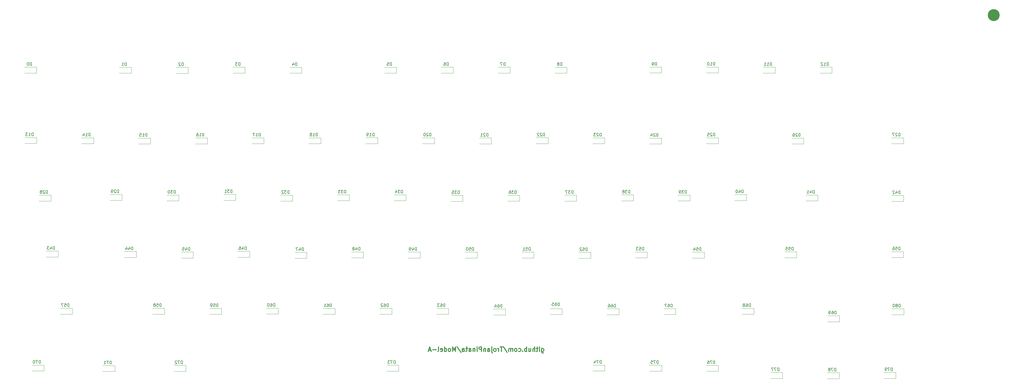
<source format=gbr>
%TF.GenerationSoftware,KiCad,Pcbnew,7.0.7*%
%TF.CreationDate,2023-10-13T15:10:29-04:00*%
%TF.ProjectId,Model A-1.0,4d6f6465-6c20-4412-9d31-2e302e6b6963,1.0*%
%TF.SameCoordinates,Original*%
%TF.FileFunction,Legend,Bot*%
%TF.FilePolarity,Positive*%
%FSLAX46Y46*%
G04 Gerber Fmt 4.6, Leading zero omitted, Abs format (unit mm)*
G04 Created by KiCad (PCBNEW 7.0.7) date 2023-10-13 15:10:29*
%MOMM*%
%LPD*%
G01*
G04 APERTURE LIST*
%ADD10C,0.300000*%
%ADD11C,0.150000*%
%ADD12C,0.120000*%
%ADD13C,4.000000*%
G04 APERTURE END LIST*
D10*
X223252632Y-150120828D02*
X223252632Y-151335114D01*
X223252632Y-151335114D02*
X223324060Y-151477971D01*
X223324060Y-151477971D02*
X223395489Y-151549400D01*
X223395489Y-151549400D02*
X223538346Y-151620828D01*
X223538346Y-151620828D02*
X223752632Y-151620828D01*
X223752632Y-151620828D02*
X223895489Y-151549400D01*
X223252632Y-151049400D02*
X223395489Y-151120828D01*
X223395489Y-151120828D02*
X223681203Y-151120828D01*
X223681203Y-151120828D02*
X223824060Y-151049400D01*
X223824060Y-151049400D02*
X223895489Y-150977971D01*
X223895489Y-150977971D02*
X223966917Y-150835114D01*
X223966917Y-150835114D02*
X223966917Y-150406542D01*
X223966917Y-150406542D02*
X223895489Y-150263685D01*
X223895489Y-150263685D02*
X223824060Y-150192257D01*
X223824060Y-150192257D02*
X223681203Y-150120828D01*
X223681203Y-150120828D02*
X223395489Y-150120828D01*
X223395489Y-150120828D02*
X223252632Y-150192257D01*
X222538346Y-151120828D02*
X222538346Y-150120828D01*
X222538346Y-149620828D02*
X222609774Y-149692257D01*
X222609774Y-149692257D02*
X222538346Y-149763685D01*
X222538346Y-149763685D02*
X222466917Y-149692257D01*
X222466917Y-149692257D02*
X222538346Y-149620828D01*
X222538346Y-149620828D02*
X222538346Y-149763685D01*
X222038345Y-150120828D02*
X221466917Y-150120828D01*
X221824060Y-149620828D02*
X221824060Y-150906542D01*
X221824060Y-150906542D02*
X221752631Y-151049400D01*
X221752631Y-151049400D02*
X221609774Y-151120828D01*
X221609774Y-151120828D02*
X221466917Y-151120828D01*
X220966917Y-151120828D02*
X220966917Y-149620828D01*
X220324060Y-151120828D02*
X220324060Y-150335114D01*
X220324060Y-150335114D02*
X220395488Y-150192257D01*
X220395488Y-150192257D02*
X220538345Y-150120828D01*
X220538345Y-150120828D02*
X220752631Y-150120828D01*
X220752631Y-150120828D02*
X220895488Y-150192257D01*
X220895488Y-150192257D02*
X220966917Y-150263685D01*
X218966917Y-150120828D02*
X218966917Y-151120828D01*
X219609774Y-150120828D02*
X219609774Y-150906542D01*
X219609774Y-150906542D02*
X219538345Y-151049400D01*
X219538345Y-151049400D02*
X219395488Y-151120828D01*
X219395488Y-151120828D02*
X219181202Y-151120828D01*
X219181202Y-151120828D02*
X219038345Y-151049400D01*
X219038345Y-151049400D02*
X218966917Y-150977971D01*
X218252631Y-151120828D02*
X218252631Y-149620828D01*
X218252631Y-150192257D02*
X218109774Y-150120828D01*
X218109774Y-150120828D02*
X217824059Y-150120828D01*
X217824059Y-150120828D02*
X217681202Y-150192257D01*
X217681202Y-150192257D02*
X217609774Y-150263685D01*
X217609774Y-150263685D02*
X217538345Y-150406542D01*
X217538345Y-150406542D02*
X217538345Y-150835114D01*
X217538345Y-150835114D02*
X217609774Y-150977971D01*
X217609774Y-150977971D02*
X217681202Y-151049400D01*
X217681202Y-151049400D02*
X217824059Y-151120828D01*
X217824059Y-151120828D02*
X218109774Y-151120828D01*
X218109774Y-151120828D02*
X218252631Y-151049400D01*
X216895488Y-150977971D02*
X216824059Y-151049400D01*
X216824059Y-151049400D02*
X216895488Y-151120828D01*
X216895488Y-151120828D02*
X216966916Y-151049400D01*
X216966916Y-151049400D02*
X216895488Y-150977971D01*
X216895488Y-150977971D02*
X216895488Y-151120828D01*
X215538345Y-151049400D02*
X215681202Y-151120828D01*
X215681202Y-151120828D02*
X215966916Y-151120828D01*
X215966916Y-151120828D02*
X216109773Y-151049400D01*
X216109773Y-151049400D02*
X216181202Y-150977971D01*
X216181202Y-150977971D02*
X216252630Y-150835114D01*
X216252630Y-150835114D02*
X216252630Y-150406542D01*
X216252630Y-150406542D02*
X216181202Y-150263685D01*
X216181202Y-150263685D02*
X216109773Y-150192257D01*
X216109773Y-150192257D02*
X215966916Y-150120828D01*
X215966916Y-150120828D02*
X215681202Y-150120828D01*
X215681202Y-150120828D02*
X215538345Y-150192257D01*
X214681202Y-151120828D02*
X214824059Y-151049400D01*
X214824059Y-151049400D02*
X214895488Y-150977971D01*
X214895488Y-150977971D02*
X214966916Y-150835114D01*
X214966916Y-150835114D02*
X214966916Y-150406542D01*
X214966916Y-150406542D02*
X214895488Y-150263685D01*
X214895488Y-150263685D02*
X214824059Y-150192257D01*
X214824059Y-150192257D02*
X214681202Y-150120828D01*
X214681202Y-150120828D02*
X214466916Y-150120828D01*
X214466916Y-150120828D02*
X214324059Y-150192257D01*
X214324059Y-150192257D02*
X214252631Y-150263685D01*
X214252631Y-150263685D02*
X214181202Y-150406542D01*
X214181202Y-150406542D02*
X214181202Y-150835114D01*
X214181202Y-150835114D02*
X214252631Y-150977971D01*
X214252631Y-150977971D02*
X214324059Y-151049400D01*
X214324059Y-151049400D02*
X214466916Y-151120828D01*
X214466916Y-151120828D02*
X214681202Y-151120828D01*
X213538345Y-151120828D02*
X213538345Y-150120828D01*
X213538345Y-150263685D02*
X213466916Y-150192257D01*
X213466916Y-150192257D02*
X213324059Y-150120828D01*
X213324059Y-150120828D02*
X213109773Y-150120828D01*
X213109773Y-150120828D02*
X212966916Y-150192257D01*
X212966916Y-150192257D02*
X212895488Y-150335114D01*
X212895488Y-150335114D02*
X212895488Y-151120828D01*
X212895488Y-150335114D02*
X212824059Y-150192257D01*
X212824059Y-150192257D02*
X212681202Y-150120828D01*
X212681202Y-150120828D02*
X212466916Y-150120828D01*
X212466916Y-150120828D02*
X212324059Y-150192257D01*
X212324059Y-150192257D02*
X212252630Y-150335114D01*
X212252630Y-150335114D02*
X212252630Y-151120828D01*
X210466916Y-149549400D02*
X211752630Y-151477971D01*
X210181201Y-149620828D02*
X209324059Y-149620828D01*
X209752630Y-151120828D02*
X209752630Y-149620828D01*
X208824059Y-151120828D02*
X208824059Y-150120828D01*
X208824059Y-150406542D02*
X208752630Y-150263685D01*
X208752630Y-150263685D02*
X208681202Y-150192257D01*
X208681202Y-150192257D02*
X208538344Y-150120828D01*
X208538344Y-150120828D02*
X208395487Y-150120828D01*
X207681202Y-151120828D02*
X207824059Y-151049400D01*
X207824059Y-151049400D02*
X207895488Y-150977971D01*
X207895488Y-150977971D02*
X207966916Y-150835114D01*
X207966916Y-150835114D02*
X207966916Y-150406542D01*
X207966916Y-150406542D02*
X207895488Y-150263685D01*
X207895488Y-150263685D02*
X207824059Y-150192257D01*
X207824059Y-150192257D02*
X207681202Y-150120828D01*
X207681202Y-150120828D02*
X207466916Y-150120828D01*
X207466916Y-150120828D02*
X207324059Y-150192257D01*
X207324059Y-150192257D02*
X207252631Y-150263685D01*
X207252631Y-150263685D02*
X207181202Y-150406542D01*
X207181202Y-150406542D02*
X207181202Y-150835114D01*
X207181202Y-150835114D02*
X207252631Y-150977971D01*
X207252631Y-150977971D02*
X207324059Y-151049400D01*
X207324059Y-151049400D02*
X207466916Y-151120828D01*
X207466916Y-151120828D02*
X207681202Y-151120828D01*
X206538345Y-150120828D02*
X206538345Y-151406542D01*
X206538345Y-151406542D02*
X206609773Y-151549400D01*
X206609773Y-151549400D02*
X206752630Y-151620828D01*
X206752630Y-151620828D02*
X206824059Y-151620828D01*
X206538345Y-149620828D02*
X206609773Y-149692257D01*
X206609773Y-149692257D02*
X206538345Y-149763685D01*
X206538345Y-149763685D02*
X206466916Y-149692257D01*
X206466916Y-149692257D02*
X206538345Y-149620828D01*
X206538345Y-149620828D02*
X206538345Y-149763685D01*
X205181202Y-151120828D02*
X205181202Y-150335114D01*
X205181202Y-150335114D02*
X205252630Y-150192257D01*
X205252630Y-150192257D02*
X205395487Y-150120828D01*
X205395487Y-150120828D02*
X205681202Y-150120828D01*
X205681202Y-150120828D02*
X205824059Y-150192257D01*
X205181202Y-151049400D02*
X205324059Y-151120828D01*
X205324059Y-151120828D02*
X205681202Y-151120828D01*
X205681202Y-151120828D02*
X205824059Y-151049400D01*
X205824059Y-151049400D02*
X205895487Y-150906542D01*
X205895487Y-150906542D02*
X205895487Y-150763685D01*
X205895487Y-150763685D02*
X205824059Y-150620828D01*
X205824059Y-150620828D02*
X205681202Y-150549400D01*
X205681202Y-150549400D02*
X205324059Y-150549400D01*
X205324059Y-150549400D02*
X205181202Y-150477971D01*
X204466916Y-150120828D02*
X204466916Y-151120828D01*
X204466916Y-150263685D02*
X204395487Y-150192257D01*
X204395487Y-150192257D02*
X204252630Y-150120828D01*
X204252630Y-150120828D02*
X204038344Y-150120828D01*
X204038344Y-150120828D02*
X203895487Y-150192257D01*
X203895487Y-150192257D02*
X203824059Y-150335114D01*
X203824059Y-150335114D02*
X203824059Y-151120828D01*
X203109773Y-151120828D02*
X203109773Y-149620828D01*
X203109773Y-149620828D02*
X202538344Y-149620828D01*
X202538344Y-149620828D02*
X202395487Y-149692257D01*
X202395487Y-149692257D02*
X202324058Y-149763685D01*
X202324058Y-149763685D02*
X202252630Y-149906542D01*
X202252630Y-149906542D02*
X202252630Y-150120828D01*
X202252630Y-150120828D02*
X202324058Y-150263685D01*
X202324058Y-150263685D02*
X202395487Y-150335114D01*
X202395487Y-150335114D02*
X202538344Y-150406542D01*
X202538344Y-150406542D02*
X203109773Y-150406542D01*
X201609773Y-151120828D02*
X201609773Y-150120828D01*
X201609773Y-149620828D02*
X201681201Y-149692257D01*
X201681201Y-149692257D02*
X201609773Y-149763685D01*
X201609773Y-149763685D02*
X201538344Y-149692257D01*
X201538344Y-149692257D02*
X201609773Y-149620828D01*
X201609773Y-149620828D02*
X201609773Y-149763685D01*
X200895487Y-150120828D02*
X200895487Y-151120828D01*
X200895487Y-150263685D02*
X200824058Y-150192257D01*
X200824058Y-150192257D02*
X200681201Y-150120828D01*
X200681201Y-150120828D02*
X200466915Y-150120828D01*
X200466915Y-150120828D02*
X200324058Y-150192257D01*
X200324058Y-150192257D02*
X200252630Y-150335114D01*
X200252630Y-150335114D02*
X200252630Y-151120828D01*
X198895487Y-151120828D02*
X198895487Y-150335114D01*
X198895487Y-150335114D02*
X198966915Y-150192257D01*
X198966915Y-150192257D02*
X199109772Y-150120828D01*
X199109772Y-150120828D02*
X199395487Y-150120828D01*
X199395487Y-150120828D02*
X199538344Y-150192257D01*
X198895487Y-151049400D02*
X199038344Y-151120828D01*
X199038344Y-151120828D02*
X199395487Y-151120828D01*
X199395487Y-151120828D02*
X199538344Y-151049400D01*
X199538344Y-151049400D02*
X199609772Y-150906542D01*
X199609772Y-150906542D02*
X199609772Y-150763685D01*
X199609772Y-150763685D02*
X199538344Y-150620828D01*
X199538344Y-150620828D02*
X199395487Y-150549400D01*
X199395487Y-150549400D02*
X199038344Y-150549400D01*
X199038344Y-150549400D02*
X198895487Y-150477971D01*
X198395486Y-150120828D02*
X197824058Y-150120828D01*
X198181201Y-149620828D02*
X198181201Y-150906542D01*
X198181201Y-150906542D02*
X198109772Y-151049400D01*
X198109772Y-151049400D02*
X197966915Y-151120828D01*
X197966915Y-151120828D02*
X197824058Y-151120828D01*
X196681201Y-151120828D02*
X196681201Y-150335114D01*
X196681201Y-150335114D02*
X196752629Y-150192257D01*
X196752629Y-150192257D02*
X196895486Y-150120828D01*
X196895486Y-150120828D02*
X197181201Y-150120828D01*
X197181201Y-150120828D02*
X197324058Y-150192257D01*
X196681201Y-151049400D02*
X196824058Y-151120828D01*
X196824058Y-151120828D02*
X197181201Y-151120828D01*
X197181201Y-151120828D02*
X197324058Y-151049400D01*
X197324058Y-151049400D02*
X197395486Y-150906542D01*
X197395486Y-150906542D02*
X197395486Y-150763685D01*
X197395486Y-150763685D02*
X197324058Y-150620828D01*
X197324058Y-150620828D02*
X197181201Y-150549400D01*
X197181201Y-150549400D02*
X196824058Y-150549400D01*
X196824058Y-150549400D02*
X196681201Y-150477971D01*
X194895486Y-149549400D02*
X196181200Y-151477971D01*
X194395486Y-151120828D02*
X194395486Y-149620828D01*
X194395486Y-149620828D02*
X193895486Y-150692257D01*
X193895486Y-150692257D02*
X193395486Y-149620828D01*
X193395486Y-149620828D02*
X193395486Y-151120828D01*
X192466914Y-151120828D02*
X192609771Y-151049400D01*
X192609771Y-151049400D02*
X192681200Y-150977971D01*
X192681200Y-150977971D02*
X192752628Y-150835114D01*
X192752628Y-150835114D02*
X192752628Y-150406542D01*
X192752628Y-150406542D02*
X192681200Y-150263685D01*
X192681200Y-150263685D02*
X192609771Y-150192257D01*
X192609771Y-150192257D02*
X192466914Y-150120828D01*
X192466914Y-150120828D02*
X192252628Y-150120828D01*
X192252628Y-150120828D02*
X192109771Y-150192257D01*
X192109771Y-150192257D02*
X192038343Y-150263685D01*
X192038343Y-150263685D02*
X191966914Y-150406542D01*
X191966914Y-150406542D02*
X191966914Y-150835114D01*
X191966914Y-150835114D02*
X192038343Y-150977971D01*
X192038343Y-150977971D02*
X192109771Y-151049400D01*
X192109771Y-151049400D02*
X192252628Y-151120828D01*
X192252628Y-151120828D02*
X192466914Y-151120828D01*
X190681200Y-151120828D02*
X190681200Y-149620828D01*
X190681200Y-151049400D02*
X190824057Y-151120828D01*
X190824057Y-151120828D02*
X191109771Y-151120828D01*
X191109771Y-151120828D02*
X191252628Y-151049400D01*
X191252628Y-151049400D02*
X191324057Y-150977971D01*
X191324057Y-150977971D02*
X191395485Y-150835114D01*
X191395485Y-150835114D02*
X191395485Y-150406542D01*
X191395485Y-150406542D02*
X191324057Y-150263685D01*
X191324057Y-150263685D02*
X191252628Y-150192257D01*
X191252628Y-150192257D02*
X191109771Y-150120828D01*
X191109771Y-150120828D02*
X190824057Y-150120828D01*
X190824057Y-150120828D02*
X190681200Y-150192257D01*
X189395485Y-151049400D02*
X189538342Y-151120828D01*
X189538342Y-151120828D02*
X189824057Y-151120828D01*
X189824057Y-151120828D02*
X189966914Y-151049400D01*
X189966914Y-151049400D02*
X190038342Y-150906542D01*
X190038342Y-150906542D02*
X190038342Y-150335114D01*
X190038342Y-150335114D02*
X189966914Y-150192257D01*
X189966914Y-150192257D02*
X189824057Y-150120828D01*
X189824057Y-150120828D02*
X189538342Y-150120828D01*
X189538342Y-150120828D02*
X189395485Y-150192257D01*
X189395485Y-150192257D02*
X189324057Y-150335114D01*
X189324057Y-150335114D02*
X189324057Y-150477971D01*
X189324057Y-150477971D02*
X190038342Y-150620828D01*
X188466914Y-151120828D02*
X188609771Y-151049400D01*
X188609771Y-151049400D02*
X188681200Y-150906542D01*
X188681200Y-150906542D02*
X188681200Y-149620828D01*
X187895486Y-150549400D02*
X186752629Y-150549400D01*
X186109771Y-150692257D02*
X185395486Y-150692257D01*
X186252628Y-151120828D02*
X185752628Y-149620828D01*
X185752628Y-149620828D02*
X185252628Y-151120828D01*
D11*
X200464285Y-117159819D02*
X200464285Y-116159819D01*
X200464285Y-116159819D02*
X200226190Y-116159819D01*
X200226190Y-116159819D02*
X200083333Y-116207438D01*
X200083333Y-116207438D02*
X199988095Y-116302676D01*
X199988095Y-116302676D02*
X199940476Y-116397914D01*
X199940476Y-116397914D02*
X199892857Y-116588390D01*
X199892857Y-116588390D02*
X199892857Y-116731247D01*
X199892857Y-116731247D02*
X199940476Y-116921723D01*
X199940476Y-116921723D02*
X199988095Y-117016961D01*
X199988095Y-117016961D02*
X200083333Y-117112200D01*
X200083333Y-117112200D02*
X200226190Y-117159819D01*
X200226190Y-117159819D02*
X200464285Y-117159819D01*
X198988095Y-116159819D02*
X199464285Y-116159819D01*
X199464285Y-116159819D02*
X199511904Y-116636009D01*
X199511904Y-116636009D02*
X199464285Y-116588390D01*
X199464285Y-116588390D02*
X199369047Y-116540771D01*
X199369047Y-116540771D02*
X199130952Y-116540771D01*
X199130952Y-116540771D02*
X199035714Y-116588390D01*
X199035714Y-116588390D02*
X198988095Y-116636009D01*
X198988095Y-116636009D02*
X198940476Y-116731247D01*
X198940476Y-116731247D02*
X198940476Y-116969342D01*
X198940476Y-116969342D02*
X198988095Y-117064580D01*
X198988095Y-117064580D02*
X199035714Y-117112200D01*
X199035714Y-117112200D02*
X199130952Y-117159819D01*
X199130952Y-117159819D02*
X199369047Y-117159819D01*
X199369047Y-117159819D02*
X199464285Y-117112200D01*
X199464285Y-117112200D02*
X199511904Y-117064580D01*
X198321428Y-116159819D02*
X198226190Y-116159819D01*
X198226190Y-116159819D02*
X198130952Y-116207438D01*
X198130952Y-116207438D02*
X198083333Y-116255057D01*
X198083333Y-116255057D02*
X198035714Y-116350295D01*
X198035714Y-116350295D02*
X197988095Y-116540771D01*
X197988095Y-116540771D02*
X197988095Y-116778866D01*
X197988095Y-116778866D02*
X198035714Y-116969342D01*
X198035714Y-116969342D02*
X198083333Y-117064580D01*
X198083333Y-117064580D02*
X198130952Y-117112200D01*
X198130952Y-117112200D02*
X198226190Y-117159819D01*
X198226190Y-117159819D02*
X198321428Y-117159819D01*
X198321428Y-117159819D02*
X198416666Y-117112200D01*
X198416666Y-117112200D02*
X198464285Y-117064580D01*
X198464285Y-117064580D02*
X198511904Y-116969342D01*
X198511904Y-116969342D02*
X198559523Y-116778866D01*
X198559523Y-116778866D02*
X198559523Y-116540771D01*
X198559523Y-116540771D02*
X198511904Y-116350295D01*
X198511904Y-116350295D02*
X198464285Y-116255057D01*
X198464285Y-116255057D02*
X198416666Y-116207438D01*
X198416666Y-116207438D02*
X198321428Y-116159819D01*
X322019285Y-138564819D02*
X322019285Y-137564819D01*
X322019285Y-137564819D02*
X321781190Y-137564819D01*
X321781190Y-137564819D02*
X321638333Y-137612438D01*
X321638333Y-137612438D02*
X321543095Y-137707676D01*
X321543095Y-137707676D02*
X321495476Y-137802914D01*
X321495476Y-137802914D02*
X321447857Y-137993390D01*
X321447857Y-137993390D02*
X321447857Y-138136247D01*
X321447857Y-138136247D02*
X321495476Y-138326723D01*
X321495476Y-138326723D02*
X321543095Y-138421961D01*
X321543095Y-138421961D02*
X321638333Y-138517200D01*
X321638333Y-138517200D02*
X321781190Y-138564819D01*
X321781190Y-138564819D02*
X322019285Y-138564819D01*
X320590714Y-137564819D02*
X320781190Y-137564819D01*
X320781190Y-137564819D02*
X320876428Y-137612438D01*
X320876428Y-137612438D02*
X320924047Y-137660057D01*
X320924047Y-137660057D02*
X321019285Y-137802914D01*
X321019285Y-137802914D02*
X321066904Y-137993390D01*
X321066904Y-137993390D02*
X321066904Y-138374342D01*
X321066904Y-138374342D02*
X321019285Y-138469580D01*
X321019285Y-138469580D02*
X320971666Y-138517200D01*
X320971666Y-138517200D02*
X320876428Y-138564819D01*
X320876428Y-138564819D02*
X320685952Y-138564819D01*
X320685952Y-138564819D02*
X320590714Y-138517200D01*
X320590714Y-138517200D02*
X320543095Y-138469580D01*
X320543095Y-138469580D02*
X320495476Y-138374342D01*
X320495476Y-138374342D02*
X320495476Y-138136247D01*
X320495476Y-138136247D02*
X320543095Y-138041009D01*
X320543095Y-138041009D02*
X320590714Y-137993390D01*
X320590714Y-137993390D02*
X320685952Y-137945771D01*
X320685952Y-137945771D02*
X320876428Y-137945771D01*
X320876428Y-137945771D02*
X320971666Y-137993390D01*
X320971666Y-137993390D02*
X321019285Y-138041009D01*
X321019285Y-138041009D02*
X321066904Y-138136247D01*
X320019285Y-138564819D02*
X319828809Y-138564819D01*
X319828809Y-138564819D02*
X319733571Y-138517200D01*
X319733571Y-138517200D02*
X319685952Y-138469580D01*
X319685952Y-138469580D02*
X319590714Y-138326723D01*
X319590714Y-138326723D02*
X319543095Y-138136247D01*
X319543095Y-138136247D02*
X319543095Y-137755295D01*
X319543095Y-137755295D02*
X319590714Y-137660057D01*
X319590714Y-137660057D02*
X319638333Y-137612438D01*
X319638333Y-137612438D02*
X319733571Y-137564819D01*
X319733571Y-137564819D02*
X319924047Y-137564819D01*
X319924047Y-137564819D02*
X320019285Y-137612438D01*
X320019285Y-137612438D02*
X320066904Y-137660057D01*
X320066904Y-137660057D02*
X320114523Y-137755295D01*
X320114523Y-137755295D02*
X320114523Y-137993390D01*
X320114523Y-137993390D02*
X320066904Y-138088628D01*
X320066904Y-138088628D02*
X320019285Y-138136247D01*
X320019285Y-138136247D02*
X319924047Y-138183866D01*
X319924047Y-138183866D02*
X319733571Y-138183866D01*
X319733571Y-138183866D02*
X319638333Y-138136247D01*
X319638333Y-138136247D02*
X319590714Y-138088628D01*
X319590714Y-138088628D02*
X319543095Y-137993390D01*
X59929285Y-116849819D02*
X59929285Y-115849819D01*
X59929285Y-115849819D02*
X59691190Y-115849819D01*
X59691190Y-115849819D02*
X59548333Y-115897438D01*
X59548333Y-115897438D02*
X59453095Y-115992676D01*
X59453095Y-115992676D02*
X59405476Y-116087914D01*
X59405476Y-116087914D02*
X59357857Y-116278390D01*
X59357857Y-116278390D02*
X59357857Y-116421247D01*
X59357857Y-116421247D02*
X59405476Y-116611723D01*
X59405476Y-116611723D02*
X59453095Y-116706961D01*
X59453095Y-116706961D02*
X59548333Y-116802200D01*
X59548333Y-116802200D02*
X59691190Y-116849819D01*
X59691190Y-116849819D02*
X59929285Y-116849819D01*
X58500714Y-116183152D02*
X58500714Y-116849819D01*
X58738809Y-115802200D02*
X58976904Y-116516485D01*
X58976904Y-116516485D02*
X58357857Y-116516485D01*
X58072142Y-115849819D02*
X57453095Y-115849819D01*
X57453095Y-115849819D02*
X57786428Y-116230771D01*
X57786428Y-116230771D02*
X57643571Y-116230771D01*
X57643571Y-116230771D02*
X57548333Y-116278390D01*
X57548333Y-116278390D02*
X57500714Y-116326009D01*
X57500714Y-116326009D02*
X57453095Y-116421247D01*
X57453095Y-116421247D02*
X57453095Y-116659342D01*
X57453095Y-116659342D02*
X57500714Y-116754580D01*
X57500714Y-116754580D02*
X57548333Y-116802200D01*
X57548333Y-116802200D02*
X57643571Y-116849819D01*
X57643571Y-116849819D02*
X57929285Y-116849819D01*
X57929285Y-116849819D02*
X58024523Y-116802200D01*
X58024523Y-116802200D02*
X58072142Y-116754580D01*
X143384285Y-117234819D02*
X143384285Y-116234819D01*
X143384285Y-116234819D02*
X143146190Y-116234819D01*
X143146190Y-116234819D02*
X143003333Y-116282438D01*
X143003333Y-116282438D02*
X142908095Y-116377676D01*
X142908095Y-116377676D02*
X142860476Y-116472914D01*
X142860476Y-116472914D02*
X142812857Y-116663390D01*
X142812857Y-116663390D02*
X142812857Y-116806247D01*
X142812857Y-116806247D02*
X142860476Y-116996723D01*
X142860476Y-116996723D02*
X142908095Y-117091961D01*
X142908095Y-117091961D02*
X143003333Y-117187200D01*
X143003333Y-117187200D02*
X143146190Y-117234819D01*
X143146190Y-117234819D02*
X143384285Y-117234819D01*
X141955714Y-116568152D02*
X141955714Y-117234819D01*
X142193809Y-116187200D02*
X142431904Y-116901485D01*
X142431904Y-116901485D02*
X141812857Y-116901485D01*
X141527142Y-116234819D02*
X140860476Y-116234819D01*
X140860476Y-116234819D02*
X141289047Y-117234819D01*
X152791785Y-136104819D02*
X152791785Y-135104819D01*
X152791785Y-135104819D02*
X152553690Y-135104819D01*
X152553690Y-135104819D02*
X152410833Y-135152438D01*
X152410833Y-135152438D02*
X152315595Y-135247676D01*
X152315595Y-135247676D02*
X152267976Y-135342914D01*
X152267976Y-135342914D02*
X152220357Y-135533390D01*
X152220357Y-135533390D02*
X152220357Y-135676247D01*
X152220357Y-135676247D02*
X152267976Y-135866723D01*
X152267976Y-135866723D02*
X152315595Y-135961961D01*
X152315595Y-135961961D02*
X152410833Y-136057200D01*
X152410833Y-136057200D02*
X152553690Y-136104819D01*
X152553690Y-136104819D02*
X152791785Y-136104819D01*
X151363214Y-135104819D02*
X151553690Y-135104819D01*
X151553690Y-135104819D02*
X151648928Y-135152438D01*
X151648928Y-135152438D02*
X151696547Y-135200057D01*
X151696547Y-135200057D02*
X151791785Y-135342914D01*
X151791785Y-135342914D02*
X151839404Y-135533390D01*
X151839404Y-135533390D02*
X151839404Y-135914342D01*
X151839404Y-135914342D02*
X151791785Y-136009580D01*
X151791785Y-136009580D02*
X151744166Y-136057200D01*
X151744166Y-136057200D02*
X151648928Y-136104819D01*
X151648928Y-136104819D02*
X151458452Y-136104819D01*
X151458452Y-136104819D02*
X151363214Y-136057200D01*
X151363214Y-136057200D02*
X151315595Y-136009580D01*
X151315595Y-136009580D02*
X151267976Y-135914342D01*
X151267976Y-135914342D02*
X151267976Y-135676247D01*
X151267976Y-135676247D02*
X151315595Y-135581009D01*
X151315595Y-135581009D02*
X151363214Y-135533390D01*
X151363214Y-135533390D02*
X151458452Y-135485771D01*
X151458452Y-135485771D02*
X151648928Y-135485771D01*
X151648928Y-135485771D02*
X151744166Y-135533390D01*
X151744166Y-135533390D02*
X151791785Y-135581009D01*
X151791785Y-135581009D02*
X151839404Y-135676247D01*
X150315595Y-136104819D02*
X150887023Y-136104819D01*
X150601309Y-136104819D02*
X150601309Y-135104819D01*
X150601309Y-135104819D02*
X150696547Y-135247676D01*
X150696547Y-135247676D02*
X150791785Y-135342914D01*
X150791785Y-135342914D02*
X150887023Y-135390533D01*
X103063094Y-55094819D02*
X103063094Y-54094819D01*
X103063094Y-54094819D02*
X102824999Y-54094819D01*
X102824999Y-54094819D02*
X102682142Y-54142438D01*
X102682142Y-54142438D02*
X102586904Y-54237676D01*
X102586904Y-54237676D02*
X102539285Y-54332914D01*
X102539285Y-54332914D02*
X102491666Y-54523390D01*
X102491666Y-54523390D02*
X102491666Y-54666247D01*
X102491666Y-54666247D02*
X102539285Y-54856723D01*
X102539285Y-54856723D02*
X102586904Y-54951961D01*
X102586904Y-54951961D02*
X102682142Y-55047200D01*
X102682142Y-55047200D02*
X102824999Y-55094819D01*
X102824999Y-55094819D02*
X103063094Y-55094819D01*
X102110713Y-54190057D02*
X102063094Y-54142438D01*
X102063094Y-54142438D02*
X101967856Y-54094819D01*
X101967856Y-54094819D02*
X101729761Y-54094819D01*
X101729761Y-54094819D02*
X101634523Y-54142438D01*
X101634523Y-54142438D02*
X101586904Y-54190057D01*
X101586904Y-54190057D02*
X101539285Y-54285295D01*
X101539285Y-54285295D02*
X101539285Y-54380533D01*
X101539285Y-54380533D02*
X101586904Y-54523390D01*
X101586904Y-54523390D02*
X102158332Y-55094819D01*
X102158332Y-55094819D02*
X101539285Y-55094819D01*
X114721785Y-136089819D02*
X114721785Y-135089819D01*
X114721785Y-135089819D02*
X114483690Y-135089819D01*
X114483690Y-135089819D02*
X114340833Y-135137438D01*
X114340833Y-135137438D02*
X114245595Y-135232676D01*
X114245595Y-135232676D02*
X114197976Y-135327914D01*
X114197976Y-135327914D02*
X114150357Y-135518390D01*
X114150357Y-135518390D02*
X114150357Y-135661247D01*
X114150357Y-135661247D02*
X114197976Y-135851723D01*
X114197976Y-135851723D02*
X114245595Y-135946961D01*
X114245595Y-135946961D02*
X114340833Y-136042200D01*
X114340833Y-136042200D02*
X114483690Y-136089819D01*
X114483690Y-136089819D02*
X114721785Y-136089819D01*
X113245595Y-135089819D02*
X113721785Y-135089819D01*
X113721785Y-135089819D02*
X113769404Y-135566009D01*
X113769404Y-135566009D02*
X113721785Y-135518390D01*
X113721785Y-135518390D02*
X113626547Y-135470771D01*
X113626547Y-135470771D02*
X113388452Y-135470771D01*
X113388452Y-135470771D02*
X113293214Y-135518390D01*
X113293214Y-135518390D02*
X113245595Y-135566009D01*
X113245595Y-135566009D02*
X113197976Y-135661247D01*
X113197976Y-135661247D02*
X113197976Y-135899342D01*
X113197976Y-135899342D02*
X113245595Y-135994580D01*
X113245595Y-135994580D02*
X113293214Y-136042200D01*
X113293214Y-136042200D02*
X113388452Y-136089819D01*
X113388452Y-136089819D02*
X113626547Y-136089819D01*
X113626547Y-136089819D02*
X113721785Y-136042200D01*
X113721785Y-136042200D02*
X113769404Y-135994580D01*
X112721785Y-136089819D02*
X112531309Y-136089819D01*
X112531309Y-136089819D02*
X112436071Y-136042200D01*
X112436071Y-136042200D02*
X112388452Y-135994580D01*
X112388452Y-135994580D02*
X112293214Y-135851723D01*
X112293214Y-135851723D02*
X112245595Y-135661247D01*
X112245595Y-135661247D02*
X112245595Y-135280295D01*
X112245595Y-135280295D02*
X112293214Y-135185057D01*
X112293214Y-135185057D02*
X112340833Y-135137438D01*
X112340833Y-135137438D02*
X112436071Y-135089819D01*
X112436071Y-135089819D02*
X112626547Y-135089819D01*
X112626547Y-135089819D02*
X112721785Y-135137438D01*
X112721785Y-135137438D02*
X112769404Y-135185057D01*
X112769404Y-135185057D02*
X112817023Y-135280295D01*
X112817023Y-135280295D02*
X112817023Y-135518390D01*
X112817023Y-135518390D02*
X112769404Y-135613628D01*
X112769404Y-135613628D02*
X112721785Y-135661247D01*
X112721785Y-135661247D02*
X112626547Y-135708866D01*
X112626547Y-135708866D02*
X112436071Y-135708866D01*
X112436071Y-135708866D02*
X112340833Y-135661247D01*
X112340833Y-135661247D02*
X112293214Y-135613628D01*
X112293214Y-135613628D02*
X112245595Y-135518390D01*
X195689285Y-98129819D02*
X195689285Y-97129819D01*
X195689285Y-97129819D02*
X195451190Y-97129819D01*
X195451190Y-97129819D02*
X195308333Y-97177438D01*
X195308333Y-97177438D02*
X195213095Y-97272676D01*
X195213095Y-97272676D02*
X195165476Y-97367914D01*
X195165476Y-97367914D02*
X195117857Y-97558390D01*
X195117857Y-97558390D02*
X195117857Y-97701247D01*
X195117857Y-97701247D02*
X195165476Y-97891723D01*
X195165476Y-97891723D02*
X195213095Y-97986961D01*
X195213095Y-97986961D02*
X195308333Y-98082200D01*
X195308333Y-98082200D02*
X195451190Y-98129819D01*
X195451190Y-98129819D02*
X195689285Y-98129819D01*
X194784523Y-97129819D02*
X194165476Y-97129819D01*
X194165476Y-97129819D02*
X194498809Y-97510771D01*
X194498809Y-97510771D02*
X194355952Y-97510771D01*
X194355952Y-97510771D02*
X194260714Y-97558390D01*
X194260714Y-97558390D02*
X194213095Y-97606009D01*
X194213095Y-97606009D02*
X194165476Y-97701247D01*
X194165476Y-97701247D02*
X194165476Y-97939342D01*
X194165476Y-97939342D02*
X194213095Y-98034580D01*
X194213095Y-98034580D02*
X194260714Y-98082200D01*
X194260714Y-98082200D02*
X194355952Y-98129819D01*
X194355952Y-98129819D02*
X194641666Y-98129819D01*
X194641666Y-98129819D02*
X194736904Y-98082200D01*
X194736904Y-98082200D02*
X194784523Y-98034580D01*
X193260714Y-97129819D02*
X193736904Y-97129819D01*
X193736904Y-97129819D02*
X193784523Y-97606009D01*
X193784523Y-97606009D02*
X193736904Y-97558390D01*
X193736904Y-97558390D02*
X193641666Y-97510771D01*
X193641666Y-97510771D02*
X193403571Y-97510771D01*
X193403571Y-97510771D02*
X193308333Y-97558390D01*
X193308333Y-97558390D02*
X193260714Y-97606009D01*
X193260714Y-97606009D02*
X193213095Y-97701247D01*
X193213095Y-97701247D02*
X193213095Y-97939342D01*
X193213095Y-97939342D02*
X193260714Y-98034580D01*
X193260714Y-98034580D02*
X193308333Y-98082200D01*
X193308333Y-98082200D02*
X193403571Y-98129819D01*
X193403571Y-98129819D02*
X193641666Y-98129819D01*
X193641666Y-98129819D02*
X193736904Y-98082200D01*
X193736904Y-98082200D02*
X193784523Y-98034580D01*
X257499285Y-117109819D02*
X257499285Y-116109819D01*
X257499285Y-116109819D02*
X257261190Y-116109819D01*
X257261190Y-116109819D02*
X257118333Y-116157438D01*
X257118333Y-116157438D02*
X257023095Y-116252676D01*
X257023095Y-116252676D02*
X256975476Y-116347914D01*
X256975476Y-116347914D02*
X256927857Y-116538390D01*
X256927857Y-116538390D02*
X256927857Y-116681247D01*
X256927857Y-116681247D02*
X256975476Y-116871723D01*
X256975476Y-116871723D02*
X257023095Y-116966961D01*
X257023095Y-116966961D02*
X257118333Y-117062200D01*
X257118333Y-117062200D02*
X257261190Y-117109819D01*
X257261190Y-117109819D02*
X257499285Y-117109819D01*
X256023095Y-116109819D02*
X256499285Y-116109819D01*
X256499285Y-116109819D02*
X256546904Y-116586009D01*
X256546904Y-116586009D02*
X256499285Y-116538390D01*
X256499285Y-116538390D02*
X256404047Y-116490771D01*
X256404047Y-116490771D02*
X256165952Y-116490771D01*
X256165952Y-116490771D02*
X256070714Y-116538390D01*
X256070714Y-116538390D02*
X256023095Y-116586009D01*
X256023095Y-116586009D02*
X255975476Y-116681247D01*
X255975476Y-116681247D02*
X255975476Y-116919342D01*
X255975476Y-116919342D02*
X256023095Y-117014580D01*
X256023095Y-117014580D02*
X256070714Y-117062200D01*
X256070714Y-117062200D02*
X256165952Y-117109819D01*
X256165952Y-117109819D02*
X256404047Y-117109819D01*
X256404047Y-117109819D02*
X256499285Y-117062200D01*
X256499285Y-117062200D02*
X256546904Y-117014580D01*
X255642142Y-116109819D02*
X255023095Y-116109819D01*
X255023095Y-116109819D02*
X255356428Y-116490771D01*
X255356428Y-116490771D02*
X255213571Y-116490771D01*
X255213571Y-116490771D02*
X255118333Y-116538390D01*
X255118333Y-116538390D02*
X255070714Y-116586009D01*
X255070714Y-116586009D02*
X255023095Y-116681247D01*
X255023095Y-116681247D02*
X255023095Y-116919342D01*
X255023095Y-116919342D02*
X255070714Y-117014580D01*
X255070714Y-117014580D02*
X255118333Y-117062200D01*
X255118333Y-117062200D02*
X255213571Y-117109819D01*
X255213571Y-117109819D02*
X255499285Y-117109819D01*
X255499285Y-117109819D02*
X255594523Y-117062200D01*
X255594523Y-117062200D02*
X255642142Y-117014580D01*
X248041785Y-136239819D02*
X248041785Y-135239819D01*
X248041785Y-135239819D02*
X247803690Y-135239819D01*
X247803690Y-135239819D02*
X247660833Y-135287438D01*
X247660833Y-135287438D02*
X247565595Y-135382676D01*
X247565595Y-135382676D02*
X247517976Y-135477914D01*
X247517976Y-135477914D02*
X247470357Y-135668390D01*
X247470357Y-135668390D02*
X247470357Y-135811247D01*
X247470357Y-135811247D02*
X247517976Y-136001723D01*
X247517976Y-136001723D02*
X247565595Y-136096961D01*
X247565595Y-136096961D02*
X247660833Y-136192200D01*
X247660833Y-136192200D02*
X247803690Y-136239819D01*
X247803690Y-136239819D02*
X248041785Y-136239819D01*
X246613214Y-135239819D02*
X246803690Y-135239819D01*
X246803690Y-135239819D02*
X246898928Y-135287438D01*
X246898928Y-135287438D02*
X246946547Y-135335057D01*
X246946547Y-135335057D02*
X247041785Y-135477914D01*
X247041785Y-135477914D02*
X247089404Y-135668390D01*
X247089404Y-135668390D02*
X247089404Y-136049342D01*
X247089404Y-136049342D02*
X247041785Y-136144580D01*
X247041785Y-136144580D02*
X246994166Y-136192200D01*
X246994166Y-136192200D02*
X246898928Y-136239819D01*
X246898928Y-136239819D02*
X246708452Y-136239819D01*
X246708452Y-136239819D02*
X246613214Y-136192200D01*
X246613214Y-136192200D02*
X246565595Y-136144580D01*
X246565595Y-136144580D02*
X246517976Y-136049342D01*
X246517976Y-136049342D02*
X246517976Y-135811247D01*
X246517976Y-135811247D02*
X246565595Y-135716009D01*
X246565595Y-135716009D02*
X246613214Y-135668390D01*
X246613214Y-135668390D02*
X246708452Y-135620771D01*
X246708452Y-135620771D02*
X246898928Y-135620771D01*
X246898928Y-135620771D02*
X246994166Y-135668390D01*
X246994166Y-135668390D02*
X247041785Y-135716009D01*
X247041785Y-135716009D02*
X247089404Y-135811247D01*
X245660833Y-135239819D02*
X245851309Y-135239819D01*
X245851309Y-135239819D02*
X245946547Y-135287438D01*
X245946547Y-135287438D02*
X245994166Y-135335057D01*
X245994166Y-135335057D02*
X246089404Y-135477914D01*
X246089404Y-135477914D02*
X246137023Y-135668390D01*
X246137023Y-135668390D02*
X246137023Y-136049342D01*
X246137023Y-136049342D02*
X246089404Y-136144580D01*
X246089404Y-136144580D02*
X246041785Y-136192200D01*
X246041785Y-136192200D02*
X245946547Y-136239819D01*
X245946547Y-136239819D02*
X245756071Y-136239819D01*
X245756071Y-136239819D02*
X245660833Y-136192200D01*
X245660833Y-136192200D02*
X245613214Y-136144580D01*
X245613214Y-136144580D02*
X245565595Y-136049342D01*
X245565595Y-136049342D02*
X245565595Y-135811247D01*
X245565595Y-135811247D02*
X245613214Y-135716009D01*
X245613214Y-135716009D02*
X245660833Y-135668390D01*
X245660833Y-135668390D02*
X245756071Y-135620771D01*
X245756071Y-135620771D02*
X245946547Y-135620771D01*
X245946547Y-135620771D02*
X246041785Y-135668390D01*
X246041785Y-135668390D02*
X246089404Y-135716009D01*
X246089404Y-135716009D02*
X246137023Y-135811247D01*
X64721785Y-136039819D02*
X64721785Y-135039819D01*
X64721785Y-135039819D02*
X64483690Y-135039819D01*
X64483690Y-135039819D02*
X64340833Y-135087438D01*
X64340833Y-135087438D02*
X64245595Y-135182676D01*
X64245595Y-135182676D02*
X64197976Y-135277914D01*
X64197976Y-135277914D02*
X64150357Y-135468390D01*
X64150357Y-135468390D02*
X64150357Y-135611247D01*
X64150357Y-135611247D02*
X64197976Y-135801723D01*
X64197976Y-135801723D02*
X64245595Y-135896961D01*
X64245595Y-135896961D02*
X64340833Y-135992200D01*
X64340833Y-135992200D02*
X64483690Y-136039819D01*
X64483690Y-136039819D02*
X64721785Y-136039819D01*
X63245595Y-135039819D02*
X63721785Y-135039819D01*
X63721785Y-135039819D02*
X63769404Y-135516009D01*
X63769404Y-135516009D02*
X63721785Y-135468390D01*
X63721785Y-135468390D02*
X63626547Y-135420771D01*
X63626547Y-135420771D02*
X63388452Y-135420771D01*
X63388452Y-135420771D02*
X63293214Y-135468390D01*
X63293214Y-135468390D02*
X63245595Y-135516009D01*
X63245595Y-135516009D02*
X63197976Y-135611247D01*
X63197976Y-135611247D02*
X63197976Y-135849342D01*
X63197976Y-135849342D02*
X63245595Y-135944580D01*
X63245595Y-135944580D02*
X63293214Y-135992200D01*
X63293214Y-135992200D02*
X63388452Y-136039819D01*
X63388452Y-136039819D02*
X63626547Y-136039819D01*
X63626547Y-136039819D02*
X63721785Y-135992200D01*
X63721785Y-135992200D02*
X63769404Y-135944580D01*
X62864642Y-135039819D02*
X62197976Y-135039819D01*
X62197976Y-135039819D02*
X62626547Y-136039819D01*
X343474285Y-98129819D02*
X343474285Y-97129819D01*
X343474285Y-97129819D02*
X343236190Y-97129819D01*
X343236190Y-97129819D02*
X343093333Y-97177438D01*
X343093333Y-97177438D02*
X342998095Y-97272676D01*
X342998095Y-97272676D02*
X342950476Y-97367914D01*
X342950476Y-97367914D02*
X342902857Y-97558390D01*
X342902857Y-97558390D02*
X342902857Y-97701247D01*
X342902857Y-97701247D02*
X342950476Y-97891723D01*
X342950476Y-97891723D02*
X342998095Y-97986961D01*
X342998095Y-97986961D02*
X343093333Y-98082200D01*
X343093333Y-98082200D02*
X343236190Y-98129819D01*
X343236190Y-98129819D02*
X343474285Y-98129819D01*
X342045714Y-97463152D02*
X342045714Y-98129819D01*
X342283809Y-97082200D02*
X342521904Y-97796485D01*
X342521904Y-97796485D02*
X341902857Y-97796485D01*
X341569523Y-97225057D02*
X341521904Y-97177438D01*
X341521904Y-97177438D02*
X341426666Y-97129819D01*
X341426666Y-97129819D02*
X341188571Y-97129819D01*
X341188571Y-97129819D02*
X341093333Y-97177438D01*
X341093333Y-97177438D02*
X341045714Y-97225057D01*
X341045714Y-97225057D02*
X340998095Y-97320295D01*
X340998095Y-97320295D02*
X340998095Y-97415533D01*
X340998095Y-97415533D02*
X341045714Y-97558390D01*
X341045714Y-97558390D02*
X341617142Y-98129819D01*
X341617142Y-98129819D02*
X340998095Y-98129819D01*
X55204285Y-155134819D02*
X55204285Y-154134819D01*
X55204285Y-154134819D02*
X54966190Y-154134819D01*
X54966190Y-154134819D02*
X54823333Y-154182438D01*
X54823333Y-154182438D02*
X54728095Y-154277676D01*
X54728095Y-154277676D02*
X54680476Y-154372914D01*
X54680476Y-154372914D02*
X54632857Y-154563390D01*
X54632857Y-154563390D02*
X54632857Y-154706247D01*
X54632857Y-154706247D02*
X54680476Y-154896723D01*
X54680476Y-154896723D02*
X54728095Y-154991961D01*
X54728095Y-154991961D02*
X54823333Y-155087200D01*
X54823333Y-155087200D02*
X54966190Y-155134819D01*
X54966190Y-155134819D02*
X55204285Y-155134819D01*
X54299523Y-154134819D02*
X53632857Y-154134819D01*
X53632857Y-154134819D02*
X54061428Y-155134819D01*
X53061428Y-154134819D02*
X52966190Y-154134819D01*
X52966190Y-154134819D02*
X52870952Y-154182438D01*
X52870952Y-154182438D02*
X52823333Y-154230057D01*
X52823333Y-154230057D02*
X52775714Y-154325295D01*
X52775714Y-154325295D02*
X52728095Y-154515771D01*
X52728095Y-154515771D02*
X52728095Y-154753866D01*
X52728095Y-154753866D02*
X52775714Y-154944342D01*
X52775714Y-154944342D02*
X52823333Y-155039580D01*
X52823333Y-155039580D02*
X52870952Y-155087200D01*
X52870952Y-155087200D02*
X52966190Y-155134819D01*
X52966190Y-155134819D02*
X53061428Y-155134819D01*
X53061428Y-155134819D02*
X53156666Y-155087200D01*
X53156666Y-155087200D02*
X53204285Y-155039580D01*
X53204285Y-155039580D02*
X53251904Y-154944342D01*
X53251904Y-154944342D02*
X53299523Y-154753866D01*
X53299523Y-154753866D02*
X53299523Y-154515771D01*
X53299523Y-154515771D02*
X53251904Y-154325295D01*
X53251904Y-154325295D02*
X53204285Y-154230057D01*
X53204285Y-154230057D02*
X53156666Y-154182438D01*
X53156666Y-154182438D02*
X53061428Y-154134819D01*
X224266785Y-78739819D02*
X224266785Y-77739819D01*
X224266785Y-77739819D02*
X224028690Y-77739819D01*
X224028690Y-77739819D02*
X223885833Y-77787438D01*
X223885833Y-77787438D02*
X223790595Y-77882676D01*
X223790595Y-77882676D02*
X223742976Y-77977914D01*
X223742976Y-77977914D02*
X223695357Y-78168390D01*
X223695357Y-78168390D02*
X223695357Y-78311247D01*
X223695357Y-78311247D02*
X223742976Y-78501723D01*
X223742976Y-78501723D02*
X223790595Y-78596961D01*
X223790595Y-78596961D02*
X223885833Y-78692200D01*
X223885833Y-78692200D02*
X224028690Y-78739819D01*
X224028690Y-78739819D02*
X224266785Y-78739819D01*
X223314404Y-77835057D02*
X223266785Y-77787438D01*
X223266785Y-77787438D02*
X223171547Y-77739819D01*
X223171547Y-77739819D02*
X222933452Y-77739819D01*
X222933452Y-77739819D02*
X222838214Y-77787438D01*
X222838214Y-77787438D02*
X222790595Y-77835057D01*
X222790595Y-77835057D02*
X222742976Y-77930295D01*
X222742976Y-77930295D02*
X222742976Y-78025533D01*
X222742976Y-78025533D02*
X222790595Y-78168390D01*
X222790595Y-78168390D02*
X223362023Y-78739819D01*
X223362023Y-78739819D02*
X222742976Y-78739819D01*
X222362023Y-77835057D02*
X222314404Y-77787438D01*
X222314404Y-77787438D02*
X222219166Y-77739819D01*
X222219166Y-77739819D02*
X221981071Y-77739819D01*
X221981071Y-77739819D02*
X221885833Y-77787438D01*
X221885833Y-77787438D02*
X221838214Y-77835057D01*
X221838214Y-77835057D02*
X221790595Y-77930295D01*
X221790595Y-77930295D02*
X221790595Y-78025533D01*
X221790595Y-78025533D02*
X221838214Y-78168390D01*
X221838214Y-78168390D02*
X222409642Y-78739819D01*
X222409642Y-78739819D02*
X221790595Y-78739819D01*
X57556785Y-98014819D02*
X57556785Y-97014819D01*
X57556785Y-97014819D02*
X57318690Y-97014819D01*
X57318690Y-97014819D02*
X57175833Y-97062438D01*
X57175833Y-97062438D02*
X57080595Y-97157676D01*
X57080595Y-97157676D02*
X57032976Y-97252914D01*
X57032976Y-97252914D02*
X56985357Y-97443390D01*
X56985357Y-97443390D02*
X56985357Y-97586247D01*
X56985357Y-97586247D02*
X57032976Y-97776723D01*
X57032976Y-97776723D02*
X57080595Y-97871961D01*
X57080595Y-97871961D02*
X57175833Y-97967200D01*
X57175833Y-97967200D02*
X57318690Y-98014819D01*
X57318690Y-98014819D02*
X57556785Y-98014819D01*
X56604404Y-97110057D02*
X56556785Y-97062438D01*
X56556785Y-97062438D02*
X56461547Y-97014819D01*
X56461547Y-97014819D02*
X56223452Y-97014819D01*
X56223452Y-97014819D02*
X56128214Y-97062438D01*
X56128214Y-97062438D02*
X56080595Y-97110057D01*
X56080595Y-97110057D02*
X56032976Y-97205295D01*
X56032976Y-97205295D02*
X56032976Y-97300533D01*
X56032976Y-97300533D02*
X56080595Y-97443390D01*
X56080595Y-97443390D02*
X56652023Y-98014819D01*
X56652023Y-98014819D02*
X56032976Y-98014819D01*
X55461547Y-97443390D02*
X55556785Y-97395771D01*
X55556785Y-97395771D02*
X55604404Y-97348152D01*
X55604404Y-97348152D02*
X55652023Y-97252914D01*
X55652023Y-97252914D02*
X55652023Y-97205295D01*
X55652023Y-97205295D02*
X55604404Y-97110057D01*
X55604404Y-97110057D02*
X55556785Y-97062438D01*
X55556785Y-97062438D02*
X55461547Y-97014819D01*
X55461547Y-97014819D02*
X55271071Y-97014819D01*
X55271071Y-97014819D02*
X55175833Y-97062438D01*
X55175833Y-97062438D02*
X55128214Y-97110057D01*
X55128214Y-97110057D02*
X55080595Y-97205295D01*
X55080595Y-97205295D02*
X55080595Y-97252914D01*
X55080595Y-97252914D02*
X55128214Y-97348152D01*
X55128214Y-97348152D02*
X55175833Y-97395771D01*
X55175833Y-97395771D02*
X55271071Y-97443390D01*
X55271071Y-97443390D02*
X55461547Y-97443390D01*
X55461547Y-97443390D02*
X55556785Y-97491009D01*
X55556785Y-97491009D02*
X55604404Y-97538628D01*
X55604404Y-97538628D02*
X55652023Y-97633866D01*
X55652023Y-97633866D02*
X55652023Y-97824342D01*
X55652023Y-97824342D02*
X55604404Y-97919580D01*
X55604404Y-97919580D02*
X55556785Y-97967200D01*
X55556785Y-97967200D02*
X55461547Y-98014819D01*
X55461547Y-98014819D02*
X55271071Y-98014819D01*
X55271071Y-98014819D02*
X55175833Y-97967200D01*
X55175833Y-97967200D02*
X55128214Y-97919580D01*
X55128214Y-97919580D02*
X55080595Y-97824342D01*
X55080595Y-97824342D02*
X55080595Y-97633866D01*
X55080595Y-97633866D02*
X55128214Y-97538628D01*
X55128214Y-97538628D02*
X55175833Y-97491009D01*
X55175833Y-97491009D02*
X55271071Y-97443390D01*
X281336785Y-78764819D02*
X281336785Y-77764819D01*
X281336785Y-77764819D02*
X281098690Y-77764819D01*
X281098690Y-77764819D02*
X280955833Y-77812438D01*
X280955833Y-77812438D02*
X280860595Y-77907676D01*
X280860595Y-77907676D02*
X280812976Y-78002914D01*
X280812976Y-78002914D02*
X280765357Y-78193390D01*
X280765357Y-78193390D02*
X280765357Y-78336247D01*
X280765357Y-78336247D02*
X280812976Y-78526723D01*
X280812976Y-78526723D02*
X280860595Y-78621961D01*
X280860595Y-78621961D02*
X280955833Y-78717200D01*
X280955833Y-78717200D02*
X281098690Y-78764819D01*
X281098690Y-78764819D02*
X281336785Y-78764819D01*
X280384404Y-77860057D02*
X280336785Y-77812438D01*
X280336785Y-77812438D02*
X280241547Y-77764819D01*
X280241547Y-77764819D02*
X280003452Y-77764819D01*
X280003452Y-77764819D02*
X279908214Y-77812438D01*
X279908214Y-77812438D02*
X279860595Y-77860057D01*
X279860595Y-77860057D02*
X279812976Y-77955295D01*
X279812976Y-77955295D02*
X279812976Y-78050533D01*
X279812976Y-78050533D02*
X279860595Y-78193390D01*
X279860595Y-78193390D02*
X280432023Y-78764819D01*
X280432023Y-78764819D02*
X279812976Y-78764819D01*
X278908214Y-77764819D02*
X279384404Y-77764819D01*
X279384404Y-77764819D02*
X279432023Y-78241009D01*
X279432023Y-78241009D02*
X279384404Y-78193390D01*
X279384404Y-78193390D02*
X279289166Y-78145771D01*
X279289166Y-78145771D02*
X279051071Y-78145771D01*
X279051071Y-78145771D02*
X278955833Y-78193390D01*
X278955833Y-78193390D02*
X278908214Y-78241009D01*
X278908214Y-78241009D02*
X278860595Y-78336247D01*
X278860595Y-78336247D02*
X278860595Y-78574342D01*
X278860595Y-78574342D02*
X278908214Y-78669580D01*
X278908214Y-78669580D02*
X278955833Y-78717200D01*
X278955833Y-78717200D02*
X279051071Y-78764819D01*
X279051071Y-78764819D02*
X279289166Y-78764819D01*
X279289166Y-78764819D02*
X279384404Y-78717200D01*
X279384404Y-78717200D02*
X279432023Y-78669580D01*
X100431785Y-97994819D02*
X100431785Y-96994819D01*
X100431785Y-96994819D02*
X100193690Y-96994819D01*
X100193690Y-96994819D02*
X100050833Y-97042438D01*
X100050833Y-97042438D02*
X99955595Y-97137676D01*
X99955595Y-97137676D02*
X99907976Y-97232914D01*
X99907976Y-97232914D02*
X99860357Y-97423390D01*
X99860357Y-97423390D02*
X99860357Y-97566247D01*
X99860357Y-97566247D02*
X99907976Y-97756723D01*
X99907976Y-97756723D02*
X99955595Y-97851961D01*
X99955595Y-97851961D02*
X100050833Y-97947200D01*
X100050833Y-97947200D02*
X100193690Y-97994819D01*
X100193690Y-97994819D02*
X100431785Y-97994819D01*
X99527023Y-96994819D02*
X98907976Y-96994819D01*
X98907976Y-96994819D02*
X99241309Y-97375771D01*
X99241309Y-97375771D02*
X99098452Y-97375771D01*
X99098452Y-97375771D02*
X99003214Y-97423390D01*
X99003214Y-97423390D02*
X98955595Y-97471009D01*
X98955595Y-97471009D02*
X98907976Y-97566247D01*
X98907976Y-97566247D02*
X98907976Y-97804342D01*
X98907976Y-97804342D02*
X98955595Y-97899580D01*
X98955595Y-97899580D02*
X99003214Y-97947200D01*
X99003214Y-97947200D02*
X99098452Y-97994819D01*
X99098452Y-97994819D02*
X99384166Y-97994819D01*
X99384166Y-97994819D02*
X99479404Y-97947200D01*
X99479404Y-97947200D02*
X99527023Y-97899580D01*
X98288928Y-96994819D02*
X98193690Y-96994819D01*
X98193690Y-96994819D02*
X98098452Y-97042438D01*
X98098452Y-97042438D02*
X98050833Y-97090057D01*
X98050833Y-97090057D02*
X98003214Y-97185295D01*
X98003214Y-97185295D02*
X97955595Y-97375771D01*
X97955595Y-97375771D02*
X97955595Y-97613866D01*
X97955595Y-97613866D02*
X98003214Y-97804342D01*
X98003214Y-97804342D02*
X98050833Y-97899580D01*
X98050833Y-97899580D02*
X98098452Y-97947200D01*
X98098452Y-97947200D02*
X98193690Y-97994819D01*
X98193690Y-97994819D02*
X98288928Y-97994819D01*
X98288928Y-97994819D02*
X98384166Y-97947200D01*
X98384166Y-97947200D02*
X98431785Y-97899580D01*
X98431785Y-97899580D02*
X98479404Y-97804342D01*
X98479404Y-97804342D02*
X98527023Y-97613866D01*
X98527023Y-97613866D02*
X98527023Y-97375771D01*
X98527023Y-97375771D02*
X98479404Y-97185295D01*
X98479404Y-97185295D02*
X98431785Y-97090057D01*
X98431785Y-97090057D02*
X98384166Y-97042438D01*
X98384166Y-97042438D02*
X98288928Y-96994819D01*
X148071785Y-78754819D02*
X148071785Y-77754819D01*
X148071785Y-77754819D02*
X147833690Y-77754819D01*
X147833690Y-77754819D02*
X147690833Y-77802438D01*
X147690833Y-77802438D02*
X147595595Y-77897676D01*
X147595595Y-77897676D02*
X147547976Y-77992914D01*
X147547976Y-77992914D02*
X147500357Y-78183390D01*
X147500357Y-78183390D02*
X147500357Y-78326247D01*
X147500357Y-78326247D02*
X147547976Y-78516723D01*
X147547976Y-78516723D02*
X147595595Y-78611961D01*
X147595595Y-78611961D02*
X147690833Y-78707200D01*
X147690833Y-78707200D02*
X147833690Y-78754819D01*
X147833690Y-78754819D02*
X148071785Y-78754819D01*
X146547976Y-78754819D02*
X147119404Y-78754819D01*
X146833690Y-78754819D02*
X146833690Y-77754819D01*
X146833690Y-77754819D02*
X146928928Y-77897676D01*
X146928928Y-77897676D02*
X147024166Y-77992914D01*
X147024166Y-77992914D02*
X147119404Y-78040533D01*
X145976547Y-78183390D02*
X146071785Y-78135771D01*
X146071785Y-78135771D02*
X146119404Y-78088152D01*
X146119404Y-78088152D02*
X146167023Y-77992914D01*
X146167023Y-77992914D02*
X146167023Y-77945295D01*
X146167023Y-77945295D02*
X146119404Y-77850057D01*
X146119404Y-77850057D02*
X146071785Y-77802438D01*
X146071785Y-77802438D02*
X145976547Y-77754819D01*
X145976547Y-77754819D02*
X145786071Y-77754819D01*
X145786071Y-77754819D02*
X145690833Y-77802438D01*
X145690833Y-77802438D02*
X145643214Y-77850057D01*
X145643214Y-77850057D02*
X145595595Y-77945295D01*
X145595595Y-77945295D02*
X145595595Y-77992914D01*
X145595595Y-77992914D02*
X145643214Y-78088152D01*
X145643214Y-78088152D02*
X145690833Y-78135771D01*
X145690833Y-78135771D02*
X145786071Y-78183390D01*
X145786071Y-78183390D02*
X145976547Y-78183390D01*
X145976547Y-78183390D02*
X146071785Y-78231009D01*
X146071785Y-78231009D02*
X146119404Y-78278628D01*
X146119404Y-78278628D02*
X146167023Y-78373866D01*
X146167023Y-78373866D02*
X146167023Y-78564342D01*
X146167023Y-78564342D02*
X146119404Y-78659580D01*
X146119404Y-78659580D02*
X146071785Y-78707200D01*
X146071785Y-78707200D02*
X145976547Y-78754819D01*
X145976547Y-78754819D02*
X145786071Y-78754819D01*
X145786071Y-78754819D02*
X145690833Y-78707200D01*
X145690833Y-78707200D02*
X145643214Y-78659580D01*
X145643214Y-78659580D02*
X145595595Y-78564342D01*
X145595595Y-78564342D02*
X145595595Y-78373866D01*
X145595595Y-78373866D02*
X145643214Y-78278628D01*
X145643214Y-78278628D02*
X145690833Y-78231009D01*
X145690833Y-78231009D02*
X145786071Y-78183390D01*
X276674285Y-117184819D02*
X276674285Y-116184819D01*
X276674285Y-116184819D02*
X276436190Y-116184819D01*
X276436190Y-116184819D02*
X276293333Y-116232438D01*
X276293333Y-116232438D02*
X276198095Y-116327676D01*
X276198095Y-116327676D02*
X276150476Y-116422914D01*
X276150476Y-116422914D02*
X276102857Y-116613390D01*
X276102857Y-116613390D02*
X276102857Y-116756247D01*
X276102857Y-116756247D02*
X276150476Y-116946723D01*
X276150476Y-116946723D02*
X276198095Y-117041961D01*
X276198095Y-117041961D02*
X276293333Y-117137200D01*
X276293333Y-117137200D02*
X276436190Y-117184819D01*
X276436190Y-117184819D02*
X276674285Y-117184819D01*
X275198095Y-116184819D02*
X275674285Y-116184819D01*
X275674285Y-116184819D02*
X275721904Y-116661009D01*
X275721904Y-116661009D02*
X275674285Y-116613390D01*
X275674285Y-116613390D02*
X275579047Y-116565771D01*
X275579047Y-116565771D02*
X275340952Y-116565771D01*
X275340952Y-116565771D02*
X275245714Y-116613390D01*
X275245714Y-116613390D02*
X275198095Y-116661009D01*
X275198095Y-116661009D02*
X275150476Y-116756247D01*
X275150476Y-116756247D02*
X275150476Y-116994342D01*
X275150476Y-116994342D02*
X275198095Y-117089580D01*
X275198095Y-117089580D02*
X275245714Y-117137200D01*
X275245714Y-117137200D02*
X275340952Y-117184819D01*
X275340952Y-117184819D02*
X275579047Y-117184819D01*
X275579047Y-117184819D02*
X275674285Y-117137200D01*
X275674285Y-117137200D02*
X275721904Y-117089580D01*
X274293333Y-116518152D02*
X274293333Y-117184819D01*
X274531428Y-116137200D02*
X274769523Y-116851485D01*
X274769523Y-116851485D02*
X274150476Y-116851485D01*
X78981785Y-155314819D02*
X78981785Y-154314819D01*
X78981785Y-154314819D02*
X78743690Y-154314819D01*
X78743690Y-154314819D02*
X78600833Y-154362438D01*
X78600833Y-154362438D02*
X78505595Y-154457676D01*
X78505595Y-154457676D02*
X78457976Y-154552914D01*
X78457976Y-154552914D02*
X78410357Y-154743390D01*
X78410357Y-154743390D02*
X78410357Y-154886247D01*
X78410357Y-154886247D02*
X78457976Y-155076723D01*
X78457976Y-155076723D02*
X78505595Y-155171961D01*
X78505595Y-155171961D02*
X78600833Y-155267200D01*
X78600833Y-155267200D02*
X78743690Y-155314819D01*
X78743690Y-155314819D02*
X78981785Y-155314819D01*
X78077023Y-154314819D02*
X77410357Y-154314819D01*
X77410357Y-154314819D02*
X77838928Y-155314819D01*
X76505595Y-155314819D02*
X77077023Y-155314819D01*
X76791309Y-155314819D02*
X76791309Y-154314819D01*
X76791309Y-154314819D02*
X76886547Y-154457676D01*
X76886547Y-154457676D02*
X76981785Y-154552914D01*
X76981785Y-154552914D02*
X77077023Y-154600533D01*
X343544285Y-136199819D02*
X343544285Y-135199819D01*
X343544285Y-135199819D02*
X343306190Y-135199819D01*
X343306190Y-135199819D02*
X343163333Y-135247438D01*
X343163333Y-135247438D02*
X343068095Y-135342676D01*
X343068095Y-135342676D02*
X343020476Y-135437914D01*
X343020476Y-135437914D02*
X342972857Y-135628390D01*
X342972857Y-135628390D02*
X342972857Y-135771247D01*
X342972857Y-135771247D02*
X343020476Y-135961723D01*
X343020476Y-135961723D02*
X343068095Y-136056961D01*
X343068095Y-136056961D02*
X343163333Y-136152200D01*
X343163333Y-136152200D02*
X343306190Y-136199819D01*
X343306190Y-136199819D02*
X343544285Y-136199819D01*
X342401428Y-135628390D02*
X342496666Y-135580771D01*
X342496666Y-135580771D02*
X342544285Y-135533152D01*
X342544285Y-135533152D02*
X342591904Y-135437914D01*
X342591904Y-135437914D02*
X342591904Y-135390295D01*
X342591904Y-135390295D02*
X342544285Y-135295057D01*
X342544285Y-135295057D02*
X342496666Y-135247438D01*
X342496666Y-135247438D02*
X342401428Y-135199819D01*
X342401428Y-135199819D02*
X342210952Y-135199819D01*
X342210952Y-135199819D02*
X342115714Y-135247438D01*
X342115714Y-135247438D02*
X342068095Y-135295057D01*
X342068095Y-135295057D02*
X342020476Y-135390295D01*
X342020476Y-135390295D02*
X342020476Y-135437914D01*
X342020476Y-135437914D02*
X342068095Y-135533152D01*
X342068095Y-135533152D02*
X342115714Y-135580771D01*
X342115714Y-135580771D02*
X342210952Y-135628390D01*
X342210952Y-135628390D02*
X342401428Y-135628390D01*
X342401428Y-135628390D02*
X342496666Y-135676009D01*
X342496666Y-135676009D02*
X342544285Y-135723628D01*
X342544285Y-135723628D02*
X342591904Y-135818866D01*
X342591904Y-135818866D02*
X342591904Y-136009342D01*
X342591904Y-136009342D02*
X342544285Y-136104580D01*
X342544285Y-136104580D02*
X342496666Y-136152200D01*
X342496666Y-136152200D02*
X342401428Y-136199819D01*
X342401428Y-136199819D02*
X342210952Y-136199819D01*
X342210952Y-136199819D02*
X342115714Y-136152200D01*
X342115714Y-136152200D02*
X342068095Y-136104580D01*
X342068095Y-136104580D02*
X342020476Y-136009342D01*
X342020476Y-136009342D02*
X342020476Y-135818866D01*
X342020476Y-135818866D02*
X342068095Y-135723628D01*
X342068095Y-135723628D02*
X342115714Y-135676009D01*
X342115714Y-135676009D02*
X342210952Y-135628390D01*
X341401428Y-135199819D02*
X341306190Y-135199819D01*
X341306190Y-135199819D02*
X341210952Y-135247438D01*
X341210952Y-135247438D02*
X341163333Y-135295057D01*
X341163333Y-135295057D02*
X341115714Y-135390295D01*
X341115714Y-135390295D02*
X341068095Y-135580771D01*
X341068095Y-135580771D02*
X341068095Y-135818866D01*
X341068095Y-135818866D02*
X341115714Y-136009342D01*
X341115714Y-136009342D02*
X341163333Y-136104580D01*
X341163333Y-136104580D02*
X341210952Y-136152200D01*
X341210952Y-136152200D02*
X341306190Y-136199819D01*
X341306190Y-136199819D02*
X341401428Y-136199819D01*
X341401428Y-136199819D02*
X341496666Y-136152200D01*
X341496666Y-136152200D02*
X341544285Y-136104580D01*
X341544285Y-136104580D02*
X341591904Y-136009342D01*
X341591904Y-136009342D02*
X341639523Y-135818866D01*
X341639523Y-135818866D02*
X341639523Y-135580771D01*
X341639523Y-135580771D02*
X341591904Y-135390295D01*
X341591904Y-135390295D02*
X341544285Y-135295057D01*
X341544285Y-135295057D02*
X341496666Y-135247438D01*
X341496666Y-135247438D02*
X341401428Y-135199819D01*
X261855594Y-54989819D02*
X261855594Y-53989819D01*
X261855594Y-53989819D02*
X261617499Y-53989819D01*
X261617499Y-53989819D02*
X261474642Y-54037438D01*
X261474642Y-54037438D02*
X261379404Y-54132676D01*
X261379404Y-54132676D02*
X261331785Y-54227914D01*
X261331785Y-54227914D02*
X261284166Y-54418390D01*
X261284166Y-54418390D02*
X261284166Y-54561247D01*
X261284166Y-54561247D02*
X261331785Y-54751723D01*
X261331785Y-54751723D02*
X261379404Y-54846961D01*
X261379404Y-54846961D02*
X261474642Y-54942200D01*
X261474642Y-54942200D02*
X261617499Y-54989819D01*
X261617499Y-54989819D02*
X261855594Y-54989819D01*
X260807975Y-54989819D02*
X260617499Y-54989819D01*
X260617499Y-54989819D02*
X260522261Y-54942200D01*
X260522261Y-54942200D02*
X260474642Y-54894580D01*
X260474642Y-54894580D02*
X260379404Y-54751723D01*
X260379404Y-54751723D02*
X260331785Y-54561247D01*
X260331785Y-54561247D02*
X260331785Y-54180295D01*
X260331785Y-54180295D02*
X260379404Y-54085057D01*
X260379404Y-54085057D02*
X260427023Y-54037438D01*
X260427023Y-54037438D02*
X260522261Y-53989819D01*
X260522261Y-53989819D02*
X260712737Y-53989819D01*
X260712737Y-53989819D02*
X260807975Y-54037438D01*
X260807975Y-54037438D02*
X260855594Y-54085057D01*
X260855594Y-54085057D02*
X260903213Y-54180295D01*
X260903213Y-54180295D02*
X260903213Y-54418390D01*
X260903213Y-54418390D02*
X260855594Y-54513628D01*
X260855594Y-54513628D02*
X260807975Y-54561247D01*
X260807975Y-54561247D02*
X260712737Y-54608866D01*
X260712737Y-54608866D02*
X260522261Y-54608866D01*
X260522261Y-54608866D02*
X260427023Y-54561247D01*
X260427023Y-54561247D02*
X260379404Y-54513628D01*
X260379404Y-54513628D02*
X260331785Y-54418390D01*
X238569285Y-117259819D02*
X238569285Y-116259819D01*
X238569285Y-116259819D02*
X238331190Y-116259819D01*
X238331190Y-116259819D02*
X238188333Y-116307438D01*
X238188333Y-116307438D02*
X238093095Y-116402676D01*
X238093095Y-116402676D02*
X238045476Y-116497914D01*
X238045476Y-116497914D02*
X237997857Y-116688390D01*
X237997857Y-116688390D02*
X237997857Y-116831247D01*
X237997857Y-116831247D02*
X238045476Y-117021723D01*
X238045476Y-117021723D02*
X238093095Y-117116961D01*
X238093095Y-117116961D02*
X238188333Y-117212200D01*
X238188333Y-117212200D02*
X238331190Y-117259819D01*
X238331190Y-117259819D02*
X238569285Y-117259819D01*
X237093095Y-116259819D02*
X237569285Y-116259819D01*
X237569285Y-116259819D02*
X237616904Y-116736009D01*
X237616904Y-116736009D02*
X237569285Y-116688390D01*
X237569285Y-116688390D02*
X237474047Y-116640771D01*
X237474047Y-116640771D02*
X237235952Y-116640771D01*
X237235952Y-116640771D02*
X237140714Y-116688390D01*
X237140714Y-116688390D02*
X237093095Y-116736009D01*
X237093095Y-116736009D02*
X237045476Y-116831247D01*
X237045476Y-116831247D02*
X237045476Y-117069342D01*
X237045476Y-117069342D02*
X237093095Y-117164580D01*
X237093095Y-117164580D02*
X237140714Y-117212200D01*
X237140714Y-117212200D02*
X237235952Y-117259819D01*
X237235952Y-117259819D02*
X237474047Y-117259819D01*
X237474047Y-117259819D02*
X237569285Y-117212200D01*
X237569285Y-117212200D02*
X237616904Y-117164580D01*
X236664523Y-116355057D02*
X236616904Y-116307438D01*
X236616904Y-116307438D02*
X236521666Y-116259819D01*
X236521666Y-116259819D02*
X236283571Y-116259819D01*
X236283571Y-116259819D02*
X236188333Y-116307438D01*
X236188333Y-116307438D02*
X236140714Y-116355057D01*
X236140714Y-116355057D02*
X236093095Y-116450295D01*
X236093095Y-116450295D02*
X236093095Y-116545533D01*
X236093095Y-116545533D02*
X236140714Y-116688390D01*
X236140714Y-116688390D02*
X236712142Y-117259819D01*
X236712142Y-117259819D02*
X236093095Y-117259819D01*
X171846785Y-136069819D02*
X171846785Y-135069819D01*
X171846785Y-135069819D02*
X171608690Y-135069819D01*
X171608690Y-135069819D02*
X171465833Y-135117438D01*
X171465833Y-135117438D02*
X171370595Y-135212676D01*
X171370595Y-135212676D02*
X171322976Y-135307914D01*
X171322976Y-135307914D02*
X171275357Y-135498390D01*
X171275357Y-135498390D02*
X171275357Y-135641247D01*
X171275357Y-135641247D02*
X171322976Y-135831723D01*
X171322976Y-135831723D02*
X171370595Y-135926961D01*
X171370595Y-135926961D02*
X171465833Y-136022200D01*
X171465833Y-136022200D02*
X171608690Y-136069819D01*
X171608690Y-136069819D02*
X171846785Y-136069819D01*
X170418214Y-135069819D02*
X170608690Y-135069819D01*
X170608690Y-135069819D02*
X170703928Y-135117438D01*
X170703928Y-135117438D02*
X170751547Y-135165057D01*
X170751547Y-135165057D02*
X170846785Y-135307914D01*
X170846785Y-135307914D02*
X170894404Y-135498390D01*
X170894404Y-135498390D02*
X170894404Y-135879342D01*
X170894404Y-135879342D02*
X170846785Y-135974580D01*
X170846785Y-135974580D02*
X170799166Y-136022200D01*
X170799166Y-136022200D02*
X170703928Y-136069819D01*
X170703928Y-136069819D02*
X170513452Y-136069819D01*
X170513452Y-136069819D02*
X170418214Y-136022200D01*
X170418214Y-136022200D02*
X170370595Y-135974580D01*
X170370595Y-135974580D02*
X170322976Y-135879342D01*
X170322976Y-135879342D02*
X170322976Y-135641247D01*
X170322976Y-135641247D02*
X170370595Y-135546009D01*
X170370595Y-135546009D02*
X170418214Y-135498390D01*
X170418214Y-135498390D02*
X170513452Y-135450771D01*
X170513452Y-135450771D02*
X170703928Y-135450771D01*
X170703928Y-135450771D02*
X170799166Y-135498390D01*
X170799166Y-135498390D02*
X170846785Y-135546009D01*
X170846785Y-135546009D02*
X170894404Y-135641247D01*
X169942023Y-135165057D02*
X169894404Y-135117438D01*
X169894404Y-135117438D02*
X169799166Y-135069819D01*
X169799166Y-135069819D02*
X169561071Y-135069819D01*
X169561071Y-135069819D02*
X169465833Y-135117438D01*
X169465833Y-135117438D02*
X169418214Y-135165057D01*
X169418214Y-135165057D02*
X169370595Y-135260295D01*
X169370595Y-135260295D02*
X169370595Y-135355533D01*
X169370595Y-135355533D02*
X169418214Y-135498390D01*
X169418214Y-135498390D02*
X169989642Y-136069819D01*
X169989642Y-136069819D02*
X169370595Y-136069819D01*
X172955594Y-55059819D02*
X172955594Y-54059819D01*
X172955594Y-54059819D02*
X172717499Y-54059819D01*
X172717499Y-54059819D02*
X172574642Y-54107438D01*
X172574642Y-54107438D02*
X172479404Y-54202676D01*
X172479404Y-54202676D02*
X172431785Y-54297914D01*
X172431785Y-54297914D02*
X172384166Y-54488390D01*
X172384166Y-54488390D02*
X172384166Y-54631247D01*
X172384166Y-54631247D02*
X172431785Y-54821723D01*
X172431785Y-54821723D02*
X172479404Y-54916961D01*
X172479404Y-54916961D02*
X172574642Y-55012200D01*
X172574642Y-55012200D02*
X172717499Y-55059819D01*
X172717499Y-55059819D02*
X172955594Y-55059819D01*
X171479404Y-54059819D02*
X171955594Y-54059819D01*
X171955594Y-54059819D02*
X172003213Y-54536009D01*
X172003213Y-54536009D02*
X171955594Y-54488390D01*
X171955594Y-54488390D02*
X171860356Y-54440771D01*
X171860356Y-54440771D02*
X171622261Y-54440771D01*
X171622261Y-54440771D02*
X171527023Y-54488390D01*
X171527023Y-54488390D02*
X171479404Y-54536009D01*
X171479404Y-54536009D02*
X171431785Y-54631247D01*
X171431785Y-54631247D02*
X171431785Y-54869342D01*
X171431785Y-54869342D02*
X171479404Y-54964580D01*
X171479404Y-54964580D02*
X171527023Y-55012200D01*
X171527023Y-55012200D02*
X171622261Y-55059819D01*
X171622261Y-55059819D02*
X171860356Y-55059819D01*
X171860356Y-55059819D02*
X171955594Y-55012200D01*
X171955594Y-55012200D02*
X172003213Y-54964580D01*
X141175594Y-55069819D02*
X141175594Y-54069819D01*
X141175594Y-54069819D02*
X140937499Y-54069819D01*
X140937499Y-54069819D02*
X140794642Y-54117438D01*
X140794642Y-54117438D02*
X140699404Y-54212676D01*
X140699404Y-54212676D02*
X140651785Y-54307914D01*
X140651785Y-54307914D02*
X140604166Y-54498390D01*
X140604166Y-54498390D02*
X140604166Y-54641247D01*
X140604166Y-54641247D02*
X140651785Y-54831723D01*
X140651785Y-54831723D02*
X140699404Y-54926961D01*
X140699404Y-54926961D02*
X140794642Y-55022200D01*
X140794642Y-55022200D02*
X140937499Y-55069819D01*
X140937499Y-55069819D02*
X141175594Y-55069819D01*
X139747023Y-54403152D02*
X139747023Y-55069819D01*
X139985118Y-54022200D02*
X140223213Y-54736485D01*
X140223213Y-54736485D02*
X139604166Y-54736485D01*
X211023094Y-55039819D02*
X211023094Y-54039819D01*
X211023094Y-54039819D02*
X210784999Y-54039819D01*
X210784999Y-54039819D02*
X210642142Y-54087438D01*
X210642142Y-54087438D02*
X210546904Y-54182676D01*
X210546904Y-54182676D02*
X210499285Y-54277914D01*
X210499285Y-54277914D02*
X210451666Y-54468390D01*
X210451666Y-54468390D02*
X210451666Y-54611247D01*
X210451666Y-54611247D02*
X210499285Y-54801723D01*
X210499285Y-54801723D02*
X210546904Y-54896961D01*
X210546904Y-54896961D02*
X210642142Y-54992200D01*
X210642142Y-54992200D02*
X210784999Y-55039819D01*
X210784999Y-55039819D02*
X211023094Y-55039819D01*
X210118332Y-54039819D02*
X209451666Y-54039819D01*
X209451666Y-54039819D02*
X209880237Y-55039819D01*
X214744285Y-98079819D02*
X214744285Y-97079819D01*
X214744285Y-97079819D02*
X214506190Y-97079819D01*
X214506190Y-97079819D02*
X214363333Y-97127438D01*
X214363333Y-97127438D02*
X214268095Y-97222676D01*
X214268095Y-97222676D02*
X214220476Y-97317914D01*
X214220476Y-97317914D02*
X214172857Y-97508390D01*
X214172857Y-97508390D02*
X214172857Y-97651247D01*
X214172857Y-97651247D02*
X214220476Y-97841723D01*
X214220476Y-97841723D02*
X214268095Y-97936961D01*
X214268095Y-97936961D02*
X214363333Y-98032200D01*
X214363333Y-98032200D02*
X214506190Y-98079819D01*
X214506190Y-98079819D02*
X214744285Y-98079819D01*
X213839523Y-97079819D02*
X213220476Y-97079819D01*
X213220476Y-97079819D02*
X213553809Y-97460771D01*
X213553809Y-97460771D02*
X213410952Y-97460771D01*
X213410952Y-97460771D02*
X213315714Y-97508390D01*
X213315714Y-97508390D02*
X213268095Y-97556009D01*
X213268095Y-97556009D02*
X213220476Y-97651247D01*
X213220476Y-97651247D02*
X213220476Y-97889342D01*
X213220476Y-97889342D02*
X213268095Y-97984580D01*
X213268095Y-97984580D02*
X213315714Y-98032200D01*
X213315714Y-98032200D02*
X213410952Y-98079819D01*
X213410952Y-98079819D02*
X213696666Y-98079819D01*
X213696666Y-98079819D02*
X213791904Y-98032200D01*
X213791904Y-98032200D02*
X213839523Y-97984580D01*
X212363333Y-97079819D02*
X212553809Y-97079819D01*
X212553809Y-97079819D02*
X212649047Y-97127438D01*
X212649047Y-97127438D02*
X212696666Y-97175057D01*
X212696666Y-97175057D02*
X212791904Y-97317914D01*
X212791904Y-97317914D02*
X212839523Y-97508390D01*
X212839523Y-97508390D02*
X212839523Y-97889342D01*
X212839523Y-97889342D02*
X212791904Y-97984580D01*
X212791904Y-97984580D02*
X212744285Y-98032200D01*
X212744285Y-98032200D02*
X212649047Y-98079819D01*
X212649047Y-98079819D02*
X212458571Y-98079819D01*
X212458571Y-98079819D02*
X212363333Y-98032200D01*
X212363333Y-98032200D02*
X212315714Y-97984580D01*
X212315714Y-97984580D02*
X212268095Y-97889342D01*
X212268095Y-97889342D02*
X212268095Y-97651247D01*
X212268095Y-97651247D02*
X212315714Y-97556009D01*
X212315714Y-97556009D02*
X212363333Y-97508390D01*
X212363333Y-97508390D02*
X212458571Y-97460771D01*
X212458571Y-97460771D02*
X212649047Y-97460771D01*
X212649047Y-97460771D02*
X212744285Y-97508390D01*
X212744285Y-97508390D02*
X212791904Y-97556009D01*
X212791904Y-97556009D02*
X212839523Y-97651247D01*
X109981785Y-78789819D02*
X109981785Y-77789819D01*
X109981785Y-77789819D02*
X109743690Y-77789819D01*
X109743690Y-77789819D02*
X109600833Y-77837438D01*
X109600833Y-77837438D02*
X109505595Y-77932676D01*
X109505595Y-77932676D02*
X109457976Y-78027914D01*
X109457976Y-78027914D02*
X109410357Y-78218390D01*
X109410357Y-78218390D02*
X109410357Y-78361247D01*
X109410357Y-78361247D02*
X109457976Y-78551723D01*
X109457976Y-78551723D02*
X109505595Y-78646961D01*
X109505595Y-78646961D02*
X109600833Y-78742200D01*
X109600833Y-78742200D02*
X109743690Y-78789819D01*
X109743690Y-78789819D02*
X109981785Y-78789819D01*
X108457976Y-78789819D02*
X109029404Y-78789819D01*
X108743690Y-78789819D02*
X108743690Y-77789819D01*
X108743690Y-77789819D02*
X108838928Y-77932676D01*
X108838928Y-77932676D02*
X108934166Y-78027914D01*
X108934166Y-78027914D02*
X109029404Y-78075533D01*
X107600833Y-77789819D02*
X107791309Y-77789819D01*
X107791309Y-77789819D02*
X107886547Y-77837438D01*
X107886547Y-77837438D02*
X107934166Y-77885057D01*
X107934166Y-77885057D02*
X108029404Y-78027914D01*
X108029404Y-78027914D02*
X108077023Y-78218390D01*
X108077023Y-78218390D02*
X108077023Y-78599342D01*
X108077023Y-78599342D02*
X108029404Y-78694580D01*
X108029404Y-78694580D02*
X107981785Y-78742200D01*
X107981785Y-78742200D02*
X107886547Y-78789819D01*
X107886547Y-78789819D02*
X107696071Y-78789819D01*
X107696071Y-78789819D02*
X107600833Y-78742200D01*
X107600833Y-78742200D02*
X107553214Y-78694580D01*
X107553214Y-78694580D02*
X107505595Y-78599342D01*
X107505595Y-78599342D02*
X107505595Y-78361247D01*
X107505595Y-78361247D02*
X107553214Y-78266009D01*
X107553214Y-78266009D02*
X107600833Y-78218390D01*
X107600833Y-78218390D02*
X107696071Y-78170771D01*
X107696071Y-78170771D02*
X107886547Y-78170771D01*
X107886547Y-78170771D02*
X107981785Y-78218390D01*
X107981785Y-78218390D02*
X108029404Y-78266009D01*
X108029404Y-78266009D02*
X108077023Y-78361247D01*
X157599285Y-97914819D02*
X157599285Y-96914819D01*
X157599285Y-96914819D02*
X157361190Y-96914819D01*
X157361190Y-96914819D02*
X157218333Y-96962438D01*
X157218333Y-96962438D02*
X157123095Y-97057676D01*
X157123095Y-97057676D02*
X157075476Y-97152914D01*
X157075476Y-97152914D02*
X157027857Y-97343390D01*
X157027857Y-97343390D02*
X157027857Y-97486247D01*
X157027857Y-97486247D02*
X157075476Y-97676723D01*
X157075476Y-97676723D02*
X157123095Y-97771961D01*
X157123095Y-97771961D02*
X157218333Y-97867200D01*
X157218333Y-97867200D02*
X157361190Y-97914819D01*
X157361190Y-97914819D02*
X157599285Y-97914819D01*
X156694523Y-96914819D02*
X156075476Y-96914819D01*
X156075476Y-96914819D02*
X156408809Y-97295771D01*
X156408809Y-97295771D02*
X156265952Y-97295771D01*
X156265952Y-97295771D02*
X156170714Y-97343390D01*
X156170714Y-97343390D02*
X156123095Y-97391009D01*
X156123095Y-97391009D02*
X156075476Y-97486247D01*
X156075476Y-97486247D02*
X156075476Y-97724342D01*
X156075476Y-97724342D02*
X156123095Y-97819580D01*
X156123095Y-97819580D02*
X156170714Y-97867200D01*
X156170714Y-97867200D02*
X156265952Y-97914819D01*
X156265952Y-97914819D02*
X156551666Y-97914819D01*
X156551666Y-97914819D02*
X156646904Y-97867200D01*
X156646904Y-97867200D02*
X156694523Y-97819580D01*
X155742142Y-96914819D02*
X155123095Y-96914819D01*
X155123095Y-96914819D02*
X155456428Y-97295771D01*
X155456428Y-97295771D02*
X155313571Y-97295771D01*
X155313571Y-97295771D02*
X155218333Y-97343390D01*
X155218333Y-97343390D02*
X155170714Y-97391009D01*
X155170714Y-97391009D02*
X155123095Y-97486247D01*
X155123095Y-97486247D02*
X155123095Y-97724342D01*
X155123095Y-97724342D02*
X155170714Y-97819580D01*
X155170714Y-97819580D02*
X155218333Y-97867200D01*
X155218333Y-97867200D02*
X155313571Y-97914819D01*
X155313571Y-97914819D02*
X155599285Y-97914819D01*
X155599285Y-97914819D02*
X155694523Y-97867200D01*
X155694523Y-97867200D02*
X155742142Y-97819580D01*
X321944285Y-157704819D02*
X321944285Y-156704819D01*
X321944285Y-156704819D02*
X321706190Y-156704819D01*
X321706190Y-156704819D02*
X321563333Y-156752438D01*
X321563333Y-156752438D02*
X321468095Y-156847676D01*
X321468095Y-156847676D02*
X321420476Y-156942914D01*
X321420476Y-156942914D02*
X321372857Y-157133390D01*
X321372857Y-157133390D02*
X321372857Y-157276247D01*
X321372857Y-157276247D02*
X321420476Y-157466723D01*
X321420476Y-157466723D02*
X321468095Y-157561961D01*
X321468095Y-157561961D02*
X321563333Y-157657200D01*
X321563333Y-157657200D02*
X321706190Y-157704819D01*
X321706190Y-157704819D02*
X321944285Y-157704819D01*
X321039523Y-156704819D02*
X320372857Y-156704819D01*
X320372857Y-156704819D02*
X320801428Y-157704819D01*
X319849047Y-157133390D02*
X319944285Y-157085771D01*
X319944285Y-157085771D02*
X319991904Y-157038152D01*
X319991904Y-157038152D02*
X320039523Y-156942914D01*
X320039523Y-156942914D02*
X320039523Y-156895295D01*
X320039523Y-156895295D02*
X319991904Y-156800057D01*
X319991904Y-156800057D02*
X319944285Y-156752438D01*
X319944285Y-156752438D02*
X319849047Y-156704819D01*
X319849047Y-156704819D02*
X319658571Y-156704819D01*
X319658571Y-156704819D02*
X319563333Y-156752438D01*
X319563333Y-156752438D02*
X319515714Y-156800057D01*
X319515714Y-156800057D02*
X319468095Y-156895295D01*
X319468095Y-156895295D02*
X319468095Y-156942914D01*
X319468095Y-156942914D02*
X319515714Y-157038152D01*
X319515714Y-157038152D02*
X319563333Y-157085771D01*
X319563333Y-157085771D02*
X319658571Y-157133390D01*
X319658571Y-157133390D02*
X319849047Y-157133390D01*
X319849047Y-157133390D02*
X319944285Y-157181009D01*
X319944285Y-157181009D02*
X319991904Y-157228628D01*
X319991904Y-157228628D02*
X320039523Y-157323866D01*
X320039523Y-157323866D02*
X320039523Y-157514342D01*
X320039523Y-157514342D02*
X319991904Y-157609580D01*
X319991904Y-157609580D02*
X319944285Y-157657200D01*
X319944285Y-157657200D02*
X319849047Y-157704819D01*
X319849047Y-157704819D02*
X319658571Y-157704819D01*
X319658571Y-157704819D02*
X319563333Y-157657200D01*
X319563333Y-157657200D02*
X319515714Y-157609580D01*
X319515714Y-157609580D02*
X319468095Y-157514342D01*
X319468095Y-157514342D02*
X319468095Y-157323866D01*
X319468095Y-157323866D02*
X319515714Y-157228628D01*
X319515714Y-157228628D02*
X319563333Y-157181009D01*
X319563333Y-157181009D02*
X319658571Y-157133390D01*
X262366785Y-155164819D02*
X262366785Y-154164819D01*
X262366785Y-154164819D02*
X262128690Y-154164819D01*
X262128690Y-154164819D02*
X261985833Y-154212438D01*
X261985833Y-154212438D02*
X261890595Y-154307676D01*
X261890595Y-154307676D02*
X261842976Y-154402914D01*
X261842976Y-154402914D02*
X261795357Y-154593390D01*
X261795357Y-154593390D02*
X261795357Y-154736247D01*
X261795357Y-154736247D02*
X261842976Y-154926723D01*
X261842976Y-154926723D02*
X261890595Y-155021961D01*
X261890595Y-155021961D02*
X261985833Y-155117200D01*
X261985833Y-155117200D02*
X262128690Y-155164819D01*
X262128690Y-155164819D02*
X262366785Y-155164819D01*
X261462023Y-154164819D02*
X260795357Y-154164819D01*
X260795357Y-154164819D02*
X261223928Y-155164819D01*
X259938214Y-154164819D02*
X260414404Y-154164819D01*
X260414404Y-154164819D02*
X260462023Y-154641009D01*
X260462023Y-154641009D02*
X260414404Y-154593390D01*
X260414404Y-154593390D02*
X260319166Y-154545771D01*
X260319166Y-154545771D02*
X260081071Y-154545771D01*
X260081071Y-154545771D02*
X259985833Y-154593390D01*
X259985833Y-154593390D02*
X259938214Y-154641009D01*
X259938214Y-154641009D02*
X259890595Y-154736247D01*
X259890595Y-154736247D02*
X259890595Y-154974342D01*
X259890595Y-154974342D02*
X259938214Y-155069580D01*
X259938214Y-155069580D02*
X259985833Y-155117200D01*
X259985833Y-155117200D02*
X260081071Y-155164819D01*
X260081071Y-155164819D02*
X260319166Y-155164819D01*
X260319166Y-155164819D02*
X260414404Y-155117200D01*
X260414404Y-155117200D02*
X260462023Y-155069580D01*
X209979285Y-136309819D02*
X209979285Y-135309819D01*
X209979285Y-135309819D02*
X209741190Y-135309819D01*
X209741190Y-135309819D02*
X209598333Y-135357438D01*
X209598333Y-135357438D02*
X209503095Y-135452676D01*
X209503095Y-135452676D02*
X209455476Y-135547914D01*
X209455476Y-135547914D02*
X209407857Y-135738390D01*
X209407857Y-135738390D02*
X209407857Y-135881247D01*
X209407857Y-135881247D02*
X209455476Y-136071723D01*
X209455476Y-136071723D02*
X209503095Y-136166961D01*
X209503095Y-136166961D02*
X209598333Y-136262200D01*
X209598333Y-136262200D02*
X209741190Y-136309819D01*
X209741190Y-136309819D02*
X209979285Y-136309819D01*
X208550714Y-135309819D02*
X208741190Y-135309819D01*
X208741190Y-135309819D02*
X208836428Y-135357438D01*
X208836428Y-135357438D02*
X208884047Y-135405057D01*
X208884047Y-135405057D02*
X208979285Y-135547914D01*
X208979285Y-135547914D02*
X209026904Y-135738390D01*
X209026904Y-135738390D02*
X209026904Y-136119342D01*
X209026904Y-136119342D02*
X208979285Y-136214580D01*
X208979285Y-136214580D02*
X208931666Y-136262200D01*
X208931666Y-136262200D02*
X208836428Y-136309819D01*
X208836428Y-136309819D02*
X208645952Y-136309819D01*
X208645952Y-136309819D02*
X208550714Y-136262200D01*
X208550714Y-136262200D02*
X208503095Y-136214580D01*
X208503095Y-136214580D02*
X208455476Y-136119342D01*
X208455476Y-136119342D02*
X208455476Y-135881247D01*
X208455476Y-135881247D02*
X208503095Y-135786009D01*
X208503095Y-135786009D02*
X208550714Y-135738390D01*
X208550714Y-135738390D02*
X208645952Y-135690771D01*
X208645952Y-135690771D02*
X208836428Y-135690771D01*
X208836428Y-135690771D02*
X208931666Y-135738390D01*
X208931666Y-135738390D02*
X208979285Y-135786009D01*
X208979285Y-135786009D02*
X209026904Y-135881247D01*
X207598333Y-135643152D02*
X207598333Y-136309819D01*
X207836428Y-135262200D02*
X208074523Y-135976485D01*
X208074523Y-135976485D02*
X207455476Y-135976485D01*
X174189285Y-155194819D02*
X174189285Y-154194819D01*
X174189285Y-154194819D02*
X173951190Y-154194819D01*
X173951190Y-154194819D02*
X173808333Y-154242438D01*
X173808333Y-154242438D02*
X173713095Y-154337676D01*
X173713095Y-154337676D02*
X173665476Y-154432914D01*
X173665476Y-154432914D02*
X173617857Y-154623390D01*
X173617857Y-154623390D02*
X173617857Y-154766247D01*
X173617857Y-154766247D02*
X173665476Y-154956723D01*
X173665476Y-154956723D02*
X173713095Y-155051961D01*
X173713095Y-155051961D02*
X173808333Y-155147200D01*
X173808333Y-155147200D02*
X173951190Y-155194819D01*
X173951190Y-155194819D02*
X174189285Y-155194819D01*
X173284523Y-154194819D02*
X172617857Y-154194819D01*
X172617857Y-154194819D02*
X173046428Y-155194819D01*
X172332142Y-154194819D02*
X171713095Y-154194819D01*
X171713095Y-154194819D02*
X172046428Y-154575771D01*
X172046428Y-154575771D02*
X171903571Y-154575771D01*
X171903571Y-154575771D02*
X171808333Y-154623390D01*
X171808333Y-154623390D02*
X171760714Y-154671009D01*
X171760714Y-154671009D02*
X171713095Y-154766247D01*
X171713095Y-154766247D02*
X171713095Y-155004342D01*
X171713095Y-155004342D02*
X171760714Y-155099580D01*
X171760714Y-155099580D02*
X171808333Y-155147200D01*
X171808333Y-155147200D02*
X171903571Y-155194819D01*
X171903571Y-155194819D02*
X172189285Y-155194819D01*
X172189285Y-155194819D02*
X172284523Y-155147200D01*
X172284523Y-155147200D02*
X172332142Y-155099580D01*
X262301785Y-78864819D02*
X262301785Y-77864819D01*
X262301785Y-77864819D02*
X262063690Y-77864819D01*
X262063690Y-77864819D02*
X261920833Y-77912438D01*
X261920833Y-77912438D02*
X261825595Y-78007676D01*
X261825595Y-78007676D02*
X261777976Y-78102914D01*
X261777976Y-78102914D02*
X261730357Y-78293390D01*
X261730357Y-78293390D02*
X261730357Y-78436247D01*
X261730357Y-78436247D02*
X261777976Y-78626723D01*
X261777976Y-78626723D02*
X261825595Y-78721961D01*
X261825595Y-78721961D02*
X261920833Y-78817200D01*
X261920833Y-78817200D02*
X262063690Y-78864819D01*
X262063690Y-78864819D02*
X262301785Y-78864819D01*
X261349404Y-77960057D02*
X261301785Y-77912438D01*
X261301785Y-77912438D02*
X261206547Y-77864819D01*
X261206547Y-77864819D02*
X260968452Y-77864819D01*
X260968452Y-77864819D02*
X260873214Y-77912438D01*
X260873214Y-77912438D02*
X260825595Y-77960057D01*
X260825595Y-77960057D02*
X260777976Y-78055295D01*
X260777976Y-78055295D02*
X260777976Y-78150533D01*
X260777976Y-78150533D02*
X260825595Y-78293390D01*
X260825595Y-78293390D02*
X261397023Y-78864819D01*
X261397023Y-78864819D02*
X260777976Y-78864819D01*
X259920833Y-78198152D02*
X259920833Y-78864819D01*
X260158928Y-77817200D02*
X260397023Y-78531485D01*
X260397023Y-78531485D02*
X259777976Y-78531485D01*
X71861785Y-78754819D02*
X71861785Y-77754819D01*
X71861785Y-77754819D02*
X71623690Y-77754819D01*
X71623690Y-77754819D02*
X71480833Y-77802438D01*
X71480833Y-77802438D02*
X71385595Y-77897676D01*
X71385595Y-77897676D02*
X71337976Y-77992914D01*
X71337976Y-77992914D02*
X71290357Y-78183390D01*
X71290357Y-78183390D02*
X71290357Y-78326247D01*
X71290357Y-78326247D02*
X71337976Y-78516723D01*
X71337976Y-78516723D02*
X71385595Y-78611961D01*
X71385595Y-78611961D02*
X71480833Y-78707200D01*
X71480833Y-78707200D02*
X71623690Y-78754819D01*
X71623690Y-78754819D02*
X71861785Y-78754819D01*
X70337976Y-78754819D02*
X70909404Y-78754819D01*
X70623690Y-78754819D02*
X70623690Y-77754819D01*
X70623690Y-77754819D02*
X70718928Y-77897676D01*
X70718928Y-77897676D02*
X70814166Y-77992914D01*
X70814166Y-77992914D02*
X70909404Y-78040533D01*
X69480833Y-78088152D02*
X69480833Y-78754819D01*
X69718928Y-77707200D02*
X69957023Y-78421485D01*
X69957023Y-78421485D02*
X69337976Y-78421485D01*
X229219285Y-135769819D02*
X229219285Y-134769819D01*
X229219285Y-134769819D02*
X228981190Y-134769819D01*
X228981190Y-134769819D02*
X228838333Y-134817438D01*
X228838333Y-134817438D02*
X228743095Y-134912676D01*
X228743095Y-134912676D02*
X228695476Y-135007914D01*
X228695476Y-135007914D02*
X228647857Y-135198390D01*
X228647857Y-135198390D02*
X228647857Y-135341247D01*
X228647857Y-135341247D02*
X228695476Y-135531723D01*
X228695476Y-135531723D02*
X228743095Y-135626961D01*
X228743095Y-135626961D02*
X228838333Y-135722200D01*
X228838333Y-135722200D02*
X228981190Y-135769819D01*
X228981190Y-135769819D02*
X229219285Y-135769819D01*
X227790714Y-134769819D02*
X227981190Y-134769819D01*
X227981190Y-134769819D02*
X228076428Y-134817438D01*
X228076428Y-134817438D02*
X228124047Y-134865057D01*
X228124047Y-134865057D02*
X228219285Y-135007914D01*
X228219285Y-135007914D02*
X228266904Y-135198390D01*
X228266904Y-135198390D02*
X228266904Y-135579342D01*
X228266904Y-135579342D02*
X228219285Y-135674580D01*
X228219285Y-135674580D02*
X228171666Y-135722200D01*
X228171666Y-135722200D02*
X228076428Y-135769819D01*
X228076428Y-135769819D02*
X227885952Y-135769819D01*
X227885952Y-135769819D02*
X227790714Y-135722200D01*
X227790714Y-135722200D02*
X227743095Y-135674580D01*
X227743095Y-135674580D02*
X227695476Y-135579342D01*
X227695476Y-135579342D02*
X227695476Y-135341247D01*
X227695476Y-135341247D02*
X227743095Y-135246009D01*
X227743095Y-135246009D02*
X227790714Y-135198390D01*
X227790714Y-135198390D02*
X227885952Y-135150771D01*
X227885952Y-135150771D02*
X228076428Y-135150771D01*
X228076428Y-135150771D02*
X228171666Y-135198390D01*
X228171666Y-135198390D02*
X228219285Y-135246009D01*
X228219285Y-135246009D02*
X228266904Y-135341247D01*
X226790714Y-134769819D02*
X227266904Y-134769819D01*
X227266904Y-134769819D02*
X227314523Y-135246009D01*
X227314523Y-135246009D02*
X227266904Y-135198390D01*
X227266904Y-135198390D02*
X227171666Y-135150771D01*
X227171666Y-135150771D02*
X226933571Y-135150771D01*
X226933571Y-135150771D02*
X226838333Y-135198390D01*
X226838333Y-135198390D02*
X226790714Y-135246009D01*
X226790714Y-135246009D02*
X226743095Y-135341247D01*
X226743095Y-135341247D02*
X226743095Y-135579342D01*
X226743095Y-135579342D02*
X226790714Y-135674580D01*
X226790714Y-135674580D02*
X226838333Y-135722200D01*
X226838333Y-135722200D02*
X226933571Y-135769819D01*
X226933571Y-135769819D02*
X227171666Y-135769819D01*
X227171666Y-135769819D02*
X227266904Y-135722200D01*
X227266904Y-135722200D02*
X227314523Y-135674580D01*
X267056785Y-136189819D02*
X267056785Y-135189819D01*
X267056785Y-135189819D02*
X266818690Y-135189819D01*
X266818690Y-135189819D02*
X266675833Y-135237438D01*
X266675833Y-135237438D02*
X266580595Y-135332676D01*
X266580595Y-135332676D02*
X266532976Y-135427914D01*
X266532976Y-135427914D02*
X266485357Y-135618390D01*
X266485357Y-135618390D02*
X266485357Y-135761247D01*
X266485357Y-135761247D02*
X266532976Y-135951723D01*
X266532976Y-135951723D02*
X266580595Y-136046961D01*
X266580595Y-136046961D02*
X266675833Y-136142200D01*
X266675833Y-136142200D02*
X266818690Y-136189819D01*
X266818690Y-136189819D02*
X267056785Y-136189819D01*
X265628214Y-135189819D02*
X265818690Y-135189819D01*
X265818690Y-135189819D02*
X265913928Y-135237438D01*
X265913928Y-135237438D02*
X265961547Y-135285057D01*
X265961547Y-135285057D02*
X266056785Y-135427914D01*
X266056785Y-135427914D02*
X266104404Y-135618390D01*
X266104404Y-135618390D02*
X266104404Y-135999342D01*
X266104404Y-135999342D02*
X266056785Y-136094580D01*
X266056785Y-136094580D02*
X266009166Y-136142200D01*
X266009166Y-136142200D02*
X265913928Y-136189819D01*
X265913928Y-136189819D02*
X265723452Y-136189819D01*
X265723452Y-136189819D02*
X265628214Y-136142200D01*
X265628214Y-136142200D02*
X265580595Y-136094580D01*
X265580595Y-136094580D02*
X265532976Y-135999342D01*
X265532976Y-135999342D02*
X265532976Y-135761247D01*
X265532976Y-135761247D02*
X265580595Y-135666009D01*
X265580595Y-135666009D02*
X265628214Y-135618390D01*
X265628214Y-135618390D02*
X265723452Y-135570771D01*
X265723452Y-135570771D02*
X265913928Y-135570771D01*
X265913928Y-135570771D02*
X266009166Y-135618390D01*
X266009166Y-135618390D02*
X266056785Y-135666009D01*
X266056785Y-135666009D02*
X266104404Y-135761247D01*
X265199642Y-135189819D02*
X264532976Y-135189819D01*
X264532976Y-135189819D02*
X264961547Y-136189819D01*
X167096785Y-78729819D02*
X167096785Y-77729819D01*
X167096785Y-77729819D02*
X166858690Y-77729819D01*
X166858690Y-77729819D02*
X166715833Y-77777438D01*
X166715833Y-77777438D02*
X166620595Y-77872676D01*
X166620595Y-77872676D02*
X166572976Y-77967914D01*
X166572976Y-77967914D02*
X166525357Y-78158390D01*
X166525357Y-78158390D02*
X166525357Y-78301247D01*
X166525357Y-78301247D02*
X166572976Y-78491723D01*
X166572976Y-78491723D02*
X166620595Y-78586961D01*
X166620595Y-78586961D02*
X166715833Y-78682200D01*
X166715833Y-78682200D02*
X166858690Y-78729819D01*
X166858690Y-78729819D02*
X167096785Y-78729819D01*
X165572976Y-78729819D02*
X166144404Y-78729819D01*
X165858690Y-78729819D02*
X165858690Y-77729819D01*
X165858690Y-77729819D02*
X165953928Y-77872676D01*
X165953928Y-77872676D02*
X166049166Y-77967914D01*
X166049166Y-77967914D02*
X166144404Y-78015533D01*
X165096785Y-78729819D02*
X164906309Y-78729819D01*
X164906309Y-78729819D02*
X164811071Y-78682200D01*
X164811071Y-78682200D02*
X164763452Y-78634580D01*
X164763452Y-78634580D02*
X164668214Y-78491723D01*
X164668214Y-78491723D02*
X164620595Y-78301247D01*
X164620595Y-78301247D02*
X164620595Y-77920295D01*
X164620595Y-77920295D02*
X164668214Y-77825057D01*
X164668214Y-77825057D02*
X164715833Y-77777438D01*
X164715833Y-77777438D02*
X164811071Y-77729819D01*
X164811071Y-77729819D02*
X165001547Y-77729819D01*
X165001547Y-77729819D02*
X165096785Y-77777438D01*
X165096785Y-77777438D02*
X165144404Y-77825057D01*
X165144404Y-77825057D02*
X165192023Y-77920295D01*
X165192023Y-77920295D02*
X165192023Y-78158390D01*
X165192023Y-78158390D02*
X165144404Y-78253628D01*
X165144404Y-78253628D02*
X165096785Y-78301247D01*
X165096785Y-78301247D02*
X165001547Y-78348866D01*
X165001547Y-78348866D02*
X164811071Y-78348866D01*
X164811071Y-78348866D02*
X164715833Y-78301247D01*
X164715833Y-78301247D02*
X164668214Y-78253628D01*
X164668214Y-78253628D02*
X164620595Y-78158390D01*
X122135594Y-55044819D02*
X122135594Y-54044819D01*
X122135594Y-54044819D02*
X121897499Y-54044819D01*
X121897499Y-54044819D02*
X121754642Y-54092438D01*
X121754642Y-54092438D02*
X121659404Y-54187676D01*
X121659404Y-54187676D02*
X121611785Y-54282914D01*
X121611785Y-54282914D02*
X121564166Y-54473390D01*
X121564166Y-54473390D02*
X121564166Y-54616247D01*
X121564166Y-54616247D02*
X121611785Y-54806723D01*
X121611785Y-54806723D02*
X121659404Y-54901961D01*
X121659404Y-54901961D02*
X121754642Y-54997200D01*
X121754642Y-54997200D02*
X121897499Y-55044819D01*
X121897499Y-55044819D02*
X122135594Y-55044819D01*
X121230832Y-54044819D02*
X120611785Y-54044819D01*
X120611785Y-54044819D02*
X120945118Y-54425771D01*
X120945118Y-54425771D02*
X120802261Y-54425771D01*
X120802261Y-54425771D02*
X120707023Y-54473390D01*
X120707023Y-54473390D02*
X120659404Y-54521009D01*
X120659404Y-54521009D02*
X120611785Y-54616247D01*
X120611785Y-54616247D02*
X120611785Y-54854342D01*
X120611785Y-54854342D02*
X120659404Y-54949580D01*
X120659404Y-54949580D02*
X120707023Y-54997200D01*
X120707023Y-54997200D02*
X120802261Y-55044819D01*
X120802261Y-55044819D02*
X121087975Y-55044819D01*
X121087975Y-55044819D02*
X121183213Y-54997200D01*
X121183213Y-54997200D02*
X121230832Y-54949580D01*
X219469285Y-117159819D02*
X219469285Y-116159819D01*
X219469285Y-116159819D02*
X219231190Y-116159819D01*
X219231190Y-116159819D02*
X219088333Y-116207438D01*
X219088333Y-116207438D02*
X218993095Y-116302676D01*
X218993095Y-116302676D02*
X218945476Y-116397914D01*
X218945476Y-116397914D02*
X218897857Y-116588390D01*
X218897857Y-116588390D02*
X218897857Y-116731247D01*
X218897857Y-116731247D02*
X218945476Y-116921723D01*
X218945476Y-116921723D02*
X218993095Y-117016961D01*
X218993095Y-117016961D02*
X219088333Y-117112200D01*
X219088333Y-117112200D02*
X219231190Y-117159819D01*
X219231190Y-117159819D02*
X219469285Y-117159819D01*
X217993095Y-116159819D02*
X218469285Y-116159819D01*
X218469285Y-116159819D02*
X218516904Y-116636009D01*
X218516904Y-116636009D02*
X218469285Y-116588390D01*
X218469285Y-116588390D02*
X218374047Y-116540771D01*
X218374047Y-116540771D02*
X218135952Y-116540771D01*
X218135952Y-116540771D02*
X218040714Y-116588390D01*
X218040714Y-116588390D02*
X217993095Y-116636009D01*
X217993095Y-116636009D02*
X217945476Y-116731247D01*
X217945476Y-116731247D02*
X217945476Y-116969342D01*
X217945476Y-116969342D02*
X217993095Y-117064580D01*
X217993095Y-117064580D02*
X218040714Y-117112200D01*
X218040714Y-117112200D02*
X218135952Y-117159819D01*
X218135952Y-117159819D02*
X218374047Y-117159819D01*
X218374047Y-117159819D02*
X218469285Y-117112200D01*
X218469285Y-117112200D02*
X218516904Y-117064580D01*
X216993095Y-117159819D02*
X217564523Y-117159819D01*
X217278809Y-117159819D02*
X217278809Y-116159819D01*
X217278809Y-116159819D02*
X217374047Y-116302676D01*
X217374047Y-116302676D02*
X217469285Y-116397914D01*
X217469285Y-116397914D02*
X217564523Y-116445533D01*
X186164285Y-78764819D02*
X186164285Y-77764819D01*
X186164285Y-77764819D02*
X185926190Y-77764819D01*
X185926190Y-77764819D02*
X185783333Y-77812438D01*
X185783333Y-77812438D02*
X185688095Y-77907676D01*
X185688095Y-77907676D02*
X185640476Y-78002914D01*
X185640476Y-78002914D02*
X185592857Y-78193390D01*
X185592857Y-78193390D02*
X185592857Y-78336247D01*
X185592857Y-78336247D02*
X185640476Y-78526723D01*
X185640476Y-78526723D02*
X185688095Y-78621961D01*
X185688095Y-78621961D02*
X185783333Y-78717200D01*
X185783333Y-78717200D02*
X185926190Y-78764819D01*
X185926190Y-78764819D02*
X186164285Y-78764819D01*
X185211904Y-77860057D02*
X185164285Y-77812438D01*
X185164285Y-77812438D02*
X185069047Y-77764819D01*
X185069047Y-77764819D02*
X184830952Y-77764819D01*
X184830952Y-77764819D02*
X184735714Y-77812438D01*
X184735714Y-77812438D02*
X184688095Y-77860057D01*
X184688095Y-77860057D02*
X184640476Y-77955295D01*
X184640476Y-77955295D02*
X184640476Y-78050533D01*
X184640476Y-78050533D02*
X184688095Y-78193390D01*
X184688095Y-78193390D02*
X185259523Y-78764819D01*
X185259523Y-78764819D02*
X184640476Y-78764819D01*
X184021428Y-77764819D02*
X183926190Y-77764819D01*
X183926190Y-77764819D02*
X183830952Y-77812438D01*
X183830952Y-77812438D02*
X183783333Y-77860057D01*
X183783333Y-77860057D02*
X183735714Y-77955295D01*
X183735714Y-77955295D02*
X183688095Y-78145771D01*
X183688095Y-78145771D02*
X183688095Y-78383866D01*
X183688095Y-78383866D02*
X183735714Y-78574342D01*
X183735714Y-78574342D02*
X183783333Y-78669580D01*
X183783333Y-78669580D02*
X183830952Y-78717200D01*
X183830952Y-78717200D02*
X183926190Y-78764819D01*
X183926190Y-78764819D02*
X184021428Y-78764819D01*
X184021428Y-78764819D02*
X184116666Y-78717200D01*
X184116666Y-78717200D02*
X184164285Y-78669580D01*
X184164285Y-78669580D02*
X184211904Y-78574342D01*
X184211904Y-78574342D02*
X184259523Y-78383866D01*
X184259523Y-78383866D02*
X184259523Y-78145771D01*
X184259523Y-78145771D02*
X184211904Y-77955295D01*
X184211904Y-77955295D02*
X184164285Y-77860057D01*
X184164285Y-77860057D02*
X184116666Y-77812438D01*
X184116666Y-77812438D02*
X184021428Y-77764819D01*
X340909285Y-157619819D02*
X340909285Y-156619819D01*
X340909285Y-156619819D02*
X340671190Y-156619819D01*
X340671190Y-156619819D02*
X340528333Y-156667438D01*
X340528333Y-156667438D02*
X340433095Y-156762676D01*
X340433095Y-156762676D02*
X340385476Y-156857914D01*
X340385476Y-156857914D02*
X340337857Y-157048390D01*
X340337857Y-157048390D02*
X340337857Y-157191247D01*
X340337857Y-157191247D02*
X340385476Y-157381723D01*
X340385476Y-157381723D02*
X340433095Y-157476961D01*
X340433095Y-157476961D02*
X340528333Y-157572200D01*
X340528333Y-157572200D02*
X340671190Y-157619819D01*
X340671190Y-157619819D02*
X340909285Y-157619819D01*
X340004523Y-156619819D02*
X339337857Y-156619819D01*
X339337857Y-156619819D02*
X339766428Y-157619819D01*
X338909285Y-157619819D02*
X338718809Y-157619819D01*
X338718809Y-157619819D02*
X338623571Y-157572200D01*
X338623571Y-157572200D02*
X338575952Y-157524580D01*
X338575952Y-157524580D02*
X338480714Y-157381723D01*
X338480714Y-157381723D02*
X338433095Y-157191247D01*
X338433095Y-157191247D02*
X338433095Y-156810295D01*
X338433095Y-156810295D02*
X338480714Y-156715057D01*
X338480714Y-156715057D02*
X338528333Y-156667438D01*
X338528333Y-156667438D02*
X338623571Y-156619819D01*
X338623571Y-156619819D02*
X338814047Y-156619819D01*
X338814047Y-156619819D02*
X338909285Y-156667438D01*
X338909285Y-156667438D02*
X338956904Y-156715057D01*
X338956904Y-156715057D02*
X339004523Y-156810295D01*
X339004523Y-156810295D02*
X339004523Y-157048390D01*
X339004523Y-157048390D02*
X338956904Y-157143628D01*
X338956904Y-157143628D02*
X338909285Y-157191247D01*
X338909285Y-157191247D02*
X338814047Y-157238866D01*
X338814047Y-157238866D02*
X338623571Y-157238866D01*
X338623571Y-157238866D02*
X338528333Y-157191247D01*
X338528333Y-157191247D02*
X338480714Y-157143628D01*
X338480714Y-157143628D02*
X338433095Y-157048390D01*
X176634285Y-97914819D02*
X176634285Y-96914819D01*
X176634285Y-96914819D02*
X176396190Y-96914819D01*
X176396190Y-96914819D02*
X176253333Y-96962438D01*
X176253333Y-96962438D02*
X176158095Y-97057676D01*
X176158095Y-97057676D02*
X176110476Y-97152914D01*
X176110476Y-97152914D02*
X176062857Y-97343390D01*
X176062857Y-97343390D02*
X176062857Y-97486247D01*
X176062857Y-97486247D02*
X176110476Y-97676723D01*
X176110476Y-97676723D02*
X176158095Y-97771961D01*
X176158095Y-97771961D02*
X176253333Y-97867200D01*
X176253333Y-97867200D02*
X176396190Y-97914819D01*
X176396190Y-97914819D02*
X176634285Y-97914819D01*
X175729523Y-96914819D02*
X175110476Y-96914819D01*
X175110476Y-96914819D02*
X175443809Y-97295771D01*
X175443809Y-97295771D02*
X175300952Y-97295771D01*
X175300952Y-97295771D02*
X175205714Y-97343390D01*
X175205714Y-97343390D02*
X175158095Y-97391009D01*
X175158095Y-97391009D02*
X175110476Y-97486247D01*
X175110476Y-97486247D02*
X175110476Y-97724342D01*
X175110476Y-97724342D02*
X175158095Y-97819580D01*
X175158095Y-97819580D02*
X175205714Y-97867200D01*
X175205714Y-97867200D02*
X175300952Y-97914819D01*
X175300952Y-97914819D02*
X175586666Y-97914819D01*
X175586666Y-97914819D02*
X175681904Y-97867200D01*
X175681904Y-97867200D02*
X175729523Y-97819580D01*
X174253333Y-97248152D02*
X174253333Y-97914819D01*
X174491428Y-96867200D02*
X174729523Y-97581485D01*
X174729523Y-97581485D02*
X174110476Y-97581485D01*
X293299285Y-136089819D02*
X293299285Y-135089819D01*
X293299285Y-135089819D02*
X293061190Y-135089819D01*
X293061190Y-135089819D02*
X292918333Y-135137438D01*
X292918333Y-135137438D02*
X292823095Y-135232676D01*
X292823095Y-135232676D02*
X292775476Y-135327914D01*
X292775476Y-135327914D02*
X292727857Y-135518390D01*
X292727857Y-135518390D02*
X292727857Y-135661247D01*
X292727857Y-135661247D02*
X292775476Y-135851723D01*
X292775476Y-135851723D02*
X292823095Y-135946961D01*
X292823095Y-135946961D02*
X292918333Y-136042200D01*
X292918333Y-136042200D02*
X293061190Y-136089819D01*
X293061190Y-136089819D02*
X293299285Y-136089819D01*
X291870714Y-135089819D02*
X292061190Y-135089819D01*
X292061190Y-135089819D02*
X292156428Y-135137438D01*
X292156428Y-135137438D02*
X292204047Y-135185057D01*
X292204047Y-135185057D02*
X292299285Y-135327914D01*
X292299285Y-135327914D02*
X292346904Y-135518390D01*
X292346904Y-135518390D02*
X292346904Y-135899342D01*
X292346904Y-135899342D02*
X292299285Y-135994580D01*
X292299285Y-135994580D02*
X292251666Y-136042200D01*
X292251666Y-136042200D02*
X292156428Y-136089819D01*
X292156428Y-136089819D02*
X291965952Y-136089819D01*
X291965952Y-136089819D02*
X291870714Y-136042200D01*
X291870714Y-136042200D02*
X291823095Y-135994580D01*
X291823095Y-135994580D02*
X291775476Y-135899342D01*
X291775476Y-135899342D02*
X291775476Y-135661247D01*
X291775476Y-135661247D02*
X291823095Y-135566009D01*
X291823095Y-135566009D02*
X291870714Y-135518390D01*
X291870714Y-135518390D02*
X291965952Y-135470771D01*
X291965952Y-135470771D02*
X292156428Y-135470771D01*
X292156428Y-135470771D02*
X292251666Y-135518390D01*
X292251666Y-135518390D02*
X292299285Y-135566009D01*
X292299285Y-135566009D02*
X292346904Y-135661247D01*
X291204047Y-135518390D02*
X291299285Y-135470771D01*
X291299285Y-135470771D02*
X291346904Y-135423152D01*
X291346904Y-135423152D02*
X291394523Y-135327914D01*
X291394523Y-135327914D02*
X291394523Y-135280295D01*
X291394523Y-135280295D02*
X291346904Y-135185057D01*
X291346904Y-135185057D02*
X291299285Y-135137438D01*
X291299285Y-135137438D02*
X291204047Y-135089819D01*
X291204047Y-135089819D02*
X291013571Y-135089819D01*
X291013571Y-135089819D02*
X290918333Y-135137438D01*
X290918333Y-135137438D02*
X290870714Y-135185057D01*
X290870714Y-135185057D02*
X290823095Y-135280295D01*
X290823095Y-135280295D02*
X290823095Y-135327914D01*
X290823095Y-135327914D02*
X290870714Y-135423152D01*
X290870714Y-135423152D02*
X290918333Y-135470771D01*
X290918333Y-135470771D02*
X291013571Y-135518390D01*
X291013571Y-135518390D02*
X291204047Y-135518390D01*
X291204047Y-135518390D02*
X291299285Y-135566009D01*
X291299285Y-135566009D02*
X291346904Y-135613628D01*
X291346904Y-135613628D02*
X291394523Y-135708866D01*
X291394523Y-135708866D02*
X291394523Y-135899342D01*
X291394523Y-135899342D02*
X291346904Y-135994580D01*
X291346904Y-135994580D02*
X291299285Y-136042200D01*
X291299285Y-136042200D02*
X291204047Y-136089819D01*
X291204047Y-136089819D02*
X291013571Y-136089819D01*
X291013571Y-136089819D02*
X290918333Y-136042200D01*
X290918333Y-136042200D02*
X290870714Y-135994580D01*
X290870714Y-135994580D02*
X290823095Y-135899342D01*
X290823095Y-135899342D02*
X290823095Y-135708866D01*
X290823095Y-135708866D02*
X290870714Y-135613628D01*
X290870714Y-135613628D02*
X290918333Y-135566009D01*
X290918333Y-135566009D02*
X291013571Y-135518390D01*
X233794285Y-98049819D02*
X233794285Y-97049819D01*
X233794285Y-97049819D02*
X233556190Y-97049819D01*
X233556190Y-97049819D02*
X233413333Y-97097438D01*
X233413333Y-97097438D02*
X233318095Y-97192676D01*
X233318095Y-97192676D02*
X233270476Y-97287914D01*
X233270476Y-97287914D02*
X233222857Y-97478390D01*
X233222857Y-97478390D02*
X233222857Y-97621247D01*
X233222857Y-97621247D02*
X233270476Y-97811723D01*
X233270476Y-97811723D02*
X233318095Y-97906961D01*
X233318095Y-97906961D02*
X233413333Y-98002200D01*
X233413333Y-98002200D02*
X233556190Y-98049819D01*
X233556190Y-98049819D02*
X233794285Y-98049819D01*
X232889523Y-97049819D02*
X232270476Y-97049819D01*
X232270476Y-97049819D02*
X232603809Y-97430771D01*
X232603809Y-97430771D02*
X232460952Y-97430771D01*
X232460952Y-97430771D02*
X232365714Y-97478390D01*
X232365714Y-97478390D02*
X232318095Y-97526009D01*
X232318095Y-97526009D02*
X232270476Y-97621247D01*
X232270476Y-97621247D02*
X232270476Y-97859342D01*
X232270476Y-97859342D02*
X232318095Y-97954580D01*
X232318095Y-97954580D02*
X232365714Y-98002200D01*
X232365714Y-98002200D02*
X232460952Y-98049819D01*
X232460952Y-98049819D02*
X232746666Y-98049819D01*
X232746666Y-98049819D02*
X232841904Y-98002200D01*
X232841904Y-98002200D02*
X232889523Y-97954580D01*
X231937142Y-97049819D02*
X231270476Y-97049819D01*
X231270476Y-97049819D02*
X231699047Y-98049819D01*
X307604285Y-117084819D02*
X307604285Y-116084819D01*
X307604285Y-116084819D02*
X307366190Y-116084819D01*
X307366190Y-116084819D02*
X307223333Y-116132438D01*
X307223333Y-116132438D02*
X307128095Y-116227676D01*
X307128095Y-116227676D02*
X307080476Y-116322914D01*
X307080476Y-116322914D02*
X307032857Y-116513390D01*
X307032857Y-116513390D02*
X307032857Y-116656247D01*
X307032857Y-116656247D02*
X307080476Y-116846723D01*
X307080476Y-116846723D02*
X307128095Y-116941961D01*
X307128095Y-116941961D02*
X307223333Y-117037200D01*
X307223333Y-117037200D02*
X307366190Y-117084819D01*
X307366190Y-117084819D02*
X307604285Y-117084819D01*
X306128095Y-116084819D02*
X306604285Y-116084819D01*
X306604285Y-116084819D02*
X306651904Y-116561009D01*
X306651904Y-116561009D02*
X306604285Y-116513390D01*
X306604285Y-116513390D02*
X306509047Y-116465771D01*
X306509047Y-116465771D02*
X306270952Y-116465771D01*
X306270952Y-116465771D02*
X306175714Y-116513390D01*
X306175714Y-116513390D02*
X306128095Y-116561009D01*
X306128095Y-116561009D02*
X306080476Y-116656247D01*
X306080476Y-116656247D02*
X306080476Y-116894342D01*
X306080476Y-116894342D02*
X306128095Y-116989580D01*
X306128095Y-116989580D02*
X306175714Y-117037200D01*
X306175714Y-117037200D02*
X306270952Y-117084819D01*
X306270952Y-117084819D02*
X306509047Y-117084819D01*
X306509047Y-117084819D02*
X306604285Y-117037200D01*
X306604285Y-117037200D02*
X306651904Y-116989580D01*
X305175714Y-116084819D02*
X305651904Y-116084819D01*
X305651904Y-116084819D02*
X305699523Y-116561009D01*
X305699523Y-116561009D02*
X305651904Y-116513390D01*
X305651904Y-116513390D02*
X305556666Y-116465771D01*
X305556666Y-116465771D02*
X305318571Y-116465771D01*
X305318571Y-116465771D02*
X305223333Y-116513390D01*
X305223333Y-116513390D02*
X305175714Y-116561009D01*
X305175714Y-116561009D02*
X305128095Y-116656247D01*
X305128095Y-116656247D02*
X305128095Y-116894342D01*
X305128095Y-116894342D02*
X305175714Y-116989580D01*
X305175714Y-116989580D02*
X305223333Y-117037200D01*
X305223333Y-117037200D02*
X305318571Y-117084819D01*
X305318571Y-117084819D02*
X305556666Y-117084819D01*
X305556666Y-117084819D02*
X305651904Y-117037200D01*
X305651904Y-117037200D02*
X305699523Y-116989580D01*
X252879285Y-97944819D02*
X252879285Y-96944819D01*
X252879285Y-96944819D02*
X252641190Y-96944819D01*
X252641190Y-96944819D02*
X252498333Y-96992438D01*
X252498333Y-96992438D02*
X252403095Y-97087676D01*
X252403095Y-97087676D02*
X252355476Y-97182914D01*
X252355476Y-97182914D02*
X252307857Y-97373390D01*
X252307857Y-97373390D02*
X252307857Y-97516247D01*
X252307857Y-97516247D02*
X252355476Y-97706723D01*
X252355476Y-97706723D02*
X252403095Y-97801961D01*
X252403095Y-97801961D02*
X252498333Y-97897200D01*
X252498333Y-97897200D02*
X252641190Y-97944819D01*
X252641190Y-97944819D02*
X252879285Y-97944819D01*
X251974523Y-96944819D02*
X251355476Y-96944819D01*
X251355476Y-96944819D02*
X251688809Y-97325771D01*
X251688809Y-97325771D02*
X251545952Y-97325771D01*
X251545952Y-97325771D02*
X251450714Y-97373390D01*
X251450714Y-97373390D02*
X251403095Y-97421009D01*
X251403095Y-97421009D02*
X251355476Y-97516247D01*
X251355476Y-97516247D02*
X251355476Y-97754342D01*
X251355476Y-97754342D02*
X251403095Y-97849580D01*
X251403095Y-97849580D02*
X251450714Y-97897200D01*
X251450714Y-97897200D02*
X251545952Y-97944819D01*
X251545952Y-97944819D02*
X251831666Y-97944819D01*
X251831666Y-97944819D02*
X251926904Y-97897200D01*
X251926904Y-97897200D02*
X251974523Y-97849580D01*
X250784047Y-97373390D02*
X250879285Y-97325771D01*
X250879285Y-97325771D02*
X250926904Y-97278152D01*
X250926904Y-97278152D02*
X250974523Y-97182914D01*
X250974523Y-97182914D02*
X250974523Y-97135295D01*
X250974523Y-97135295D02*
X250926904Y-97040057D01*
X250926904Y-97040057D02*
X250879285Y-96992438D01*
X250879285Y-96992438D02*
X250784047Y-96944819D01*
X250784047Y-96944819D02*
X250593571Y-96944819D01*
X250593571Y-96944819D02*
X250498333Y-96992438D01*
X250498333Y-96992438D02*
X250450714Y-97040057D01*
X250450714Y-97040057D02*
X250403095Y-97135295D01*
X250403095Y-97135295D02*
X250403095Y-97182914D01*
X250403095Y-97182914D02*
X250450714Y-97278152D01*
X250450714Y-97278152D02*
X250498333Y-97325771D01*
X250498333Y-97325771D02*
X250593571Y-97373390D01*
X250593571Y-97373390D02*
X250784047Y-97373390D01*
X250784047Y-97373390D02*
X250879285Y-97421009D01*
X250879285Y-97421009D02*
X250926904Y-97468628D01*
X250926904Y-97468628D02*
X250974523Y-97563866D01*
X250974523Y-97563866D02*
X250974523Y-97754342D01*
X250974523Y-97754342D02*
X250926904Y-97849580D01*
X250926904Y-97849580D02*
X250879285Y-97897200D01*
X250879285Y-97897200D02*
X250784047Y-97944819D01*
X250784047Y-97944819D02*
X250593571Y-97944819D01*
X250593571Y-97944819D02*
X250498333Y-97897200D01*
X250498333Y-97897200D02*
X250450714Y-97849580D01*
X250450714Y-97849580D02*
X250403095Y-97754342D01*
X250403095Y-97754342D02*
X250403095Y-97563866D01*
X250403095Y-97563866D02*
X250450714Y-97468628D01*
X250450714Y-97468628D02*
X250498333Y-97421009D01*
X250498333Y-97421009D02*
X250593571Y-97373390D01*
X190844285Y-136089819D02*
X190844285Y-135089819D01*
X190844285Y-135089819D02*
X190606190Y-135089819D01*
X190606190Y-135089819D02*
X190463333Y-135137438D01*
X190463333Y-135137438D02*
X190368095Y-135232676D01*
X190368095Y-135232676D02*
X190320476Y-135327914D01*
X190320476Y-135327914D02*
X190272857Y-135518390D01*
X190272857Y-135518390D02*
X190272857Y-135661247D01*
X190272857Y-135661247D02*
X190320476Y-135851723D01*
X190320476Y-135851723D02*
X190368095Y-135946961D01*
X190368095Y-135946961D02*
X190463333Y-136042200D01*
X190463333Y-136042200D02*
X190606190Y-136089819D01*
X190606190Y-136089819D02*
X190844285Y-136089819D01*
X189415714Y-135089819D02*
X189606190Y-135089819D01*
X189606190Y-135089819D02*
X189701428Y-135137438D01*
X189701428Y-135137438D02*
X189749047Y-135185057D01*
X189749047Y-135185057D02*
X189844285Y-135327914D01*
X189844285Y-135327914D02*
X189891904Y-135518390D01*
X189891904Y-135518390D02*
X189891904Y-135899342D01*
X189891904Y-135899342D02*
X189844285Y-135994580D01*
X189844285Y-135994580D02*
X189796666Y-136042200D01*
X189796666Y-136042200D02*
X189701428Y-136089819D01*
X189701428Y-136089819D02*
X189510952Y-136089819D01*
X189510952Y-136089819D02*
X189415714Y-136042200D01*
X189415714Y-136042200D02*
X189368095Y-135994580D01*
X189368095Y-135994580D02*
X189320476Y-135899342D01*
X189320476Y-135899342D02*
X189320476Y-135661247D01*
X189320476Y-135661247D02*
X189368095Y-135566009D01*
X189368095Y-135566009D02*
X189415714Y-135518390D01*
X189415714Y-135518390D02*
X189510952Y-135470771D01*
X189510952Y-135470771D02*
X189701428Y-135470771D01*
X189701428Y-135470771D02*
X189796666Y-135518390D01*
X189796666Y-135518390D02*
X189844285Y-135566009D01*
X189844285Y-135566009D02*
X189891904Y-135661247D01*
X188987142Y-135089819D02*
X188368095Y-135089819D01*
X188368095Y-135089819D02*
X188701428Y-135470771D01*
X188701428Y-135470771D02*
X188558571Y-135470771D01*
X188558571Y-135470771D02*
X188463333Y-135518390D01*
X188463333Y-135518390D02*
X188415714Y-135566009D01*
X188415714Y-135566009D02*
X188368095Y-135661247D01*
X188368095Y-135661247D02*
X188368095Y-135899342D01*
X188368095Y-135899342D02*
X188415714Y-135994580D01*
X188415714Y-135994580D02*
X188463333Y-136042200D01*
X188463333Y-136042200D02*
X188558571Y-136089819D01*
X188558571Y-136089819D02*
X188844285Y-136089819D01*
X188844285Y-136089819D02*
X188939523Y-136042200D01*
X188939523Y-136042200D02*
X188987142Y-135994580D01*
X95644285Y-136039819D02*
X95644285Y-135039819D01*
X95644285Y-135039819D02*
X95406190Y-135039819D01*
X95406190Y-135039819D02*
X95263333Y-135087438D01*
X95263333Y-135087438D02*
X95168095Y-135182676D01*
X95168095Y-135182676D02*
X95120476Y-135277914D01*
X95120476Y-135277914D02*
X95072857Y-135468390D01*
X95072857Y-135468390D02*
X95072857Y-135611247D01*
X95072857Y-135611247D02*
X95120476Y-135801723D01*
X95120476Y-135801723D02*
X95168095Y-135896961D01*
X95168095Y-135896961D02*
X95263333Y-135992200D01*
X95263333Y-135992200D02*
X95406190Y-136039819D01*
X95406190Y-136039819D02*
X95644285Y-136039819D01*
X94168095Y-135039819D02*
X94644285Y-135039819D01*
X94644285Y-135039819D02*
X94691904Y-135516009D01*
X94691904Y-135516009D02*
X94644285Y-135468390D01*
X94644285Y-135468390D02*
X94549047Y-135420771D01*
X94549047Y-135420771D02*
X94310952Y-135420771D01*
X94310952Y-135420771D02*
X94215714Y-135468390D01*
X94215714Y-135468390D02*
X94168095Y-135516009D01*
X94168095Y-135516009D02*
X94120476Y-135611247D01*
X94120476Y-135611247D02*
X94120476Y-135849342D01*
X94120476Y-135849342D02*
X94168095Y-135944580D01*
X94168095Y-135944580D02*
X94215714Y-135992200D01*
X94215714Y-135992200D02*
X94310952Y-136039819D01*
X94310952Y-136039819D02*
X94549047Y-136039819D01*
X94549047Y-136039819D02*
X94644285Y-135992200D01*
X94644285Y-135992200D02*
X94691904Y-135944580D01*
X93549047Y-135468390D02*
X93644285Y-135420771D01*
X93644285Y-135420771D02*
X93691904Y-135373152D01*
X93691904Y-135373152D02*
X93739523Y-135277914D01*
X93739523Y-135277914D02*
X93739523Y-135230295D01*
X93739523Y-135230295D02*
X93691904Y-135135057D01*
X93691904Y-135135057D02*
X93644285Y-135087438D01*
X93644285Y-135087438D02*
X93549047Y-135039819D01*
X93549047Y-135039819D02*
X93358571Y-135039819D01*
X93358571Y-135039819D02*
X93263333Y-135087438D01*
X93263333Y-135087438D02*
X93215714Y-135135057D01*
X93215714Y-135135057D02*
X93168095Y-135230295D01*
X93168095Y-135230295D02*
X93168095Y-135277914D01*
X93168095Y-135277914D02*
X93215714Y-135373152D01*
X93215714Y-135373152D02*
X93263333Y-135420771D01*
X93263333Y-135420771D02*
X93358571Y-135468390D01*
X93358571Y-135468390D02*
X93549047Y-135468390D01*
X93549047Y-135468390D02*
X93644285Y-135516009D01*
X93644285Y-135516009D02*
X93691904Y-135563628D01*
X93691904Y-135563628D02*
X93739523Y-135658866D01*
X93739523Y-135658866D02*
X93739523Y-135849342D01*
X93739523Y-135849342D02*
X93691904Y-135944580D01*
X93691904Y-135944580D02*
X93644285Y-135992200D01*
X93644285Y-135992200D02*
X93549047Y-136039819D01*
X93549047Y-136039819D02*
X93358571Y-136039819D01*
X93358571Y-136039819D02*
X93263333Y-135992200D01*
X93263333Y-135992200D02*
X93215714Y-135944580D01*
X93215714Y-135944580D02*
X93168095Y-135849342D01*
X93168095Y-135849342D02*
X93168095Y-135658866D01*
X93168095Y-135658866D02*
X93215714Y-135563628D01*
X93215714Y-135563628D02*
X93263333Y-135516009D01*
X93263333Y-135516009D02*
X93358571Y-135468390D01*
X290874285Y-97839819D02*
X290874285Y-96839819D01*
X290874285Y-96839819D02*
X290636190Y-96839819D01*
X290636190Y-96839819D02*
X290493333Y-96887438D01*
X290493333Y-96887438D02*
X290398095Y-96982676D01*
X290398095Y-96982676D02*
X290350476Y-97077914D01*
X290350476Y-97077914D02*
X290302857Y-97268390D01*
X290302857Y-97268390D02*
X290302857Y-97411247D01*
X290302857Y-97411247D02*
X290350476Y-97601723D01*
X290350476Y-97601723D02*
X290398095Y-97696961D01*
X290398095Y-97696961D02*
X290493333Y-97792200D01*
X290493333Y-97792200D02*
X290636190Y-97839819D01*
X290636190Y-97839819D02*
X290874285Y-97839819D01*
X289445714Y-97173152D02*
X289445714Y-97839819D01*
X289683809Y-96792200D02*
X289921904Y-97506485D01*
X289921904Y-97506485D02*
X289302857Y-97506485D01*
X288731428Y-96839819D02*
X288636190Y-96839819D01*
X288636190Y-96839819D02*
X288540952Y-96887438D01*
X288540952Y-96887438D02*
X288493333Y-96935057D01*
X288493333Y-96935057D02*
X288445714Y-97030295D01*
X288445714Y-97030295D02*
X288398095Y-97220771D01*
X288398095Y-97220771D02*
X288398095Y-97458866D01*
X288398095Y-97458866D02*
X288445714Y-97649342D01*
X288445714Y-97649342D02*
X288493333Y-97744580D01*
X288493333Y-97744580D02*
X288540952Y-97792200D01*
X288540952Y-97792200D02*
X288636190Y-97839819D01*
X288636190Y-97839819D02*
X288731428Y-97839819D01*
X288731428Y-97839819D02*
X288826666Y-97792200D01*
X288826666Y-97792200D02*
X288874285Y-97744580D01*
X288874285Y-97744580D02*
X288921904Y-97649342D01*
X288921904Y-97649342D02*
X288969523Y-97458866D01*
X288969523Y-97458866D02*
X288969523Y-97220771D01*
X288969523Y-97220771D02*
X288921904Y-97030295D01*
X288921904Y-97030295D02*
X288874285Y-96935057D01*
X288874285Y-96935057D02*
X288826666Y-96887438D01*
X288826666Y-96887438D02*
X288731428Y-96839819D01*
X314726785Y-97999819D02*
X314726785Y-96999819D01*
X314726785Y-96999819D02*
X314488690Y-96999819D01*
X314488690Y-96999819D02*
X314345833Y-97047438D01*
X314345833Y-97047438D02*
X314250595Y-97142676D01*
X314250595Y-97142676D02*
X314202976Y-97237914D01*
X314202976Y-97237914D02*
X314155357Y-97428390D01*
X314155357Y-97428390D02*
X314155357Y-97571247D01*
X314155357Y-97571247D02*
X314202976Y-97761723D01*
X314202976Y-97761723D02*
X314250595Y-97856961D01*
X314250595Y-97856961D02*
X314345833Y-97952200D01*
X314345833Y-97952200D02*
X314488690Y-97999819D01*
X314488690Y-97999819D02*
X314726785Y-97999819D01*
X313298214Y-97333152D02*
X313298214Y-97999819D01*
X313536309Y-96952200D02*
X313774404Y-97666485D01*
X313774404Y-97666485D02*
X313155357Y-97666485D01*
X312250595Y-97999819D02*
X312822023Y-97999819D01*
X312536309Y-97999819D02*
X312536309Y-96999819D01*
X312536309Y-96999819D02*
X312631547Y-97142676D01*
X312631547Y-97142676D02*
X312726785Y-97237914D01*
X312726785Y-97237914D02*
X312822023Y-97285533D01*
X300389285Y-55004819D02*
X300389285Y-54004819D01*
X300389285Y-54004819D02*
X300151190Y-54004819D01*
X300151190Y-54004819D02*
X300008333Y-54052438D01*
X300008333Y-54052438D02*
X299913095Y-54147676D01*
X299913095Y-54147676D02*
X299865476Y-54242914D01*
X299865476Y-54242914D02*
X299817857Y-54433390D01*
X299817857Y-54433390D02*
X299817857Y-54576247D01*
X299817857Y-54576247D02*
X299865476Y-54766723D01*
X299865476Y-54766723D02*
X299913095Y-54861961D01*
X299913095Y-54861961D02*
X300008333Y-54957200D01*
X300008333Y-54957200D02*
X300151190Y-55004819D01*
X300151190Y-55004819D02*
X300389285Y-55004819D01*
X298865476Y-55004819D02*
X299436904Y-55004819D01*
X299151190Y-55004819D02*
X299151190Y-54004819D01*
X299151190Y-54004819D02*
X299246428Y-54147676D01*
X299246428Y-54147676D02*
X299341666Y-54242914D01*
X299341666Y-54242914D02*
X299436904Y-54290533D01*
X297913095Y-55004819D02*
X298484523Y-55004819D01*
X298198809Y-55004819D02*
X298198809Y-54004819D01*
X298198809Y-54004819D02*
X298294047Y-54147676D01*
X298294047Y-54147676D02*
X298389285Y-54242914D01*
X298389285Y-54242914D02*
X298484523Y-54290533D01*
X86156785Y-116974819D02*
X86156785Y-115974819D01*
X86156785Y-115974819D02*
X85918690Y-115974819D01*
X85918690Y-115974819D02*
X85775833Y-116022438D01*
X85775833Y-116022438D02*
X85680595Y-116117676D01*
X85680595Y-116117676D02*
X85632976Y-116212914D01*
X85632976Y-116212914D02*
X85585357Y-116403390D01*
X85585357Y-116403390D02*
X85585357Y-116546247D01*
X85585357Y-116546247D02*
X85632976Y-116736723D01*
X85632976Y-116736723D02*
X85680595Y-116831961D01*
X85680595Y-116831961D02*
X85775833Y-116927200D01*
X85775833Y-116927200D02*
X85918690Y-116974819D01*
X85918690Y-116974819D02*
X86156785Y-116974819D01*
X84728214Y-116308152D02*
X84728214Y-116974819D01*
X84966309Y-115927200D02*
X85204404Y-116641485D01*
X85204404Y-116641485D02*
X84585357Y-116641485D01*
X83775833Y-116308152D02*
X83775833Y-116974819D01*
X84013928Y-115927200D02*
X84252023Y-116641485D01*
X84252023Y-116641485D02*
X83632976Y-116641485D01*
X52756785Y-78669819D02*
X52756785Y-77669819D01*
X52756785Y-77669819D02*
X52518690Y-77669819D01*
X52518690Y-77669819D02*
X52375833Y-77717438D01*
X52375833Y-77717438D02*
X52280595Y-77812676D01*
X52280595Y-77812676D02*
X52232976Y-77907914D01*
X52232976Y-77907914D02*
X52185357Y-78098390D01*
X52185357Y-78098390D02*
X52185357Y-78241247D01*
X52185357Y-78241247D02*
X52232976Y-78431723D01*
X52232976Y-78431723D02*
X52280595Y-78526961D01*
X52280595Y-78526961D02*
X52375833Y-78622200D01*
X52375833Y-78622200D02*
X52518690Y-78669819D01*
X52518690Y-78669819D02*
X52756785Y-78669819D01*
X51232976Y-78669819D02*
X51804404Y-78669819D01*
X51518690Y-78669819D02*
X51518690Y-77669819D01*
X51518690Y-77669819D02*
X51613928Y-77812676D01*
X51613928Y-77812676D02*
X51709166Y-77907914D01*
X51709166Y-77907914D02*
X51804404Y-77955533D01*
X50899642Y-77669819D02*
X50280595Y-77669819D01*
X50280595Y-77669819D02*
X50613928Y-78050771D01*
X50613928Y-78050771D02*
X50471071Y-78050771D01*
X50471071Y-78050771D02*
X50375833Y-78098390D01*
X50375833Y-78098390D02*
X50328214Y-78146009D01*
X50328214Y-78146009D02*
X50280595Y-78241247D01*
X50280595Y-78241247D02*
X50280595Y-78479342D01*
X50280595Y-78479342D02*
X50328214Y-78574580D01*
X50328214Y-78574580D02*
X50375833Y-78622200D01*
X50375833Y-78622200D02*
X50471071Y-78669819D01*
X50471071Y-78669819D02*
X50756785Y-78669819D01*
X50756785Y-78669819D02*
X50852023Y-78622200D01*
X50852023Y-78622200D02*
X50899642Y-78574580D01*
X302876785Y-157619819D02*
X302876785Y-156619819D01*
X302876785Y-156619819D02*
X302638690Y-156619819D01*
X302638690Y-156619819D02*
X302495833Y-156667438D01*
X302495833Y-156667438D02*
X302400595Y-156762676D01*
X302400595Y-156762676D02*
X302352976Y-156857914D01*
X302352976Y-156857914D02*
X302305357Y-157048390D01*
X302305357Y-157048390D02*
X302305357Y-157191247D01*
X302305357Y-157191247D02*
X302352976Y-157381723D01*
X302352976Y-157381723D02*
X302400595Y-157476961D01*
X302400595Y-157476961D02*
X302495833Y-157572200D01*
X302495833Y-157572200D02*
X302638690Y-157619819D01*
X302638690Y-157619819D02*
X302876785Y-157619819D01*
X301972023Y-156619819D02*
X301305357Y-156619819D01*
X301305357Y-156619819D02*
X301733928Y-157619819D01*
X301019642Y-156619819D02*
X300352976Y-156619819D01*
X300352976Y-156619819D02*
X300781547Y-157619819D01*
X191953094Y-55019819D02*
X191953094Y-54019819D01*
X191953094Y-54019819D02*
X191714999Y-54019819D01*
X191714999Y-54019819D02*
X191572142Y-54067438D01*
X191572142Y-54067438D02*
X191476904Y-54162676D01*
X191476904Y-54162676D02*
X191429285Y-54257914D01*
X191429285Y-54257914D02*
X191381666Y-54448390D01*
X191381666Y-54448390D02*
X191381666Y-54591247D01*
X191381666Y-54591247D02*
X191429285Y-54781723D01*
X191429285Y-54781723D02*
X191476904Y-54876961D01*
X191476904Y-54876961D02*
X191572142Y-54972200D01*
X191572142Y-54972200D02*
X191714999Y-55019819D01*
X191714999Y-55019819D02*
X191953094Y-55019819D01*
X190524523Y-54019819D02*
X190714999Y-54019819D01*
X190714999Y-54019819D02*
X190810237Y-54067438D01*
X190810237Y-54067438D02*
X190857856Y-54115057D01*
X190857856Y-54115057D02*
X190953094Y-54257914D01*
X190953094Y-54257914D02*
X191000713Y-54448390D01*
X191000713Y-54448390D02*
X191000713Y-54829342D01*
X191000713Y-54829342D02*
X190953094Y-54924580D01*
X190953094Y-54924580D02*
X190905475Y-54972200D01*
X190905475Y-54972200D02*
X190810237Y-55019819D01*
X190810237Y-55019819D02*
X190619761Y-55019819D01*
X190619761Y-55019819D02*
X190524523Y-54972200D01*
X190524523Y-54972200D02*
X190476904Y-54924580D01*
X190476904Y-54924580D02*
X190429285Y-54829342D01*
X190429285Y-54829342D02*
X190429285Y-54591247D01*
X190429285Y-54591247D02*
X190476904Y-54496009D01*
X190476904Y-54496009D02*
X190524523Y-54448390D01*
X190524523Y-54448390D02*
X190619761Y-54400771D01*
X190619761Y-54400771D02*
X190810237Y-54400771D01*
X190810237Y-54400771D02*
X190905475Y-54448390D01*
X190905475Y-54448390D02*
X190953094Y-54496009D01*
X190953094Y-54496009D02*
X191000713Y-54591247D01*
X90911785Y-78839819D02*
X90911785Y-77839819D01*
X90911785Y-77839819D02*
X90673690Y-77839819D01*
X90673690Y-77839819D02*
X90530833Y-77887438D01*
X90530833Y-77887438D02*
X90435595Y-77982676D01*
X90435595Y-77982676D02*
X90387976Y-78077914D01*
X90387976Y-78077914D02*
X90340357Y-78268390D01*
X90340357Y-78268390D02*
X90340357Y-78411247D01*
X90340357Y-78411247D02*
X90387976Y-78601723D01*
X90387976Y-78601723D02*
X90435595Y-78696961D01*
X90435595Y-78696961D02*
X90530833Y-78792200D01*
X90530833Y-78792200D02*
X90673690Y-78839819D01*
X90673690Y-78839819D02*
X90911785Y-78839819D01*
X89387976Y-78839819D02*
X89959404Y-78839819D01*
X89673690Y-78839819D02*
X89673690Y-77839819D01*
X89673690Y-77839819D02*
X89768928Y-77982676D01*
X89768928Y-77982676D02*
X89864166Y-78077914D01*
X89864166Y-78077914D02*
X89959404Y-78125533D01*
X88483214Y-77839819D02*
X88959404Y-77839819D01*
X88959404Y-77839819D02*
X89007023Y-78316009D01*
X89007023Y-78316009D02*
X88959404Y-78268390D01*
X88959404Y-78268390D02*
X88864166Y-78220771D01*
X88864166Y-78220771D02*
X88626071Y-78220771D01*
X88626071Y-78220771D02*
X88530833Y-78268390D01*
X88530833Y-78268390D02*
X88483214Y-78316009D01*
X88483214Y-78316009D02*
X88435595Y-78411247D01*
X88435595Y-78411247D02*
X88435595Y-78649342D01*
X88435595Y-78649342D02*
X88483214Y-78744580D01*
X88483214Y-78744580D02*
X88530833Y-78792200D01*
X88530833Y-78792200D02*
X88626071Y-78839819D01*
X88626071Y-78839819D02*
X88864166Y-78839819D01*
X88864166Y-78839819D02*
X88959404Y-78792200D01*
X88959404Y-78792200D02*
X89007023Y-78744580D01*
X102809285Y-155264819D02*
X102809285Y-154264819D01*
X102809285Y-154264819D02*
X102571190Y-154264819D01*
X102571190Y-154264819D02*
X102428333Y-154312438D01*
X102428333Y-154312438D02*
X102333095Y-154407676D01*
X102333095Y-154407676D02*
X102285476Y-154502914D01*
X102285476Y-154502914D02*
X102237857Y-154693390D01*
X102237857Y-154693390D02*
X102237857Y-154836247D01*
X102237857Y-154836247D02*
X102285476Y-155026723D01*
X102285476Y-155026723D02*
X102333095Y-155121961D01*
X102333095Y-155121961D02*
X102428333Y-155217200D01*
X102428333Y-155217200D02*
X102571190Y-155264819D01*
X102571190Y-155264819D02*
X102809285Y-155264819D01*
X101904523Y-154264819D02*
X101237857Y-154264819D01*
X101237857Y-154264819D02*
X101666428Y-155264819D01*
X100904523Y-154360057D02*
X100856904Y-154312438D01*
X100856904Y-154312438D02*
X100761666Y-154264819D01*
X100761666Y-154264819D02*
X100523571Y-154264819D01*
X100523571Y-154264819D02*
X100428333Y-154312438D01*
X100428333Y-154312438D02*
X100380714Y-154360057D01*
X100380714Y-154360057D02*
X100333095Y-154455295D01*
X100333095Y-154455295D02*
X100333095Y-154550533D01*
X100333095Y-154550533D02*
X100380714Y-154693390D01*
X100380714Y-154693390D02*
X100952142Y-155264819D01*
X100952142Y-155264819D02*
X100333095Y-155264819D01*
X138579285Y-98029819D02*
X138579285Y-97029819D01*
X138579285Y-97029819D02*
X138341190Y-97029819D01*
X138341190Y-97029819D02*
X138198333Y-97077438D01*
X138198333Y-97077438D02*
X138103095Y-97172676D01*
X138103095Y-97172676D02*
X138055476Y-97267914D01*
X138055476Y-97267914D02*
X138007857Y-97458390D01*
X138007857Y-97458390D02*
X138007857Y-97601247D01*
X138007857Y-97601247D02*
X138055476Y-97791723D01*
X138055476Y-97791723D02*
X138103095Y-97886961D01*
X138103095Y-97886961D02*
X138198333Y-97982200D01*
X138198333Y-97982200D02*
X138341190Y-98029819D01*
X138341190Y-98029819D02*
X138579285Y-98029819D01*
X137674523Y-97029819D02*
X137055476Y-97029819D01*
X137055476Y-97029819D02*
X137388809Y-97410771D01*
X137388809Y-97410771D02*
X137245952Y-97410771D01*
X137245952Y-97410771D02*
X137150714Y-97458390D01*
X137150714Y-97458390D02*
X137103095Y-97506009D01*
X137103095Y-97506009D02*
X137055476Y-97601247D01*
X137055476Y-97601247D02*
X137055476Y-97839342D01*
X137055476Y-97839342D02*
X137103095Y-97934580D01*
X137103095Y-97934580D02*
X137150714Y-97982200D01*
X137150714Y-97982200D02*
X137245952Y-98029819D01*
X137245952Y-98029819D02*
X137531666Y-98029819D01*
X137531666Y-98029819D02*
X137626904Y-97982200D01*
X137626904Y-97982200D02*
X137674523Y-97934580D01*
X136674523Y-97125057D02*
X136626904Y-97077438D01*
X136626904Y-97077438D02*
X136531666Y-97029819D01*
X136531666Y-97029819D02*
X136293571Y-97029819D01*
X136293571Y-97029819D02*
X136198333Y-97077438D01*
X136198333Y-97077438D02*
X136150714Y-97125057D01*
X136150714Y-97125057D02*
X136103095Y-97220295D01*
X136103095Y-97220295D02*
X136103095Y-97315533D01*
X136103095Y-97315533D02*
X136150714Y-97458390D01*
X136150714Y-97458390D02*
X136722142Y-98029819D01*
X136722142Y-98029819D02*
X136103095Y-98029819D01*
X309966785Y-78844819D02*
X309966785Y-77844819D01*
X309966785Y-77844819D02*
X309728690Y-77844819D01*
X309728690Y-77844819D02*
X309585833Y-77892438D01*
X309585833Y-77892438D02*
X309490595Y-77987676D01*
X309490595Y-77987676D02*
X309442976Y-78082914D01*
X309442976Y-78082914D02*
X309395357Y-78273390D01*
X309395357Y-78273390D02*
X309395357Y-78416247D01*
X309395357Y-78416247D02*
X309442976Y-78606723D01*
X309442976Y-78606723D02*
X309490595Y-78701961D01*
X309490595Y-78701961D02*
X309585833Y-78797200D01*
X309585833Y-78797200D02*
X309728690Y-78844819D01*
X309728690Y-78844819D02*
X309966785Y-78844819D01*
X309014404Y-77940057D02*
X308966785Y-77892438D01*
X308966785Y-77892438D02*
X308871547Y-77844819D01*
X308871547Y-77844819D02*
X308633452Y-77844819D01*
X308633452Y-77844819D02*
X308538214Y-77892438D01*
X308538214Y-77892438D02*
X308490595Y-77940057D01*
X308490595Y-77940057D02*
X308442976Y-78035295D01*
X308442976Y-78035295D02*
X308442976Y-78130533D01*
X308442976Y-78130533D02*
X308490595Y-78273390D01*
X308490595Y-78273390D02*
X309062023Y-78844819D01*
X309062023Y-78844819D02*
X308442976Y-78844819D01*
X307585833Y-77844819D02*
X307776309Y-77844819D01*
X307776309Y-77844819D02*
X307871547Y-77892438D01*
X307871547Y-77892438D02*
X307919166Y-77940057D01*
X307919166Y-77940057D02*
X308014404Y-78082914D01*
X308014404Y-78082914D02*
X308062023Y-78273390D01*
X308062023Y-78273390D02*
X308062023Y-78654342D01*
X308062023Y-78654342D02*
X308014404Y-78749580D01*
X308014404Y-78749580D02*
X307966785Y-78797200D01*
X307966785Y-78797200D02*
X307871547Y-78844819D01*
X307871547Y-78844819D02*
X307681071Y-78844819D01*
X307681071Y-78844819D02*
X307585833Y-78797200D01*
X307585833Y-78797200D02*
X307538214Y-78749580D01*
X307538214Y-78749580D02*
X307490595Y-78654342D01*
X307490595Y-78654342D02*
X307490595Y-78416247D01*
X307490595Y-78416247D02*
X307538214Y-78321009D01*
X307538214Y-78321009D02*
X307585833Y-78273390D01*
X307585833Y-78273390D02*
X307681071Y-78225771D01*
X307681071Y-78225771D02*
X307871547Y-78225771D01*
X307871547Y-78225771D02*
X307966785Y-78273390D01*
X307966785Y-78273390D02*
X308014404Y-78321009D01*
X308014404Y-78321009D02*
X308062023Y-78416247D01*
X119466785Y-97759819D02*
X119466785Y-96759819D01*
X119466785Y-96759819D02*
X119228690Y-96759819D01*
X119228690Y-96759819D02*
X119085833Y-96807438D01*
X119085833Y-96807438D02*
X118990595Y-96902676D01*
X118990595Y-96902676D02*
X118942976Y-96997914D01*
X118942976Y-96997914D02*
X118895357Y-97188390D01*
X118895357Y-97188390D02*
X118895357Y-97331247D01*
X118895357Y-97331247D02*
X118942976Y-97521723D01*
X118942976Y-97521723D02*
X118990595Y-97616961D01*
X118990595Y-97616961D02*
X119085833Y-97712200D01*
X119085833Y-97712200D02*
X119228690Y-97759819D01*
X119228690Y-97759819D02*
X119466785Y-97759819D01*
X118562023Y-96759819D02*
X117942976Y-96759819D01*
X117942976Y-96759819D02*
X118276309Y-97140771D01*
X118276309Y-97140771D02*
X118133452Y-97140771D01*
X118133452Y-97140771D02*
X118038214Y-97188390D01*
X118038214Y-97188390D02*
X117990595Y-97236009D01*
X117990595Y-97236009D02*
X117942976Y-97331247D01*
X117942976Y-97331247D02*
X117942976Y-97569342D01*
X117942976Y-97569342D02*
X117990595Y-97664580D01*
X117990595Y-97664580D02*
X118038214Y-97712200D01*
X118038214Y-97712200D02*
X118133452Y-97759819D01*
X118133452Y-97759819D02*
X118419166Y-97759819D01*
X118419166Y-97759819D02*
X118514404Y-97712200D01*
X118514404Y-97712200D02*
X118562023Y-97664580D01*
X116990595Y-97759819D02*
X117562023Y-97759819D01*
X117276309Y-97759819D02*
X117276309Y-96759819D01*
X117276309Y-96759819D02*
X117371547Y-96902676D01*
X117371547Y-96902676D02*
X117466785Y-96997914D01*
X117466785Y-96997914D02*
X117562023Y-97045533D01*
X343449285Y-117034819D02*
X343449285Y-116034819D01*
X343449285Y-116034819D02*
X343211190Y-116034819D01*
X343211190Y-116034819D02*
X343068333Y-116082438D01*
X343068333Y-116082438D02*
X342973095Y-116177676D01*
X342973095Y-116177676D02*
X342925476Y-116272914D01*
X342925476Y-116272914D02*
X342877857Y-116463390D01*
X342877857Y-116463390D02*
X342877857Y-116606247D01*
X342877857Y-116606247D02*
X342925476Y-116796723D01*
X342925476Y-116796723D02*
X342973095Y-116891961D01*
X342973095Y-116891961D02*
X343068333Y-116987200D01*
X343068333Y-116987200D02*
X343211190Y-117034819D01*
X343211190Y-117034819D02*
X343449285Y-117034819D01*
X341973095Y-116034819D02*
X342449285Y-116034819D01*
X342449285Y-116034819D02*
X342496904Y-116511009D01*
X342496904Y-116511009D02*
X342449285Y-116463390D01*
X342449285Y-116463390D02*
X342354047Y-116415771D01*
X342354047Y-116415771D02*
X342115952Y-116415771D01*
X342115952Y-116415771D02*
X342020714Y-116463390D01*
X342020714Y-116463390D02*
X341973095Y-116511009D01*
X341973095Y-116511009D02*
X341925476Y-116606247D01*
X341925476Y-116606247D02*
X341925476Y-116844342D01*
X341925476Y-116844342D02*
X341973095Y-116939580D01*
X341973095Y-116939580D02*
X342020714Y-116987200D01*
X342020714Y-116987200D02*
X342115952Y-117034819D01*
X342115952Y-117034819D02*
X342354047Y-117034819D01*
X342354047Y-117034819D02*
X342449285Y-116987200D01*
X342449285Y-116987200D02*
X342496904Y-116939580D01*
X341068333Y-116034819D02*
X341258809Y-116034819D01*
X341258809Y-116034819D02*
X341354047Y-116082438D01*
X341354047Y-116082438D02*
X341401666Y-116130057D01*
X341401666Y-116130057D02*
X341496904Y-116272914D01*
X341496904Y-116272914D02*
X341544523Y-116463390D01*
X341544523Y-116463390D02*
X341544523Y-116844342D01*
X341544523Y-116844342D02*
X341496904Y-116939580D01*
X341496904Y-116939580D02*
X341449285Y-116987200D01*
X341449285Y-116987200D02*
X341354047Y-117034819D01*
X341354047Y-117034819D02*
X341163571Y-117034819D01*
X341163571Y-117034819D02*
X341068333Y-116987200D01*
X341068333Y-116987200D02*
X341020714Y-116939580D01*
X341020714Y-116939580D02*
X340973095Y-116844342D01*
X340973095Y-116844342D02*
X340973095Y-116606247D01*
X340973095Y-116606247D02*
X341020714Y-116511009D01*
X341020714Y-116511009D02*
X341068333Y-116463390D01*
X341068333Y-116463390D02*
X341163571Y-116415771D01*
X341163571Y-116415771D02*
X341354047Y-116415771D01*
X341354047Y-116415771D02*
X341449285Y-116463390D01*
X341449285Y-116463390D02*
X341496904Y-116511009D01*
X341496904Y-116511009D02*
X341544523Y-116606247D01*
X128966785Y-78779819D02*
X128966785Y-77779819D01*
X128966785Y-77779819D02*
X128728690Y-77779819D01*
X128728690Y-77779819D02*
X128585833Y-77827438D01*
X128585833Y-77827438D02*
X128490595Y-77922676D01*
X128490595Y-77922676D02*
X128442976Y-78017914D01*
X128442976Y-78017914D02*
X128395357Y-78208390D01*
X128395357Y-78208390D02*
X128395357Y-78351247D01*
X128395357Y-78351247D02*
X128442976Y-78541723D01*
X128442976Y-78541723D02*
X128490595Y-78636961D01*
X128490595Y-78636961D02*
X128585833Y-78732200D01*
X128585833Y-78732200D02*
X128728690Y-78779819D01*
X128728690Y-78779819D02*
X128966785Y-78779819D01*
X127442976Y-78779819D02*
X128014404Y-78779819D01*
X127728690Y-78779819D02*
X127728690Y-77779819D01*
X127728690Y-77779819D02*
X127823928Y-77922676D01*
X127823928Y-77922676D02*
X127919166Y-78017914D01*
X127919166Y-78017914D02*
X128014404Y-78065533D01*
X127109642Y-77779819D02*
X126442976Y-77779819D01*
X126442976Y-77779819D02*
X126871547Y-78779819D01*
X81404285Y-97809819D02*
X81404285Y-96809819D01*
X81404285Y-96809819D02*
X81166190Y-96809819D01*
X81166190Y-96809819D02*
X81023333Y-96857438D01*
X81023333Y-96857438D02*
X80928095Y-96952676D01*
X80928095Y-96952676D02*
X80880476Y-97047914D01*
X80880476Y-97047914D02*
X80832857Y-97238390D01*
X80832857Y-97238390D02*
X80832857Y-97381247D01*
X80832857Y-97381247D02*
X80880476Y-97571723D01*
X80880476Y-97571723D02*
X80928095Y-97666961D01*
X80928095Y-97666961D02*
X81023333Y-97762200D01*
X81023333Y-97762200D02*
X81166190Y-97809819D01*
X81166190Y-97809819D02*
X81404285Y-97809819D01*
X80451904Y-96905057D02*
X80404285Y-96857438D01*
X80404285Y-96857438D02*
X80309047Y-96809819D01*
X80309047Y-96809819D02*
X80070952Y-96809819D01*
X80070952Y-96809819D02*
X79975714Y-96857438D01*
X79975714Y-96857438D02*
X79928095Y-96905057D01*
X79928095Y-96905057D02*
X79880476Y-97000295D01*
X79880476Y-97000295D02*
X79880476Y-97095533D01*
X79880476Y-97095533D02*
X79928095Y-97238390D01*
X79928095Y-97238390D02*
X80499523Y-97809819D01*
X80499523Y-97809819D02*
X79880476Y-97809819D01*
X79404285Y-97809819D02*
X79213809Y-97809819D01*
X79213809Y-97809819D02*
X79118571Y-97762200D01*
X79118571Y-97762200D02*
X79070952Y-97714580D01*
X79070952Y-97714580D02*
X78975714Y-97571723D01*
X78975714Y-97571723D02*
X78928095Y-97381247D01*
X78928095Y-97381247D02*
X78928095Y-97000295D01*
X78928095Y-97000295D02*
X78975714Y-96905057D01*
X78975714Y-96905057D02*
X79023333Y-96857438D01*
X79023333Y-96857438D02*
X79118571Y-96809819D01*
X79118571Y-96809819D02*
X79309047Y-96809819D01*
X79309047Y-96809819D02*
X79404285Y-96857438D01*
X79404285Y-96857438D02*
X79451904Y-96905057D01*
X79451904Y-96905057D02*
X79499523Y-97000295D01*
X79499523Y-97000295D02*
X79499523Y-97238390D01*
X79499523Y-97238390D02*
X79451904Y-97333628D01*
X79451904Y-97333628D02*
X79404285Y-97381247D01*
X79404285Y-97381247D02*
X79309047Y-97428866D01*
X79309047Y-97428866D02*
X79118571Y-97428866D01*
X79118571Y-97428866D02*
X79023333Y-97381247D01*
X79023333Y-97381247D02*
X78975714Y-97333628D01*
X78975714Y-97333628D02*
X78928095Y-97238390D01*
X133784285Y-135989819D02*
X133784285Y-134989819D01*
X133784285Y-134989819D02*
X133546190Y-134989819D01*
X133546190Y-134989819D02*
X133403333Y-135037438D01*
X133403333Y-135037438D02*
X133308095Y-135132676D01*
X133308095Y-135132676D02*
X133260476Y-135227914D01*
X133260476Y-135227914D02*
X133212857Y-135418390D01*
X133212857Y-135418390D02*
X133212857Y-135561247D01*
X133212857Y-135561247D02*
X133260476Y-135751723D01*
X133260476Y-135751723D02*
X133308095Y-135846961D01*
X133308095Y-135846961D02*
X133403333Y-135942200D01*
X133403333Y-135942200D02*
X133546190Y-135989819D01*
X133546190Y-135989819D02*
X133784285Y-135989819D01*
X132355714Y-134989819D02*
X132546190Y-134989819D01*
X132546190Y-134989819D02*
X132641428Y-135037438D01*
X132641428Y-135037438D02*
X132689047Y-135085057D01*
X132689047Y-135085057D02*
X132784285Y-135227914D01*
X132784285Y-135227914D02*
X132831904Y-135418390D01*
X132831904Y-135418390D02*
X132831904Y-135799342D01*
X132831904Y-135799342D02*
X132784285Y-135894580D01*
X132784285Y-135894580D02*
X132736666Y-135942200D01*
X132736666Y-135942200D02*
X132641428Y-135989819D01*
X132641428Y-135989819D02*
X132450952Y-135989819D01*
X132450952Y-135989819D02*
X132355714Y-135942200D01*
X132355714Y-135942200D02*
X132308095Y-135894580D01*
X132308095Y-135894580D02*
X132260476Y-135799342D01*
X132260476Y-135799342D02*
X132260476Y-135561247D01*
X132260476Y-135561247D02*
X132308095Y-135466009D01*
X132308095Y-135466009D02*
X132355714Y-135418390D01*
X132355714Y-135418390D02*
X132450952Y-135370771D01*
X132450952Y-135370771D02*
X132641428Y-135370771D01*
X132641428Y-135370771D02*
X132736666Y-135418390D01*
X132736666Y-135418390D02*
X132784285Y-135466009D01*
X132784285Y-135466009D02*
X132831904Y-135561247D01*
X131641428Y-134989819D02*
X131546190Y-134989819D01*
X131546190Y-134989819D02*
X131450952Y-135037438D01*
X131450952Y-135037438D02*
X131403333Y-135085057D01*
X131403333Y-135085057D02*
X131355714Y-135180295D01*
X131355714Y-135180295D02*
X131308095Y-135370771D01*
X131308095Y-135370771D02*
X131308095Y-135608866D01*
X131308095Y-135608866D02*
X131355714Y-135799342D01*
X131355714Y-135799342D02*
X131403333Y-135894580D01*
X131403333Y-135894580D02*
X131450952Y-135942200D01*
X131450952Y-135942200D02*
X131546190Y-135989819D01*
X131546190Y-135989819D02*
X131641428Y-135989819D01*
X131641428Y-135989819D02*
X131736666Y-135942200D01*
X131736666Y-135942200D02*
X131784285Y-135894580D01*
X131784285Y-135894580D02*
X131831904Y-135799342D01*
X131831904Y-135799342D02*
X131879523Y-135608866D01*
X131879523Y-135608866D02*
X131879523Y-135370771D01*
X131879523Y-135370771D02*
X131831904Y-135180295D01*
X131831904Y-135180295D02*
X131784285Y-135085057D01*
X131784285Y-135085057D02*
X131736666Y-135037438D01*
X131736666Y-135037438D02*
X131641428Y-134989819D01*
X105261785Y-117174819D02*
X105261785Y-116174819D01*
X105261785Y-116174819D02*
X105023690Y-116174819D01*
X105023690Y-116174819D02*
X104880833Y-116222438D01*
X104880833Y-116222438D02*
X104785595Y-116317676D01*
X104785595Y-116317676D02*
X104737976Y-116412914D01*
X104737976Y-116412914D02*
X104690357Y-116603390D01*
X104690357Y-116603390D02*
X104690357Y-116746247D01*
X104690357Y-116746247D02*
X104737976Y-116936723D01*
X104737976Y-116936723D02*
X104785595Y-117031961D01*
X104785595Y-117031961D02*
X104880833Y-117127200D01*
X104880833Y-117127200D02*
X105023690Y-117174819D01*
X105023690Y-117174819D02*
X105261785Y-117174819D01*
X103833214Y-116508152D02*
X103833214Y-117174819D01*
X104071309Y-116127200D02*
X104309404Y-116841485D01*
X104309404Y-116841485D02*
X103690357Y-116841485D01*
X102833214Y-116174819D02*
X103309404Y-116174819D01*
X103309404Y-116174819D02*
X103357023Y-116651009D01*
X103357023Y-116651009D02*
X103309404Y-116603390D01*
X103309404Y-116603390D02*
X103214166Y-116555771D01*
X103214166Y-116555771D02*
X102976071Y-116555771D01*
X102976071Y-116555771D02*
X102880833Y-116603390D01*
X102880833Y-116603390D02*
X102833214Y-116651009D01*
X102833214Y-116651009D02*
X102785595Y-116746247D01*
X102785595Y-116746247D02*
X102785595Y-116984342D01*
X102785595Y-116984342D02*
X102833214Y-117079580D01*
X102833214Y-117079580D02*
X102880833Y-117127200D01*
X102880833Y-117127200D02*
X102976071Y-117174819D01*
X102976071Y-117174819D02*
X103214166Y-117174819D01*
X103214166Y-117174819D02*
X103309404Y-117127200D01*
X103309404Y-117127200D02*
X103357023Y-117079580D01*
X124224285Y-116914819D02*
X124224285Y-115914819D01*
X124224285Y-115914819D02*
X123986190Y-115914819D01*
X123986190Y-115914819D02*
X123843333Y-115962438D01*
X123843333Y-115962438D02*
X123748095Y-116057676D01*
X123748095Y-116057676D02*
X123700476Y-116152914D01*
X123700476Y-116152914D02*
X123652857Y-116343390D01*
X123652857Y-116343390D02*
X123652857Y-116486247D01*
X123652857Y-116486247D02*
X123700476Y-116676723D01*
X123700476Y-116676723D02*
X123748095Y-116771961D01*
X123748095Y-116771961D02*
X123843333Y-116867200D01*
X123843333Y-116867200D02*
X123986190Y-116914819D01*
X123986190Y-116914819D02*
X124224285Y-116914819D01*
X122795714Y-116248152D02*
X122795714Y-116914819D01*
X123033809Y-115867200D02*
X123271904Y-116581485D01*
X123271904Y-116581485D02*
X122652857Y-116581485D01*
X121843333Y-115914819D02*
X122033809Y-115914819D01*
X122033809Y-115914819D02*
X122129047Y-115962438D01*
X122129047Y-115962438D02*
X122176666Y-116010057D01*
X122176666Y-116010057D02*
X122271904Y-116152914D01*
X122271904Y-116152914D02*
X122319523Y-116343390D01*
X122319523Y-116343390D02*
X122319523Y-116724342D01*
X122319523Y-116724342D02*
X122271904Y-116819580D01*
X122271904Y-116819580D02*
X122224285Y-116867200D01*
X122224285Y-116867200D02*
X122129047Y-116914819D01*
X122129047Y-116914819D02*
X121938571Y-116914819D01*
X121938571Y-116914819D02*
X121843333Y-116867200D01*
X121843333Y-116867200D02*
X121795714Y-116819580D01*
X121795714Y-116819580D02*
X121748095Y-116724342D01*
X121748095Y-116724342D02*
X121748095Y-116486247D01*
X121748095Y-116486247D02*
X121795714Y-116391009D01*
X121795714Y-116391009D02*
X121843333Y-116343390D01*
X121843333Y-116343390D02*
X121938571Y-116295771D01*
X121938571Y-116295771D02*
X122129047Y-116295771D01*
X122129047Y-116295771D02*
X122224285Y-116343390D01*
X122224285Y-116343390D02*
X122271904Y-116391009D01*
X122271904Y-116391009D02*
X122319523Y-116486247D01*
X84008094Y-55069819D02*
X84008094Y-54069819D01*
X84008094Y-54069819D02*
X83769999Y-54069819D01*
X83769999Y-54069819D02*
X83627142Y-54117438D01*
X83627142Y-54117438D02*
X83531904Y-54212676D01*
X83531904Y-54212676D02*
X83484285Y-54307914D01*
X83484285Y-54307914D02*
X83436666Y-54498390D01*
X83436666Y-54498390D02*
X83436666Y-54641247D01*
X83436666Y-54641247D02*
X83484285Y-54831723D01*
X83484285Y-54831723D02*
X83531904Y-54926961D01*
X83531904Y-54926961D02*
X83627142Y-55022200D01*
X83627142Y-55022200D02*
X83769999Y-55069819D01*
X83769999Y-55069819D02*
X84008094Y-55069819D01*
X82484285Y-55069819D02*
X83055713Y-55069819D01*
X82769999Y-55069819D02*
X82769999Y-54069819D01*
X82769999Y-54069819D02*
X82865237Y-54212676D01*
X82865237Y-54212676D02*
X82960475Y-54307914D01*
X82960475Y-54307914D02*
X83055713Y-54355533D01*
X181336785Y-117184819D02*
X181336785Y-116184819D01*
X181336785Y-116184819D02*
X181098690Y-116184819D01*
X181098690Y-116184819D02*
X180955833Y-116232438D01*
X180955833Y-116232438D02*
X180860595Y-116327676D01*
X180860595Y-116327676D02*
X180812976Y-116422914D01*
X180812976Y-116422914D02*
X180765357Y-116613390D01*
X180765357Y-116613390D02*
X180765357Y-116756247D01*
X180765357Y-116756247D02*
X180812976Y-116946723D01*
X180812976Y-116946723D02*
X180860595Y-117041961D01*
X180860595Y-117041961D02*
X180955833Y-117137200D01*
X180955833Y-117137200D02*
X181098690Y-117184819D01*
X181098690Y-117184819D02*
X181336785Y-117184819D01*
X179908214Y-116518152D02*
X179908214Y-117184819D01*
X180146309Y-116137200D02*
X180384404Y-116851485D01*
X180384404Y-116851485D02*
X179765357Y-116851485D01*
X179336785Y-117184819D02*
X179146309Y-117184819D01*
X179146309Y-117184819D02*
X179051071Y-117137200D01*
X179051071Y-117137200D02*
X179003452Y-117089580D01*
X179003452Y-117089580D02*
X178908214Y-116946723D01*
X178908214Y-116946723D02*
X178860595Y-116756247D01*
X178860595Y-116756247D02*
X178860595Y-116375295D01*
X178860595Y-116375295D02*
X178908214Y-116280057D01*
X178908214Y-116280057D02*
X178955833Y-116232438D01*
X178955833Y-116232438D02*
X179051071Y-116184819D01*
X179051071Y-116184819D02*
X179241547Y-116184819D01*
X179241547Y-116184819D02*
X179336785Y-116232438D01*
X179336785Y-116232438D02*
X179384404Y-116280057D01*
X179384404Y-116280057D02*
X179432023Y-116375295D01*
X179432023Y-116375295D02*
X179432023Y-116613390D01*
X179432023Y-116613390D02*
X179384404Y-116708628D01*
X179384404Y-116708628D02*
X179336785Y-116756247D01*
X179336785Y-116756247D02*
X179241547Y-116803866D01*
X179241547Y-116803866D02*
X179051071Y-116803866D01*
X179051071Y-116803866D02*
X178955833Y-116756247D01*
X178955833Y-116756247D02*
X178908214Y-116708628D01*
X178908214Y-116708628D02*
X178860595Y-116613390D01*
X230065594Y-55049819D02*
X230065594Y-54049819D01*
X230065594Y-54049819D02*
X229827499Y-54049819D01*
X229827499Y-54049819D02*
X229684642Y-54097438D01*
X229684642Y-54097438D02*
X229589404Y-54192676D01*
X229589404Y-54192676D02*
X229541785Y-54287914D01*
X229541785Y-54287914D02*
X229494166Y-54478390D01*
X229494166Y-54478390D02*
X229494166Y-54621247D01*
X229494166Y-54621247D02*
X229541785Y-54811723D01*
X229541785Y-54811723D02*
X229589404Y-54906961D01*
X229589404Y-54906961D02*
X229684642Y-55002200D01*
X229684642Y-55002200D02*
X229827499Y-55049819D01*
X229827499Y-55049819D02*
X230065594Y-55049819D01*
X228922737Y-54478390D02*
X229017975Y-54430771D01*
X229017975Y-54430771D02*
X229065594Y-54383152D01*
X229065594Y-54383152D02*
X229113213Y-54287914D01*
X229113213Y-54287914D02*
X229113213Y-54240295D01*
X229113213Y-54240295D02*
X229065594Y-54145057D01*
X229065594Y-54145057D02*
X229017975Y-54097438D01*
X229017975Y-54097438D02*
X228922737Y-54049819D01*
X228922737Y-54049819D02*
X228732261Y-54049819D01*
X228732261Y-54049819D02*
X228637023Y-54097438D01*
X228637023Y-54097438D02*
X228589404Y-54145057D01*
X228589404Y-54145057D02*
X228541785Y-54240295D01*
X228541785Y-54240295D02*
X228541785Y-54287914D01*
X228541785Y-54287914D02*
X228589404Y-54383152D01*
X228589404Y-54383152D02*
X228637023Y-54430771D01*
X228637023Y-54430771D02*
X228732261Y-54478390D01*
X228732261Y-54478390D02*
X228922737Y-54478390D01*
X228922737Y-54478390D02*
X229017975Y-54526009D01*
X229017975Y-54526009D02*
X229065594Y-54573628D01*
X229065594Y-54573628D02*
X229113213Y-54668866D01*
X229113213Y-54668866D02*
X229113213Y-54859342D01*
X229113213Y-54859342D02*
X229065594Y-54954580D01*
X229065594Y-54954580D02*
X229017975Y-55002200D01*
X229017975Y-55002200D02*
X228922737Y-55049819D01*
X228922737Y-55049819D02*
X228732261Y-55049819D01*
X228732261Y-55049819D02*
X228637023Y-55002200D01*
X228637023Y-55002200D02*
X228589404Y-54954580D01*
X228589404Y-54954580D02*
X228541785Y-54859342D01*
X228541785Y-54859342D02*
X228541785Y-54668866D01*
X228541785Y-54668866D02*
X228589404Y-54573628D01*
X228589404Y-54573628D02*
X228637023Y-54526009D01*
X228637023Y-54526009D02*
X228732261Y-54478390D01*
X343461785Y-78764819D02*
X343461785Y-77764819D01*
X343461785Y-77764819D02*
X343223690Y-77764819D01*
X343223690Y-77764819D02*
X343080833Y-77812438D01*
X343080833Y-77812438D02*
X342985595Y-77907676D01*
X342985595Y-77907676D02*
X342937976Y-78002914D01*
X342937976Y-78002914D02*
X342890357Y-78193390D01*
X342890357Y-78193390D02*
X342890357Y-78336247D01*
X342890357Y-78336247D02*
X342937976Y-78526723D01*
X342937976Y-78526723D02*
X342985595Y-78621961D01*
X342985595Y-78621961D02*
X343080833Y-78717200D01*
X343080833Y-78717200D02*
X343223690Y-78764819D01*
X343223690Y-78764819D02*
X343461785Y-78764819D01*
X342509404Y-77860057D02*
X342461785Y-77812438D01*
X342461785Y-77812438D02*
X342366547Y-77764819D01*
X342366547Y-77764819D02*
X342128452Y-77764819D01*
X342128452Y-77764819D02*
X342033214Y-77812438D01*
X342033214Y-77812438D02*
X341985595Y-77860057D01*
X341985595Y-77860057D02*
X341937976Y-77955295D01*
X341937976Y-77955295D02*
X341937976Y-78050533D01*
X341937976Y-78050533D02*
X341985595Y-78193390D01*
X341985595Y-78193390D02*
X342557023Y-78764819D01*
X342557023Y-78764819D02*
X341937976Y-78764819D01*
X341604642Y-77764819D02*
X340937976Y-77764819D01*
X340937976Y-77764819D02*
X341366547Y-78764819D01*
X162334285Y-117109819D02*
X162334285Y-116109819D01*
X162334285Y-116109819D02*
X162096190Y-116109819D01*
X162096190Y-116109819D02*
X161953333Y-116157438D01*
X161953333Y-116157438D02*
X161858095Y-116252676D01*
X161858095Y-116252676D02*
X161810476Y-116347914D01*
X161810476Y-116347914D02*
X161762857Y-116538390D01*
X161762857Y-116538390D02*
X161762857Y-116681247D01*
X161762857Y-116681247D02*
X161810476Y-116871723D01*
X161810476Y-116871723D02*
X161858095Y-116966961D01*
X161858095Y-116966961D02*
X161953333Y-117062200D01*
X161953333Y-117062200D02*
X162096190Y-117109819D01*
X162096190Y-117109819D02*
X162334285Y-117109819D01*
X160905714Y-116443152D02*
X160905714Y-117109819D01*
X161143809Y-116062200D02*
X161381904Y-116776485D01*
X161381904Y-116776485D02*
X160762857Y-116776485D01*
X160239047Y-116538390D02*
X160334285Y-116490771D01*
X160334285Y-116490771D02*
X160381904Y-116443152D01*
X160381904Y-116443152D02*
X160429523Y-116347914D01*
X160429523Y-116347914D02*
X160429523Y-116300295D01*
X160429523Y-116300295D02*
X160381904Y-116205057D01*
X160381904Y-116205057D02*
X160334285Y-116157438D01*
X160334285Y-116157438D02*
X160239047Y-116109819D01*
X160239047Y-116109819D02*
X160048571Y-116109819D01*
X160048571Y-116109819D02*
X159953333Y-116157438D01*
X159953333Y-116157438D02*
X159905714Y-116205057D01*
X159905714Y-116205057D02*
X159858095Y-116300295D01*
X159858095Y-116300295D02*
X159858095Y-116347914D01*
X159858095Y-116347914D02*
X159905714Y-116443152D01*
X159905714Y-116443152D02*
X159953333Y-116490771D01*
X159953333Y-116490771D02*
X160048571Y-116538390D01*
X160048571Y-116538390D02*
X160239047Y-116538390D01*
X160239047Y-116538390D02*
X160334285Y-116586009D01*
X160334285Y-116586009D02*
X160381904Y-116633628D01*
X160381904Y-116633628D02*
X160429523Y-116728866D01*
X160429523Y-116728866D02*
X160429523Y-116919342D01*
X160429523Y-116919342D02*
X160381904Y-117014580D01*
X160381904Y-117014580D02*
X160334285Y-117062200D01*
X160334285Y-117062200D02*
X160239047Y-117109819D01*
X160239047Y-117109819D02*
X160048571Y-117109819D01*
X160048571Y-117109819D02*
X159953333Y-117062200D01*
X159953333Y-117062200D02*
X159905714Y-117014580D01*
X159905714Y-117014580D02*
X159858095Y-116919342D01*
X159858095Y-116919342D02*
X159858095Y-116728866D01*
X159858095Y-116728866D02*
X159905714Y-116633628D01*
X159905714Y-116633628D02*
X159953333Y-116586009D01*
X159953333Y-116586009D02*
X160048571Y-116538390D01*
X281344285Y-155229819D02*
X281344285Y-154229819D01*
X281344285Y-154229819D02*
X281106190Y-154229819D01*
X281106190Y-154229819D02*
X280963333Y-154277438D01*
X280963333Y-154277438D02*
X280868095Y-154372676D01*
X280868095Y-154372676D02*
X280820476Y-154467914D01*
X280820476Y-154467914D02*
X280772857Y-154658390D01*
X280772857Y-154658390D02*
X280772857Y-154801247D01*
X280772857Y-154801247D02*
X280820476Y-154991723D01*
X280820476Y-154991723D02*
X280868095Y-155086961D01*
X280868095Y-155086961D02*
X280963333Y-155182200D01*
X280963333Y-155182200D02*
X281106190Y-155229819D01*
X281106190Y-155229819D02*
X281344285Y-155229819D01*
X280439523Y-154229819D02*
X279772857Y-154229819D01*
X279772857Y-154229819D02*
X280201428Y-155229819D01*
X278963333Y-154229819D02*
X279153809Y-154229819D01*
X279153809Y-154229819D02*
X279249047Y-154277438D01*
X279249047Y-154277438D02*
X279296666Y-154325057D01*
X279296666Y-154325057D02*
X279391904Y-154467914D01*
X279391904Y-154467914D02*
X279439523Y-154658390D01*
X279439523Y-154658390D02*
X279439523Y-155039342D01*
X279439523Y-155039342D02*
X279391904Y-155134580D01*
X279391904Y-155134580D02*
X279344285Y-155182200D01*
X279344285Y-155182200D02*
X279249047Y-155229819D01*
X279249047Y-155229819D02*
X279058571Y-155229819D01*
X279058571Y-155229819D02*
X278963333Y-155182200D01*
X278963333Y-155182200D02*
X278915714Y-155134580D01*
X278915714Y-155134580D02*
X278868095Y-155039342D01*
X278868095Y-155039342D02*
X278868095Y-154801247D01*
X278868095Y-154801247D02*
X278915714Y-154706009D01*
X278915714Y-154706009D02*
X278963333Y-154658390D01*
X278963333Y-154658390D02*
X279058571Y-154610771D01*
X279058571Y-154610771D02*
X279249047Y-154610771D01*
X279249047Y-154610771D02*
X279344285Y-154658390D01*
X279344285Y-154658390D02*
X279391904Y-154706009D01*
X279391904Y-154706009D02*
X279439523Y-154801247D01*
X319439285Y-55014819D02*
X319439285Y-54014819D01*
X319439285Y-54014819D02*
X319201190Y-54014819D01*
X319201190Y-54014819D02*
X319058333Y-54062438D01*
X319058333Y-54062438D02*
X318963095Y-54157676D01*
X318963095Y-54157676D02*
X318915476Y-54252914D01*
X318915476Y-54252914D02*
X318867857Y-54443390D01*
X318867857Y-54443390D02*
X318867857Y-54586247D01*
X318867857Y-54586247D02*
X318915476Y-54776723D01*
X318915476Y-54776723D02*
X318963095Y-54871961D01*
X318963095Y-54871961D02*
X319058333Y-54967200D01*
X319058333Y-54967200D02*
X319201190Y-55014819D01*
X319201190Y-55014819D02*
X319439285Y-55014819D01*
X317915476Y-55014819D02*
X318486904Y-55014819D01*
X318201190Y-55014819D02*
X318201190Y-54014819D01*
X318201190Y-54014819D02*
X318296428Y-54157676D01*
X318296428Y-54157676D02*
X318391666Y-54252914D01*
X318391666Y-54252914D02*
X318486904Y-54300533D01*
X317534523Y-54110057D02*
X317486904Y-54062438D01*
X317486904Y-54062438D02*
X317391666Y-54014819D01*
X317391666Y-54014819D02*
X317153571Y-54014819D01*
X317153571Y-54014819D02*
X317058333Y-54062438D01*
X317058333Y-54062438D02*
X317010714Y-54110057D01*
X317010714Y-54110057D02*
X316963095Y-54205295D01*
X316963095Y-54205295D02*
X316963095Y-54300533D01*
X316963095Y-54300533D02*
X317010714Y-54443390D01*
X317010714Y-54443390D02*
X317582142Y-55014819D01*
X317582142Y-55014819D02*
X316963095Y-55014819D01*
X243289285Y-155144819D02*
X243289285Y-154144819D01*
X243289285Y-154144819D02*
X243051190Y-154144819D01*
X243051190Y-154144819D02*
X242908333Y-154192438D01*
X242908333Y-154192438D02*
X242813095Y-154287676D01*
X242813095Y-154287676D02*
X242765476Y-154382914D01*
X242765476Y-154382914D02*
X242717857Y-154573390D01*
X242717857Y-154573390D02*
X242717857Y-154716247D01*
X242717857Y-154716247D02*
X242765476Y-154906723D01*
X242765476Y-154906723D02*
X242813095Y-155001961D01*
X242813095Y-155001961D02*
X242908333Y-155097200D01*
X242908333Y-155097200D02*
X243051190Y-155144819D01*
X243051190Y-155144819D02*
X243289285Y-155144819D01*
X242384523Y-154144819D02*
X241717857Y-154144819D01*
X241717857Y-154144819D02*
X242146428Y-155144819D01*
X240908333Y-154478152D02*
X240908333Y-155144819D01*
X241146428Y-154097200D02*
X241384523Y-154811485D01*
X241384523Y-154811485D02*
X240765476Y-154811485D01*
X205276785Y-78834819D02*
X205276785Y-77834819D01*
X205276785Y-77834819D02*
X205038690Y-77834819D01*
X205038690Y-77834819D02*
X204895833Y-77882438D01*
X204895833Y-77882438D02*
X204800595Y-77977676D01*
X204800595Y-77977676D02*
X204752976Y-78072914D01*
X204752976Y-78072914D02*
X204705357Y-78263390D01*
X204705357Y-78263390D02*
X204705357Y-78406247D01*
X204705357Y-78406247D02*
X204752976Y-78596723D01*
X204752976Y-78596723D02*
X204800595Y-78691961D01*
X204800595Y-78691961D02*
X204895833Y-78787200D01*
X204895833Y-78787200D02*
X205038690Y-78834819D01*
X205038690Y-78834819D02*
X205276785Y-78834819D01*
X204324404Y-77930057D02*
X204276785Y-77882438D01*
X204276785Y-77882438D02*
X204181547Y-77834819D01*
X204181547Y-77834819D02*
X203943452Y-77834819D01*
X203943452Y-77834819D02*
X203848214Y-77882438D01*
X203848214Y-77882438D02*
X203800595Y-77930057D01*
X203800595Y-77930057D02*
X203752976Y-78025295D01*
X203752976Y-78025295D02*
X203752976Y-78120533D01*
X203752976Y-78120533D02*
X203800595Y-78263390D01*
X203800595Y-78263390D02*
X204372023Y-78834819D01*
X204372023Y-78834819D02*
X203752976Y-78834819D01*
X202800595Y-78834819D02*
X203372023Y-78834819D01*
X203086309Y-78834819D02*
X203086309Y-77834819D01*
X203086309Y-77834819D02*
X203181547Y-77977676D01*
X203181547Y-77977676D02*
X203276785Y-78072914D01*
X203276785Y-78072914D02*
X203372023Y-78120533D01*
X243261785Y-78784819D02*
X243261785Y-77784819D01*
X243261785Y-77784819D02*
X243023690Y-77784819D01*
X243023690Y-77784819D02*
X242880833Y-77832438D01*
X242880833Y-77832438D02*
X242785595Y-77927676D01*
X242785595Y-77927676D02*
X242737976Y-78022914D01*
X242737976Y-78022914D02*
X242690357Y-78213390D01*
X242690357Y-78213390D02*
X242690357Y-78356247D01*
X242690357Y-78356247D02*
X242737976Y-78546723D01*
X242737976Y-78546723D02*
X242785595Y-78641961D01*
X242785595Y-78641961D02*
X242880833Y-78737200D01*
X242880833Y-78737200D02*
X243023690Y-78784819D01*
X243023690Y-78784819D02*
X243261785Y-78784819D01*
X242309404Y-77880057D02*
X242261785Y-77832438D01*
X242261785Y-77832438D02*
X242166547Y-77784819D01*
X242166547Y-77784819D02*
X241928452Y-77784819D01*
X241928452Y-77784819D02*
X241833214Y-77832438D01*
X241833214Y-77832438D02*
X241785595Y-77880057D01*
X241785595Y-77880057D02*
X241737976Y-77975295D01*
X241737976Y-77975295D02*
X241737976Y-78070533D01*
X241737976Y-78070533D02*
X241785595Y-78213390D01*
X241785595Y-78213390D02*
X242357023Y-78784819D01*
X242357023Y-78784819D02*
X241737976Y-78784819D01*
X241404642Y-77784819D02*
X240785595Y-77784819D01*
X240785595Y-77784819D02*
X241118928Y-78165771D01*
X241118928Y-78165771D02*
X240976071Y-78165771D01*
X240976071Y-78165771D02*
X240880833Y-78213390D01*
X240880833Y-78213390D02*
X240833214Y-78261009D01*
X240833214Y-78261009D02*
X240785595Y-78356247D01*
X240785595Y-78356247D02*
X240785595Y-78594342D01*
X240785595Y-78594342D02*
X240833214Y-78689580D01*
X240833214Y-78689580D02*
X240880833Y-78737200D01*
X240880833Y-78737200D02*
X240976071Y-78784819D01*
X240976071Y-78784819D02*
X241261785Y-78784819D01*
X241261785Y-78784819D02*
X241357023Y-78737200D01*
X241357023Y-78737200D02*
X241404642Y-78689580D01*
X52245594Y-55019819D02*
X52245594Y-54019819D01*
X52245594Y-54019819D02*
X52007499Y-54019819D01*
X52007499Y-54019819D02*
X51864642Y-54067438D01*
X51864642Y-54067438D02*
X51769404Y-54162676D01*
X51769404Y-54162676D02*
X51721785Y-54257914D01*
X51721785Y-54257914D02*
X51674166Y-54448390D01*
X51674166Y-54448390D02*
X51674166Y-54591247D01*
X51674166Y-54591247D02*
X51721785Y-54781723D01*
X51721785Y-54781723D02*
X51769404Y-54876961D01*
X51769404Y-54876961D02*
X51864642Y-54972200D01*
X51864642Y-54972200D02*
X52007499Y-55019819D01*
X52007499Y-55019819D02*
X52245594Y-55019819D01*
X51055118Y-54019819D02*
X50959880Y-54019819D01*
X50959880Y-54019819D02*
X50864642Y-54067438D01*
X50864642Y-54067438D02*
X50817023Y-54115057D01*
X50817023Y-54115057D02*
X50769404Y-54210295D01*
X50769404Y-54210295D02*
X50721785Y-54400771D01*
X50721785Y-54400771D02*
X50721785Y-54638866D01*
X50721785Y-54638866D02*
X50769404Y-54829342D01*
X50769404Y-54829342D02*
X50817023Y-54924580D01*
X50817023Y-54924580D02*
X50864642Y-54972200D01*
X50864642Y-54972200D02*
X50959880Y-55019819D01*
X50959880Y-55019819D02*
X51055118Y-55019819D01*
X51055118Y-55019819D02*
X51150356Y-54972200D01*
X51150356Y-54972200D02*
X51197975Y-54924580D01*
X51197975Y-54924580D02*
X51245594Y-54829342D01*
X51245594Y-54829342D02*
X51293213Y-54638866D01*
X51293213Y-54638866D02*
X51293213Y-54400771D01*
X51293213Y-54400771D02*
X51245594Y-54210295D01*
X51245594Y-54210295D02*
X51197975Y-54115057D01*
X51197975Y-54115057D02*
X51150356Y-54067438D01*
X51150356Y-54067438D02*
X51055118Y-54019819D01*
X281344285Y-54964819D02*
X281344285Y-53964819D01*
X281344285Y-53964819D02*
X281106190Y-53964819D01*
X281106190Y-53964819D02*
X280963333Y-54012438D01*
X280963333Y-54012438D02*
X280868095Y-54107676D01*
X280868095Y-54107676D02*
X280820476Y-54202914D01*
X280820476Y-54202914D02*
X280772857Y-54393390D01*
X280772857Y-54393390D02*
X280772857Y-54536247D01*
X280772857Y-54536247D02*
X280820476Y-54726723D01*
X280820476Y-54726723D02*
X280868095Y-54821961D01*
X280868095Y-54821961D02*
X280963333Y-54917200D01*
X280963333Y-54917200D02*
X281106190Y-54964819D01*
X281106190Y-54964819D02*
X281344285Y-54964819D01*
X279820476Y-54964819D02*
X280391904Y-54964819D01*
X280106190Y-54964819D02*
X280106190Y-53964819D01*
X280106190Y-53964819D02*
X280201428Y-54107676D01*
X280201428Y-54107676D02*
X280296666Y-54202914D01*
X280296666Y-54202914D02*
X280391904Y-54250533D01*
X279201428Y-53964819D02*
X279106190Y-53964819D01*
X279106190Y-53964819D02*
X279010952Y-54012438D01*
X279010952Y-54012438D02*
X278963333Y-54060057D01*
X278963333Y-54060057D02*
X278915714Y-54155295D01*
X278915714Y-54155295D02*
X278868095Y-54345771D01*
X278868095Y-54345771D02*
X278868095Y-54583866D01*
X278868095Y-54583866D02*
X278915714Y-54774342D01*
X278915714Y-54774342D02*
X278963333Y-54869580D01*
X278963333Y-54869580D02*
X279010952Y-54917200D01*
X279010952Y-54917200D02*
X279106190Y-54964819D01*
X279106190Y-54964819D02*
X279201428Y-54964819D01*
X279201428Y-54964819D02*
X279296666Y-54917200D01*
X279296666Y-54917200D02*
X279344285Y-54869580D01*
X279344285Y-54869580D02*
X279391904Y-54774342D01*
X279391904Y-54774342D02*
X279439523Y-54583866D01*
X279439523Y-54583866D02*
X279439523Y-54345771D01*
X279439523Y-54345771D02*
X279391904Y-54155295D01*
X279391904Y-54155295D02*
X279344285Y-54060057D01*
X279344285Y-54060057D02*
X279296666Y-54012438D01*
X279296666Y-54012438D02*
X279201428Y-53964819D01*
X271849285Y-97994819D02*
X271849285Y-96994819D01*
X271849285Y-96994819D02*
X271611190Y-96994819D01*
X271611190Y-96994819D02*
X271468333Y-97042438D01*
X271468333Y-97042438D02*
X271373095Y-97137676D01*
X271373095Y-97137676D02*
X271325476Y-97232914D01*
X271325476Y-97232914D02*
X271277857Y-97423390D01*
X271277857Y-97423390D02*
X271277857Y-97566247D01*
X271277857Y-97566247D02*
X271325476Y-97756723D01*
X271325476Y-97756723D02*
X271373095Y-97851961D01*
X271373095Y-97851961D02*
X271468333Y-97947200D01*
X271468333Y-97947200D02*
X271611190Y-97994819D01*
X271611190Y-97994819D02*
X271849285Y-97994819D01*
X270944523Y-96994819D02*
X270325476Y-96994819D01*
X270325476Y-96994819D02*
X270658809Y-97375771D01*
X270658809Y-97375771D02*
X270515952Y-97375771D01*
X270515952Y-97375771D02*
X270420714Y-97423390D01*
X270420714Y-97423390D02*
X270373095Y-97471009D01*
X270373095Y-97471009D02*
X270325476Y-97566247D01*
X270325476Y-97566247D02*
X270325476Y-97804342D01*
X270325476Y-97804342D02*
X270373095Y-97899580D01*
X270373095Y-97899580D02*
X270420714Y-97947200D01*
X270420714Y-97947200D02*
X270515952Y-97994819D01*
X270515952Y-97994819D02*
X270801666Y-97994819D01*
X270801666Y-97994819D02*
X270896904Y-97947200D01*
X270896904Y-97947200D02*
X270944523Y-97899580D01*
X269849285Y-97994819D02*
X269658809Y-97994819D01*
X269658809Y-97994819D02*
X269563571Y-97947200D01*
X269563571Y-97947200D02*
X269515952Y-97899580D01*
X269515952Y-97899580D02*
X269420714Y-97756723D01*
X269420714Y-97756723D02*
X269373095Y-97566247D01*
X269373095Y-97566247D02*
X269373095Y-97185295D01*
X269373095Y-97185295D02*
X269420714Y-97090057D01*
X269420714Y-97090057D02*
X269468333Y-97042438D01*
X269468333Y-97042438D02*
X269563571Y-96994819D01*
X269563571Y-96994819D02*
X269754047Y-96994819D01*
X269754047Y-96994819D02*
X269849285Y-97042438D01*
X269849285Y-97042438D02*
X269896904Y-97090057D01*
X269896904Y-97090057D02*
X269944523Y-97185295D01*
X269944523Y-97185295D02*
X269944523Y-97423390D01*
X269944523Y-97423390D02*
X269896904Y-97518628D01*
X269896904Y-97518628D02*
X269849285Y-97566247D01*
X269849285Y-97566247D02*
X269754047Y-97613866D01*
X269754047Y-97613866D02*
X269563571Y-97613866D01*
X269563571Y-97613866D02*
X269468333Y-97566247D01*
X269468333Y-97566247D02*
X269420714Y-97518628D01*
X269420714Y-97518628D02*
X269373095Y-97423390D01*
D12*
%TO.C,D50*%
X201610000Y-119705000D02*
X197600000Y-119705000D01*
X201610000Y-117705000D02*
X201610000Y-119705000D01*
X201610000Y-117705000D02*
X197600000Y-117705000D01*
%TO.C,D69*%
X323165000Y-141110000D02*
X319155000Y-141110000D01*
X323165000Y-139110000D02*
X323165000Y-141110000D01*
X323165000Y-139110000D02*
X319155000Y-139110000D01*
%TO.C,D43*%
X61075000Y-119395000D02*
X57065000Y-119395000D01*
X61075000Y-117395000D02*
X61075000Y-119395000D01*
X61075000Y-117395000D02*
X57065000Y-117395000D01*
%TO.C,D47*%
X144530000Y-119780000D02*
X140520000Y-119780000D01*
X144530000Y-117780000D02*
X144530000Y-119780000D01*
X144530000Y-117780000D02*
X140520000Y-117780000D01*
%TO.C,D61*%
X153937500Y-138650000D02*
X149927500Y-138650000D01*
X153937500Y-136650000D02*
X153937500Y-138650000D01*
X153937500Y-136650000D02*
X149927500Y-136650000D01*
%TO.C,D2*%
X104685000Y-57640000D02*
X100675000Y-57640000D01*
X104685000Y-55640000D02*
X104685000Y-57640000D01*
X104685000Y-55640000D02*
X100675000Y-55640000D01*
%TO.C,D59*%
X115867500Y-138635000D02*
X111857500Y-138635000D01*
X115867500Y-136635000D02*
X115867500Y-138635000D01*
X115867500Y-136635000D02*
X111857500Y-136635000D01*
%TO.C,D35*%
X196835000Y-100675000D02*
X192825000Y-100675000D01*
X196835000Y-98675000D02*
X196835000Y-100675000D01*
X196835000Y-98675000D02*
X192825000Y-98675000D01*
%TO.C,D53*%
X258645000Y-119655000D02*
X254635000Y-119655000D01*
X258645000Y-117655000D02*
X258645000Y-119655000D01*
X258645000Y-117655000D02*
X254635000Y-117655000D01*
%TO.C,D66*%
X249187500Y-138785000D02*
X245177500Y-138785000D01*
X249187500Y-136785000D02*
X249187500Y-138785000D01*
X249187500Y-136785000D02*
X245177500Y-136785000D01*
%TO.C,D57*%
X65867500Y-138585000D02*
X61857500Y-138585000D01*
X65867500Y-136585000D02*
X65867500Y-138585000D01*
X65867500Y-136585000D02*
X61857500Y-136585000D01*
%TO.C,D42*%
X344620000Y-100675000D02*
X340610000Y-100675000D01*
X344620000Y-98675000D02*
X344620000Y-100675000D01*
X344620000Y-98675000D02*
X340610000Y-98675000D01*
%TO.C,D70*%
X56350000Y-157680000D02*
X52340000Y-157680000D01*
X56350000Y-155680000D02*
X56350000Y-157680000D01*
X56350000Y-155680000D02*
X52340000Y-155680000D01*
%TO.C,D22*%
X225412500Y-81285000D02*
X221402500Y-81285000D01*
X225412500Y-79285000D02*
X225412500Y-81285000D01*
X225412500Y-79285000D02*
X221402500Y-79285000D01*
%TO.C,D28*%
X58702500Y-100560000D02*
X54692500Y-100560000D01*
X58702500Y-98560000D02*
X58702500Y-100560000D01*
X58702500Y-98560000D02*
X54692500Y-98560000D01*
%TO.C,D25*%
X282482500Y-81310000D02*
X278472500Y-81310000D01*
X282482500Y-79310000D02*
X282482500Y-81310000D01*
X282482500Y-79310000D02*
X278472500Y-79310000D01*
%TO.C,D30*%
X101577500Y-100540000D02*
X97567500Y-100540000D01*
X101577500Y-98540000D02*
X101577500Y-100540000D01*
X101577500Y-98540000D02*
X97567500Y-98540000D01*
%TO.C,D18*%
X149217500Y-81300000D02*
X145207500Y-81300000D01*
X149217500Y-79300000D02*
X149217500Y-81300000D01*
X149217500Y-79300000D02*
X145207500Y-79300000D01*
%TO.C,D54*%
X277820000Y-119730000D02*
X273810000Y-119730000D01*
X277820000Y-117730000D02*
X277820000Y-119730000D01*
X277820000Y-117730000D02*
X273810000Y-117730000D01*
%TO.C,D71*%
X80127500Y-157860000D02*
X76117500Y-157860000D01*
X80127500Y-155860000D02*
X80127500Y-157860000D01*
X80127500Y-155860000D02*
X76117500Y-155860000D01*
%TO.C,D80*%
X344690000Y-138745000D02*
X340680000Y-138745000D01*
X344690000Y-136745000D02*
X344690000Y-138745000D01*
X344690000Y-136745000D02*
X340680000Y-136745000D01*
%TO.C,D9*%
X263477500Y-57535000D02*
X259467500Y-57535000D01*
X263477500Y-55535000D02*
X263477500Y-57535000D01*
X263477500Y-55535000D02*
X259467500Y-55535000D01*
%TO.C,D52*%
X239715000Y-119805000D02*
X235705000Y-119805000D01*
X239715000Y-117805000D02*
X239715000Y-119805000D01*
X239715000Y-117805000D02*
X235705000Y-117805000D01*
%TO.C,D62*%
X172992500Y-138615000D02*
X168982500Y-138615000D01*
X172992500Y-136615000D02*
X172992500Y-138615000D01*
X172992500Y-136615000D02*
X168982500Y-136615000D01*
%TO.C,D5*%
X174577500Y-57605000D02*
X170567500Y-57605000D01*
X174577500Y-55605000D02*
X174577500Y-57605000D01*
X174577500Y-55605000D02*
X170567500Y-55605000D01*
%TO.C,D4*%
X142797500Y-57615000D02*
X138787500Y-57615000D01*
X142797500Y-55615000D02*
X142797500Y-57615000D01*
X142797500Y-55615000D02*
X138787500Y-55615000D01*
%TO.C,D7*%
X212645000Y-57585000D02*
X208635000Y-57585000D01*
X212645000Y-55585000D02*
X212645000Y-57585000D01*
X212645000Y-55585000D02*
X208635000Y-55585000D01*
%TO.C,D36*%
X215890000Y-100625000D02*
X211880000Y-100625000D01*
X215890000Y-98625000D02*
X215890000Y-100625000D01*
X215890000Y-98625000D02*
X211880000Y-98625000D01*
%TO.C,D16*%
X111127500Y-81335000D02*
X107117500Y-81335000D01*
X111127500Y-79335000D02*
X111127500Y-81335000D01*
X111127500Y-79335000D02*
X107117500Y-79335000D01*
%TO.C,D33*%
X158745000Y-100460000D02*
X154735000Y-100460000D01*
X158745000Y-98460000D02*
X158745000Y-100460000D01*
X158745000Y-98460000D02*
X154735000Y-98460000D01*
%TO.C,D78*%
X323090000Y-160250000D02*
X319080000Y-160250000D01*
X323090000Y-158250000D02*
X323090000Y-160250000D01*
X323090000Y-158250000D02*
X319080000Y-158250000D01*
%TO.C,D75*%
X263512500Y-157710000D02*
X259502500Y-157710000D01*
X263512500Y-155710000D02*
X263512500Y-157710000D01*
X263512500Y-155710000D02*
X259502500Y-155710000D01*
%TO.C,D64*%
X211125000Y-138855000D02*
X207115000Y-138855000D01*
X211125000Y-136855000D02*
X211125000Y-138855000D01*
X211125000Y-136855000D02*
X207115000Y-136855000D01*
%TO.C,D73*%
X175335000Y-157740000D02*
X171325000Y-157740000D01*
X175335000Y-155740000D02*
X175335000Y-157740000D01*
X175335000Y-155740000D02*
X171325000Y-155740000D01*
%TO.C,D24*%
X263447500Y-81410000D02*
X259437500Y-81410000D01*
X263447500Y-79410000D02*
X263447500Y-81410000D01*
X263447500Y-79410000D02*
X259437500Y-79410000D01*
%TO.C,D14*%
X73007500Y-81300000D02*
X68997500Y-81300000D01*
X73007500Y-79300000D02*
X73007500Y-81300000D01*
X73007500Y-79300000D02*
X68997500Y-79300000D01*
%TO.C,D65*%
X230095000Y-138720000D02*
X226085000Y-138720000D01*
X230095000Y-136720000D02*
X230095000Y-138720000D01*
X230095000Y-136720000D02*
X226085000Y-136720000D01*
%TO.C,D67*%
X268202500Y-138735000D02*
X264192500Y-138735000D01*
X268202500Y-136735000D02*
X268202500Y-138735000D01*
X268202500Y-136735000D02*
X264192500Y-136735000D01*
%TO.C,D19*%
X168242500Y-81275000D02*
X164232500Y-81275000D01*
X168242500Y-79275000D02*
X168242500Y-81275000D01*
X168242500Y-79275000D02*
X164232500Y-79275000D01*
%TO.C,D3*%
X123757500Y-57590000D02*
X119747500Y-57590000D01*
X123757500Y-55590000D02*
X123757500Y-57590000D01*
X123757500Y-55590000D02*
X119747500Y-55590000D01*
%TO.C,D51*%
X220615000Y-119705000D02*
X216605000Y-119705000D01*
X220615000Y-117705000D02*
X220615000Y-119705000D01*
X220615000Y-117705000D02*
X216605000Y-117705000D01*
%TO.C,D20*%
X187310000Y-81310000D02*
X183300000Y-81310000D01*
X187310000Y-79310000D02*
X187310000Y-81310000D01*
X187310000Y-79310000D02*
X183300000Y-79310000D01*
%TO.C,D79*%
X342055000Y-160165000D02*
X338045000Y-160165000D01*
X342055000Y-158165000D02*
X342055000Y-160165000D01*
X342055000Y-158165000D02*
X338045000Y-158165000D01*
%TO.C,D34*%
X177780000Y-100460000D02*
X173770000Y-100460000D01*
X177780000Y-98460000D02*
X177780000Y-100460000D01*
X177780000Y-98460000D02*
X173770000Y-98460000D01*
%TO.C,D68*%
X294445000Y-138635000D02*
X290435000Y-138635000D01*
X294445000Y-136635000D02*
X294445000Y-138635000D01*
X294445000Y-136635000D02*
X290435000Y-136635000D01*
%TO.C,D37*%
X234940000Y-100595000D02*
X230930000Y-100595000D01*
X234940000Y-98595000D02*
X234940000Y-100595000D01*
X234940000Y-98595000D02*
X230930000Y-98595000D01*
%TO.C,D55*%
X308750000Y-119630000D02*
X304740000Y-119630000D01*
X308750000Y-117630000D02*
X308750000Y-119630000D01*
X308750000Y-117630000D02*
X304740000Y-117630000D01*
%TO.C,D38*%
X254025000Y-100490000D02*
X250015000Y-100490000D01*
X254025000Y-98490000D02*
X254025000Y-100490000D01*
X254025000Y-98490000D02*
X250015000Y-98490000D01*
%TO.C,D63*%
X191990000Y-138635000D02*
X187980000Y-138635000D01*
X191990000Y-136635000D02*
X191990000Y-138635000D01*
X191990000Y-136635000D02*
X187980000Y-136635000D01*
%TO.C,D58*%
X96790000Y-138585000D02*
X92780000Y-138585000D01*
X96790000Y-136585000D02*
X96790000Y-138585000D01*
X96790000Y-136585000D02*
X92780000Y-136585000D01*
%TO.C,D40*%
X292020000Y-100385000D02*
X288010000Y-100385000D01*
X292020000Y-98385000D02*
X292020000Y-100385000D01*
X292020000Y-98385000D02*
X288010000Y-98385000D01*
%TO.C,D41*%
X315872500Y-100545000D02*
X311862500Y-100545000D01*
X315872500Y-98545000D02*
X315872500Y-100545000D01*
X315872500Y-98545000D02*
X311862500Y-98545000D01*
%TO.C,D11*%
X301535000Y-57550000D02*
X297525000Y-57550000D01*
X301535000Y-55550000D02*
X301535000Y-57550000D01*
X301535000Y-55550000D02*
X297525000Y-55550000D01*
%TO.C,D44*%
X87302500Y-119520000D02*
X83292500Y-119520000D01*
X87302500Y-117520000D02*
X87302500Y-119520000D01*
X87302500Y-117520000D02*
X83292500Y-117520000D01*
%TO.C,D13*%
X53902500Y-81215000D02*
X49892500Y-81215000D01*
X53902500Y-79215000D02*
X53902500Y-81215000D01*
X53902500Y-79215000D02*
X49892500Y-79215000D01*
%TO.C,D77*%
X304022500Y-160165000D02*
X300012500Y-160165000D01*
X304022500Y-158165000D02*
X304022500Y-160165000D01*
X304022500Y-158165000D02*
X300012500Y-158165000D01*
%TO.C,D6*%
X193575000Y-57565000D02*
X189565000Y-57565000D01*
X193575000Y-55565000D02*
X193575000Y-57565000D01*
X193575000Y-55565000D02*
X189565000Y-55565000D01*
%TO.C,D15*%
X92057500Y-81385000D02*
X88047500Y-81385000D01*
X92057500Y-79385000D02*
X92057500Y-81385000D01*
X92057500Y-79385000D02*
X88047500Y-79385000D01*
%TO.C,D72*%
X103955000Y-157810000D02*
X99945000Y-157810000D01*
X103955000Y-155810000D02*
X103955000Y-157810000D01*
X103955000Y-155810000D02*
X99945000Y-155810000D01*
%TO.C,D32*%
X139725000Y-100575000D02*
X135715000Y-100575000D01*
X139725000Y-98575000D02*
X139725000Y-100575000D01*
X139725000Y-98575000D02*
X135715000Y-98575000D01*
%TO.C,D26*%
X311112500Y-81390000D02*
X307102500Y-81390000D01*
X311112500Y-79390000D02*
X311112500Y-81390000D01*
X311112500Y-79390000D02*
X307102500Y-79390000D01*
%TO.C,D31*%
X120612500Y-100305000D02*
X116602500Y-100305000D01*
X120612500Y-98305000D02*
X120612500Y-100305000D01*
X120612500Y-98305000D02*
X116602500Y-98305000D01*
%TO.C,D56*%
X344595000Y-119580000D02*
X340585000Y-119580000D01*
X344595000Y-117580000D02*
X344595000Y-119580000D01*
X344595000Y-117580000D02*
X340585000Y-117580000D01*
%TO.C,D17*%
X130112500Y-81325000D02*
X126102500Y-81325000D01*
X130112500Y-79325000D02*
X130112500Y-81325000D01*
X130112500Y-79325000D02*
X126102500Y-79325000D01*
%TO.C,D29*%
X82550000Y-100355000D02*
X78540000Y-100355000D01*
X82550000Y-98355000D02*
X82550000Y-100355000D01*
X82550000Y-98355000D02*
X78540000Y-98355000D01*
%TO.C,D60*%
X134930000Y-138535000D02*
X130920000Y-138535000D01*
X134930000Y-136535000D02*
X134930000Y-138535000D01*
X134930000Y-136535000D02*
X130920000Y-136535000D01*
%TO.C,D45*%
X106407500Y-119720000D02*
X102397500Y-119720000D01*
X106407500Y-117720000D02*
X106407500Y-119720000D01*
X106407500Y-117720000D02*
X102397500Y-117720000D01*
%TO.C,D46*%
X125370000Y-119460000D02*
X121360000Y-119460000D01*
X125370000Y-117460000D02*
X125370000Y-119460000D01*
X125370000Y-117460000D02*
X121360000Y-117460000D01*
%TO.C,D1*%
X85630000Y-57615000D02*
X81620000Y-57615000D01*
X85630000Y-55615000D02*
X85630000Y-57615000D01*
X85630000Y-55615000D02*
X81620000Y-55615000D01*
%TO.C,D49*%
X182482500Y-119730000D02*
X178472500Y-119730000D01*
X182482500Y-117730000D02*
X182482500Y-119730000D01*
X182482500Y-117730000D02*
X178472500Y-117730000D01*
%TO.C,D8*%
X231687500Y-57595000D02*
X227677500Y-57595000D01*
X231687500Y-55595000D02*
X231687500Y-57595000D01*
X231687500Y-55595000D02*
X227677500Y-55595000D01*
%TO.C,D27*%
X344607500Y-81310000D02*
X340597500Y-81310000D01*
X344607500Y-79310000D02*
X344607500Y-81310000D01*
X344607500Y-79310000D02*
X340597500Y-79310000D01*
%TO.C,D48*%
X163480000Y-119655000D02*
X159470000Y-119655000D01*
X163480000Y-117655000D02*
X163480000Y-119655000D01*
X163480000Y-117655000D02*
X159470000Y-117655000D01*
%TO.C,D76*%
X282490000Y-157775000D02*
X278480000Y-157775000D01*
X282490000Y-155775000D02*
X282490000Y-157775000D01*
X282490000Y-155775000D02*
X278480000Y-155775000D01*
%TO.C,D12*%
X320585000Y-57560000D02*
X316575000Y-57560000D01*
X320585000Y-55560000D02*
X320585000Y-57560000D01*
X320585000Y-55560000D02*
X316575000Y-55560000D01*
%TO.C,D74*%
X244435000Y-157690000D02*
X240425000Y-157690000D01*
X244435000Y-155690000D02*
X244435000Y-157690000D01*
X244435000Y-155690000D02*
X240425000Y-155690000D01*
%TO.C,D21*%
X206422500Y-81380000D02*
X202412500Y-81380000D01*
X206422500Y-79380000D02*
X206422500Y-81380000D01*
X206422500Y-79380000D02*
X202412500Y-79380000D01*
%TO.C,D23*%
X244407500Y-81330000D02*
X240397500Y-81330000D01*
X244407500Y-79330000D02*
X244407500Y-81330000D01*
X244407500Y-79330000D02*
X240397500Y-79330000D01*
%TO.C,D0*%
X53867500Y-57565000D02*
X49857500Y-57565000D01*
X53867500Y-55565000D02*
X53867500Y-57565000D01*
X53867500Y-55565000D02*
X49857500Y-55565000D01*
%TO.C,D10*%
X282490000Y-57510000D02*
X278480000Y-57510000D01*
X282490000Y-55510000D02*
X282490000Y-57510000D01*
X282490000Y-55510000D02*
X278480000Y-55510000D01*
%TO.C,D39*%
X272995000Y-100540000D02*
X268985000Y-100540000D01*
X272995000Y-98540000D02*
X272995000Y-100540000D01*
X272995000Y-98540000D02*
X268985000Y-98540000D01*
%TD*%
D13*
%TO.C,*%
X374860000Y-38105000D03*
%TD*%
M02*

</source>
